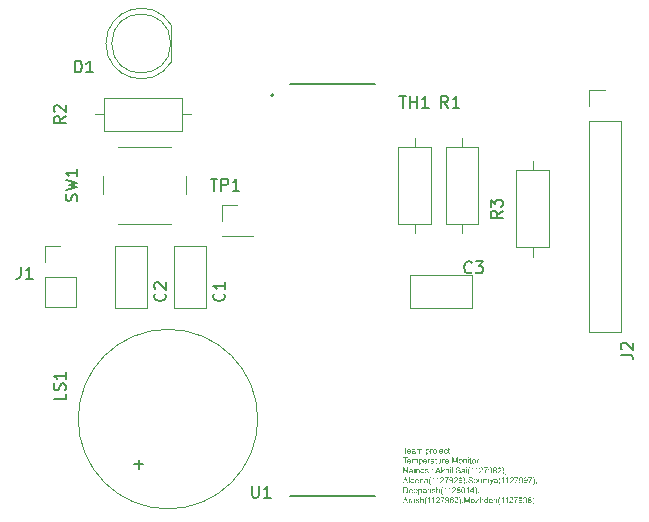
<source format=gbr>
%TF.GenerationSoftware,KiCad,Pcbnew,8.0.1*%
%TF.CreationDate,2024-05-30T23:22:24+02:00*%
%TF.ProjectId,TemperatureMonitoring,54656d70-6572-4617-9475-72654d6f6e69,v0.2*%
%TF.SameCoordinates,Original*%
%TF.FileFunction,Legend,Top*%
%TF.FilePolarity,Positive*%
%FSLAX46Y46*%
G04 Gerber Fmt 4.6, Leading zero omitted, Abs format (unit mm)*
G04 Created by KiCad (PCBNEW 8.0.1) date 2024-05-30 23:22:24*
%MOMM*%
%LPD*%
G01*
G04 APERTURE LIST*
%ADD10C,0.100000*%
%ADD11C,0.150000*%
%ADD12C,0.120000*%
%ADD13C,0.127000*%
%ADD14C,0.200000*%
G04 APERTURE END LIST*
D10*
G36*
X136182327Y-120715000D02*
G01*
X136182327Y-120265593D01*
X136016486Y-120265593D01*
X136016486Y-120206974D01*
X136415579Y-120206974D01*
X136415579Y-120265593D01*
X136249005Y-120265593D01*
X136249005Y-120715000D01*
X136182327Y-120715000D01*
G37*
G36*
X136572369Y-120341633D02*
G01*
X136596967Y-120347004D01*
X136623277Y-120357795D01*
X136647016Y-120373461D01*
X136665317Y-120390767D01*
X136681088Y-120411319D01*
X136693596Y-120434782D01*
X136702841Y-120461156D01*
X136708052Y-120485358D01*
X136710998Y-120511581D01*
X136711723Y-120534016D01*
X136711479Y-120550868D01*
X136439392Y-120550868D01*
X136442186Y-120575252D01*
X136448555Y-120599900D01*
X136459771Y-120623523D01*
X136473342Y-120640872D01*
X136493967Y-120657294D01*
X136517525Y-120667634D01*
X136544018Y-120671891D01*
X136549668Y-120672013D01*
X136575620Y-120669090D01*
X136599916Y-120659406D01*
X136607676Y-120654305D01*
X136625570Y-120636431D01*
X136639154Y-120613742D01*
X136645778Y-120597763D01*
X136709769Y-120605579D01*
X136701911Y-120628750D01*
X136689911Y-120652312D01*
X136674689Y-120672759D01*
X136656247Y-120690093D01*
X136653715Y-120692041D01*
X136631848Y-120705505D01*
X136607157Y-120715122D01*
X136583235Y-120720381D01*
X136557151Y-120722695D01*
X136549302Y-120722815D01*
X136520469Y-120721076D01*
X136493963Y-120715860D01*
X136469785Y-120707166D01*
X136447933Y-120694994D01*
X136428409Y-120679345D01*
X136422418Y-120673356D01*
X136406481Y-120653363D01*
X136393841Y-120630572D01*
X136384499Y-120604981D01*
X136378454Y-120576590D01*
X136375935Y-120550793D01*
X136375523Y-120534382D01*
X136376680Y-120506503D01*
X136377544Y-120500066D01*
X136442812Y-120500066D01*
X136646510Y-120500066D01*
X136642987Y-120474913D01*
X136635453Y-120449366D01*
X136623185Y-120428014D01*
X136605180Y-120409950D01*
X136581934Y-120396812D01*
X136558096Y-120391229D01*
X136546615Y-120390645D01*
X136521301Y-120393555D01*
X136496514Y-120403478D01*
X136476760Y-120418609D01*
X136474930Y-120420443D01*
X136459357Y-120441022D01*
X136448817Y-120465513D01*
X136443634Y-120490900D01*
X136442812Y-120500066D01*
X136377544Y-120500066D01*
X136380150Y-120480646D01*
X136385934Y-120456810D01*
X136395929Y-120430876D01*
X136409256Y-120407852D01*
X136422906Y-120390889D01*
X136441666Y-120373541D01*
X136462410Y-120359783D01*
X136485138Y-120349613D01*
X136509849Y-120343033D01*
X136536543Y-120340042D01*
X136545882Y-120339842D01*
X136572369Y-120341633D01*
G37*
G36*
X136964583Y-120340722D02*
G01*
X136988965Y-120343760D01*
X137013720Y-120350272D01*
X137015561Y-120350956D01*
X137038131Y-120361671D01*
X137057556Y-120377637D01*
X137058426Y-120378677D01*
X137071323Y-120400320D01*
X137077721Y-120421053D01*
X137080190Y-120446989D01*
X137080762Y-120473253D01*
X137080774Y-120478328D01*
X137080774Y-120561249D01*
X137080870Y-120586788D01*
X137081236Y-120613326D01*
X137082011Y-120638623D01*
X137083766Y-120664178D01*
X137084682Y-120670914D01*
X137091135Y-120694790D01*
X137100436Y-120715000D01*
X137035833Y-120715000D01*
X137027182Y-120690656D01*
X137023499Y-120668838D01*
X137004390Y-120684090D01*
X136983610Y-120697819D01*
X136961303Y-120709009D01*
X136957309Y-120710603D01*
X136932843Y-120718045D01*
X136907072Y-120722052D01*
X136889166Y-120722815D01*
X136864205Y-120721395D01*
X136838928Y-120716295D01*
X136814633Y-120706123D01*
X136796720Y-120693140D01*
X136779718Y-120672983D01*
X136769013Y-120649605D01*
X136764606Y-120623008D01*
X136764480Y-120617302D01*
X136764695Y-120615348D01*
X136830425Y-120615348D01*
X136835698Y-120639700D01*
X136849110Y-120657236D01*
X136870525Y-120669245D01*
X136895205Y-120673705D01*
X136903942Y-120673967D01*
X136929645Y-120671751D01*
X136954932Y-120664351D01*
X136967445Y-120658213D01*
X136987630Y-120643399D01*
X137003912Y-120623163D01*
X137008356Y-120614860D01*
X137015544Y-120590599D01*
X137018126Y-120564776D01*
X137018370Y-120552334D01*
X137018370Y-120529375D01*
X136994024Y-120537454D01*
X136969825Y-120543350D01*
X136945208Y-120548096D01*
X136917376Y-120552456D01*
X136891925Y-120556858D01*
X136867714Y-120563315D01*
X136863398Y-120565034D01*
X136843106Y-120579861D01*
X136838974Y-120585429D01*
X136830726Y-120609273D01*
X136830425Y-120615348D01*
X136764695Y-120615348D01*
X136767163Y-120592932D01*
X136775940Y-120569245D01*
X136776692Y-120567843D01*
X136790766Y-120547632D01*
X136808565Y-120531939D01*
X136830999Y-120519398D01*
X136853140Y-120511423D01*
X136877712Y-120506336D01*
X136903572Y-120502586D01*
X136908094Y-120502020D01*
X136934780Y-120498511D01*
X136962409Y-120494113D01*
X136989361Y-120488686D01*
X137013789Y-120482070D01*
X137018370Y-120480526D01*
X137018614Y-120464406D01*
X137016159Y-120439396D01*
X137006182Y-120416876D01*
X137001151Y-120411528D01*
X136980137Y-120398802D01*
X136955171Y-120392297D01*
X136930687Y-120390645D01*
X136905669Y-120392076D01*
X136881534Y-120397572D01*
X136866329Y-120405300D01*
X136849227Y-120423976D01*
X136838226Y-120448149D01*
X136835554Y-120457079D01*
X136775104Y-120448775D01*
X136782054Y-120424633D01*
X136792467Y-120402213D01*
X136802215Y-120388080D01*
X136820356Y-120371002D01*
X136842003Y-120358385D01*
X136856803Y-120352421D01*
X136882745Y-120345260D01*
X136908658Y-120341329D01*
X136933876Y-120339892D01*
X136939724Y-120339842D01*
X136964583Y-120340722D01*
G37*
G36*
X137174808Y-120715000D02*
G01*
X137174808Y-120347658D01*
X137230129Y-120347658D01*
X137230129Y-120398461D01*
X137245894Y-120378721D01*
X137265409Y-120362368D01*
X137275680Y-120355963D01*
X137298211Y-120346139D01*
X137322941Y-120340850D01*
X137340648Y-120339842D01*
X137366791Y-120341805D01*
X137391360Y-120348422D01*
X137407083Y-120356451D01*
X137426898Y-120373531D01*
X137440822Y-120395707D01*
X137443719Y-120402979D01*
X137460849Y-120381523D01*
X137479817Y-120364505D01*
X137504269Y-120350263D01*
X137531222Y-120342062D01*
X137556315Y-120339842D01*
X137581915Y-120341735D01*
X137606955Y-120348390D01*
X137630111Y-120361404D01*
X137639846Y-120370129D01*
X137655238Y-120392177D01*
X137664216Y-120417486D01*
X137668320Y-120444330D01*
X137669033Y-120463185D01*
X137669033Y-120715000D01*
X137607484Y-120715000D01*
X137607484Y-120483091D01*
X137606642Y-120457943D01*
X137602902Y-120433657D01*
X137601500Y-120429235D01*
X137587788Y-120408880D01*
X137579640Y-120402735D01*
X137556597Y-120393797D01*
X137542637Y-120392599D01*
X137517734Y-120395658D01*
X137494090Y-120405974D01*
X137478768Y-120418489D01*
X137464306Y-120439884D01*
X137456368Y-120465720D01*
X137453590Y-120490768D01*
X137453367Y-120501165D01*
X137453367Y-120715000D01*
X137391451Y-120715000D01*
X137391451Y-120475764D01*
X137389662Y-120449671D01*
X137382933Y-120425160D01*
X137376308Y-120413482D01*
X137356463Y-120397820D01*
X137331185Y-120392681D01*
X137326971Y-120392599D01*
X137301814Y-120396079D01*
X137278611Y-120406521D01*
X137259529Y-120423557D01*
X137247131Y-120445406D01*
X137246493Y-120447065D01*
X137240088Y-120472606D01*
X137237383Y-120497574D01*
X137236601Y-120524002D01*
X137236601Y-120715000D01*
X137174808Y-120715000D01*
G37*
G36*
X138139474Y-120341755D02*
G01*
X138165668Y-120348367D01*
X138189692Y-120359701D01*
X138196475Y-120364023D01*
X138217122Y-120381067D01*
X138234333Y-120401976D01*
X138246887Y-120424097D01*
X138250453Y-120432166D01*
X138259249Y-120457562D01*
X138265166Y-120484292D01*
X138268009Y-120509170D01*
X138268649Y-120528520D01*
X138267390Y-120555967D01*
X138263612Y-120582009D01*
X138257315Y-120606647D01*
X138248499Y-120629881D01*
X138235784Y-120653508D01*
X138220172Y-120673832D01*
X138201661Y-120690852D01*
X138190125Y-120698879D01*
X138168305Y-120710450D01*
X138143313Y-120718865D01*
X138117534Y-120722605D01*
X138109647Y-120722815D01*
X138083805Y-120720314D01*
X138060346Y-120712811D01*
X138054082Y-120709748D01*
X138033002Y-120695995D01*
X138014775Y-120678013D01*
X138013782Y-120676775D01*
X138013782Y-120855683D01*
X137951988Y-120855683D01*
X137951988Y-120533649D01*
X138007920Y-120533649D01*
X138008920Y-120558868D01*
X138012616Y-120585013D01*
X138020174Y-120610571D01*
X138032929Y-120633813D01*
X138036374Y-120638185D01*
X138055403Y-120656024D01*
X138079035Y-120668016D01*
X138105495Y-120672013D01*
X138130060Y-120668590D01*
X138152311Y-120658322D01*
X138172249Y-120641208D01*
X138175959Y-120636964D01*
X138190186Y-120614206D01*
X138198923Y-120588868D01*
X138203551Y-120562752D01*
X138205275Y-120537437D01*
X138205390Y-120528398D01*
X138204381Y-120503394D01*
X138200654Y-120477347D01*
X138193031Y-120451702D01*
X138180167Y-120428106D01*
X138176692Y-120423618D01*
X138157722Y-120405199D01*
X138134294Y-120392818D01*
X138108182Y-120388691D01*
X138082131Y-120393078D01*
X138060302Y-120404679D01*
X138042165Y-120421320D01*
X138038328Y-120425816D01*
X138025025Y-120446477D01*
X138015522Y-120471337D01*
X138010325Y-120496532D01*
X138008039Y-120524942D01*
X138007920Y-120533649D01*
X137951988Y-120533649D01*
X137951988Y-120347658D01*
X138008286Y-120347658D01*
X138008286Y-120395896D01*
X138023937Y-120376880D01*
X138042520Y-120360697D01*
X138053227Y-120353886D01*
X138077250Y-120344286D01*
X138103156Y-120340185D01*
X138114043Y-120339842D01*
X138139474Y-120341755D01*
G37*
G36*
X138340579Y-120715000D02*
G01*
X138340579Y-120347658D01*
X138396266Y-120347658D01*
X138396266Y-120403956D01*
X138409225Y-120382067D01*
X138425108Y-120361421D01*
X138435467Y-120352299D01*
X138458221Y-120341898D01*
X138475279Y-120339842D01*
X138500841Y-120343148D01*
X138524724Y-120352067D01*
X138538782Y-120359870D01*
X138517533Y-120417634D01*
X138494818Y-120407650D01*
X138472103Y-120404323D01*
X138447284Y-120409635D01*
X138435711Y-120416657D01*
X138419187Y-120435643D01*
X138412752Y-120450607D01*
X138406427Y-120476304D01*
X138403193Y-120501398D01*
X138402372Y-120523025D01*
X138402372Y-120715000D01*
X138340579Y-120715000D01*
G37*
G36*
X138749574Y-120341586D02*
G01*
X138774886Y-120346815D01*
X138798266Y-120355530D01*
X138819714Y-120367732D01*
X138839231Y-120383420D01*
X138845307Y-120389424D01*
X138861534Y-120409302D01*
X138874404Y-120431842D01*
X138883916Y-120457044D01*
X138890072Y-120484907D01*
X138892636Y-120510161D01*
X138893056Y-120526200D01*
X138892313Y-120551655D01*
X138889569Y-120578672D01*
X138884803Y-120602802D01*
X138876881Y-120626845D01*
X138871929Y-120637452D01*
X138858519Y-120658829D01*
X138842056Y-120677346D01*
X138822541Y-120693004D01*
X138810380Y-120700467D01*
X138787122Y-120711270D01*
X138762685Y-120718538D01*
X138737070Y-120722270D01*
X138722330Y-120722815D01*
X138694647Y-120721081D01*
X138669024Y-120715877D01*
X138645462Y-120707205D01*
X138623961Y-120695063D01*
X138604521Y-120679453D01*
X138598499Y-120673478D01*
X138582438Y-120653448D01*
X138569699Y-120630362D01*
X138560284Y-120604218D01*
X138554977Y-120580097D01*
X138551977Y-120553853D01*
X138551238Y-120531329D01*
X138551242Y-120531207D01*
X138614863Y-120531207D01*
X138615937Y-120556432D01*
X138619902Y-120582713D01*
X138628012Y-120608599D01*
X138639938Y-120630058D01*
X138645394Y-120636964D01*
X138663823Y-120653906D01*
X138687245Y-120666228D01*
X138713769Y-120671705D01*
X138722330Y-120672013D01*
X138747001Y-120669221D01*
X138771535Y-120659571D01*
X138793040Y-120643027D01*
X138798900Y-120636720D01*
X138813659Y-120613940D01*
X138822722Y-120588778D01*
X138827523Y-120562966D01*
X138829312Y-120538023D01*
X138829431Y-120529131D01*
X138828349Y-120504699D01*
X138824352Y-120479147D01*
X138816177Y-120453837D01*
X138802383Y-120430327D01*
X138798656Y-120425816D01*
X138780226Y-120408814D01*
X138756961Y-120396450D01*
X138730762Y-120390954D01*
X138722330Y-120390645D01*
X138697483Y-120393408D01*
X138672820Y-120402958D01*
X138651258Y-120419330D01*
X138645394Y-120425572D01*
X138630635Y-120448048D01*
X138621572Y-120472780D01*
X138616772Y-120498089D01*
X138614983Y-120522508D01*
X138614863Y-120531207D01*
X138551242Y-120531207D01*
X138552120Y-120506720D01*
X138555701Y-120478271D01*
X138562037Y-120452392D01*
X138571128Y-120429084D01*
X138585674Y-120404506D01*
X138604187Y-120383629D01*
X138607658Y-120380509D01*
X138629216Y-120364663D01*
X138652748Y-120352710D01*
X138678256Y-120344648D01*
X138705739Y-120340478D01*
X138722330Y-120339842D01*
X138749574Y-120341586D01*
G37*
G36*
X138963276Y-120277316D02*
G01*
X138963276Y-120206974D01*
X139025069Y-120206974D01*
X139025069Y-120277316D01*
X138963276Y-120277316D01*
G37*
G36*
X138884996Y-120857149D02*
G01*
X138896598Y-120805858D01*
X138920756Y-120810509D01*
X138925785Y-120810743D01*
X138949472Y-120802991D01*
X138953995Y-120798042D01*
X138961237Y-120773924D01*
X138963131Y-120746858D01*
X138963276Y-120734783D01*
X138963276Y-120347658D01*
X139025069Y-120347658D01*
X139025069Y-120734661D01*
X139024234Y-120762297D01*
X139021232Y-120789072D01*
X139015246Y-120813063D01*
X139007606Y-120828939D01*
X138990752Y-120847164D01*
X138968126Y-120858639D01*
X138942828Y-120863195D01*
X138933356Y-120863499D01*
X138908749Y-120861912D01*
X138884996Y-120857149D01*
G37*
G36*
X139295189Y-120341633D02*
G01*
X139319786Y-120347004D01*
X139346096Y-120357795D01*
X139369835Y-120373461D01*
X139388136Y-120390767D01*
X139403907Y-120411319D01*
X139416415Y-120434782D01*
X139425660Y-120461156D01*
X139430872Y-120485358D01*
X139433817Y-120511581D01*
X139434542Y-120534016D01*
X139434298Y-120550868D01*
X139162212Y-120550868D01*
X139165005Y-120575252D01*
X139171374Y-120599900D01*
X139182591Y-120623523D01*
X139196161Y-120640872D01*
X139216786Y-120657294D01*
X139240345Y-120667634D01*
X139266837Y-120671891D01*
X139272487Y-120672013D01*
X139298439Y-120669090D01*
X139322735Y-120659406D01*
X139330495Y-120654305D01*
X139348389Y-120636431D01*
X139361973Y-120613742D01*
X139368597Y-120597763D01*
X139432588Y-120605579D01*
X139424730Y-120628750D01*
X139412730Y-120652312D01*
X139397509Y-120672759D01*
X139379066Y-120690093D01*
X139376535Y-120692041D01*
X139354667Y-120705505D01*
X139329976Y-120715122D01*
X139306054Y-120720381D01*
X139279971Y-120722695D01*
X139272121Y-120722815D01*
X139243288Y-120721076D01*
X139216783Y-120715860D01*
X139192604Y-120707166D01*
X139170753Y-120694994D01*
X139151228Y-120679345D01*
X139145237Y-120673356D01*
X139129300Y-120653363D01*
X139116660Y-120630572D01*
X139107318Y-120604981D01*
X139101273Y-120576590D01*
X139098754Y-120550793D01*
X139098342Y-120534382D01*
X139099499Y-120506503D01*
X139100363Y-120500066D01*
X139165631Y-120500066D01*
X139369330Y-120500066D01*
X139365806Y-120474913D01*
X139358272Y-120449366D01*
X139346004Y-120428014D01*
X139327999Y-120409950D01*
X139304753Y-120396812D01*
X139280916Y-120391229D01*
X139269434Y-120390645D01*
X139244120Y-120393555D01*
X139219333Y-120403478D01*
X139199579Y-120418609D01*
X139197749Y-120420443D01*
X139182176Y-120441022D01*
X139171636Y-120465513D01*
X139166453Y-120490900D01*
X139165631Y-120500066D01*
X139100363Y-120500066D01*
X139102969Y-120480646D01*
X139108753Y-120456810D01*
X139118748Y-120430876D01*
X139132075Y-120407852D01*
X139145725Y-120390889D01*
X139164486Y-120373541D01*
X139185230Y-120359783D01*
X139207957Y-120349613D01*
X139232668Y-120343033D01*
X139259363Y-120340042D01*
X139268702Y-120339842D01*
X139295189Y-120341633D01*
G37*
G36*
X139746318Y-120582131D02*
G01*
X139807135Y-120590069D01*
X139801269Y-120616026D01*
X139792435Y-120639400D01*
X139778704Y-120662950D01*
X139761096Y-120683127D01*
X139756088Y-120687644D01*
X139734396Y-120703032D01*
X139710354Y-120714023D01*
X139683960Y-120720617D01*
X139658937Y-120722781D01*
X139655216Y-120722815D01*
X139628174Y-120721089D01*
X139603192Y-120715912D01*
X139580271Y-120707282D01*
X139556135Y-120692851D01*
X139537680Y-120676743D01*
X139534804Y-120673722D01*
X139519365Y-120653768D01*
X139507121Y-120630818D01*
X139498070Y-120604870D01*
X139492968Y-120580958D01*
X139490085Y-120554965D01*
X139489375Y-120532672D01*
X139490310Y-120507419D01*
X139493668Y-120480304D01*
X139499469Y-120455052D01*
X139507712Y-120431662D01*
X139508914Y-120428869D01*
X139521578Y-120405564D01*
X139537448Y-120385794D01*
X139556525Y-120369560D01*
X139568510Y-120362069D01*
X139591592Y-120351325D01*
X139615775Y-120344097D01*
X139641059Y-120340385D01*
X139655582Y-120339842D01*
X139680562Y-120341286D01*
X139706562Y-120346470D01*
X139729845Y-120355425D01*
X139752791Y-120370006D01*
X139771932Y-120388973D01*
X139786764Y-120411939D01*
X139796331Y-120435711D01*
X139801273Y-120455614D01*
X139741189Y-120464895D01*
X139733670Y-120441634D01*
X139720765Y-120419763D01*
X139710659Y-120409330D01*
X139688267Y-120395918D01*
X139663737Y-120390809D01*
X139658025Y-120390645D01*
X139633106Y-120393311D01*
X139608682Y-120402528D01*
X139587692Y-120418327D01*
X139582065Y-120424351D01*
X139567956Y-120446411D01*
X139559291Y-120471226D01*
X139554702Y-120496959D01*
X139552992Y-120522002D01*
X139552878Y-120530963D01*
X139553870Y-120557294D01*
X139557534Y-120584421D01*
X139565027Y-120610686D01*
X139577672Y-120634196D01*
X139581088Y-120638551D01*
X139600389Y-120656197D01*
X139623029Y-120667307D01*
X139649009Y-120671882D01*
X139654605Y-120672013D01*
X139680199Y-120668922D01*
X139704089Y-120658596D01*
X139715300Y-120650031D01*
X139731110Y-120630121D01*
X139741199Y-120606017D01*
X139746318Y-120582131D01*
G37*
G36*
X139993004Y-120658335D02*
G01*
X140001919Y-120715000D01*
X139977189Y-120720861D01*
X139955268Y-120722815D01*
X139930382Y-120721042D01*
X139906614Y-120713989D01*
X139903000Y-120712069D01*
X139884090Y-120695859D01*
X139876866Y-120683614D01*
X139871519Y-120658568D01*
X139869773Y-120632360D01*
X139869417Y-120609487D01*
X139869417Y-120396507D01*
X139823988Y-120396507D01*
X139823988Y-120347658D01*
X139869417Y-120347658D01*
X139869417Y-120258998D01*
X139930844Y-120222606D01*
X139930844Y-120347658D01*
X139993004Y-120347658D01*
X139993004Y-120396507D01*
X139930844Y-120396507D01*
X139930844Y-120614494D01*
X139931963Y-120639842D01*
X139934019Y-120649298D01*
X139944644Y-120661632D01*
X139965893Y-120666151D01*
X139989902Y-120659732D01*
X139993004Y-120658335D01*
G37*
G36*
X136182327Y-121555000D02*
G01*
X136182327Y-121105593D01*
X136016486Y-121105593D01*
X136016486Y-121046974D01*
X136415579Y-121046974D01*
X136415579Y-121105593D01*
X136249005Y-121105593D01*
X136249005Y-121555000D01*
X136182327Y-121555000D01*
G37*
G36*
X136572369Y-121181633D02*
G01*
X136596967Y-121187004D01*
X136623277Y-121197795D01*
X136647016Y-121213461D01*
X136665317Y-121230767D01*
X136681088Y-121251319D01*
X136693596Y-121274782D01*
X136702841Y-121301156D01*
X136708052Y-121325358D01*
X136710998Y-121351581D01*
X136711723Y-121374016D01*
X136711479Y-121390868D01*
X136439392Y-121390868D01*
X136442186Y-121415252D01*
X136448555Y-121439900D01*
X136459771Y-121463523D01*
X136473342Y-121480872D01*
X136493967Y-121497294D01*
X136517525Y-121507634D01*
X136544018Y-121511891D01*
X136549668Y-121512013D01*
X136575620Y-121509090D01*
X136599916Y-121499406D01*
X136607676Y-121494305D01*
X136625570Y-121476431D01*
X136639154Y-121453742D01*
X136645778Y-121437763D01*
X136709769Y-121445579D01*
X136701911Y-121468750D01*
X136689911Y-121492312D01*
X136674689Y-121512759D01*
X136656247Y-121530093D01*
X136653715Y-121532041D01*
X136631848Y-121545505D01*
X136607157Y-121555122D01*
X136583235Y-121560381D01*
X136557151Y-121562695D01*
X136549302Y-121562815D01*
X136520469Y-121561076D01*
X136493963Y-121555860D01*
X136469785Y-121547166D01*
X136447933Y-121534994D01*
X136428409Y-121519345D01*
X136422418Y-121513356D01*
X136406481Y-121493363D01*
X136393841Y-121470572D01*
X136384499Y-121444981D01*
X136378454Y-121416590D01*
X136375935Y-121390793D01*
X136375523Y-121374382D01*
X136376680Y-121346503D01*
X136377544Y-121340066D01*
X136442812Y-121340066D01*
X136646510Y-121340066D01*
X136642987Y-121314913D01*
X136635453Y-121289366D01*
X136623185Y-121268014D01*
X136605180Y-121249950D01*
X136581934Y-121236812D01*
X136558096Y-121231229D01*
X136546615Y-121230645D01*
X136521301Y-121233555D01*
X136496514Y-121243478D01*
X136476760Y-121258609D01*
X136474930Y-121260443D01*
X136459357Y-121281022D01*
X136448817Y-121305513D01*
X136443634Y-121330900D01*
X136442812Y-121340066D01*
X136377544Y-121340066D01*
X136380150Y-121320646D01*
X136385934Y-121296810D01*
X136395929Y-121270876D01*
X136409256Y-121247852D01*
X136422906Y-121230889D01*
X136441666Y-121213541D01*
X136462410Y-121199783D01*
X136485138Y-121189613D01*
X136509849Y-121183033D01*
X136536543Y-121180042D01*
X136545882Y-121179842D01*
X136572369Y-121181633D01*
G37*
G36*
X136785484Y-121555000D02*
G01*
X136785484Y-121187658D01*
X136840806Y-121187658D01*
X136840806Y-121238461D01*
X136856571Y-121218721D01*
X136876086Y-121202368D01*
X136886357Y-121195963D01*
X136908888Y-121186139D01*
X136933618Y-121180850D01*
X136951325Y-121179842D01*
X136977468Y-121181805D01*
X137002037Y-121188422D01*
X137017759Y-121196451D01*
X137037575Y-121213531D01*
X137051499Y-121235707D01*
X137054396Y-121242979D01*
X137071526Y-121221523D01*
X137090494Y-121204505D01*
X137114946Y-121190263D01*
X137141899Y-121182062D01*
X137166992Y-121179842D01*
X137192592Y-121181735D01*
X137217632Y-121188390D01*
X137240788Y-121201404D01*
X137250523Y-121210129D01*
X137265914Y-121232177D01*
X137274893Y-121257486D01*
X137278997Y-121284330D01*
X137279710Y-121303185D01*
X137279710Y-121555000D01*
X137218161Y-121555000D01*
X137218161Y-121323091D01*
X137217319Y-121297943D01*
X137213579Y-121273657D01*
X137212177Y-121269235D01*
X137198465Y-121248880D01*
X137190317Y-121242735D01*
X137167274Y-121233797D01*
X137153314Y-121232599D01*
X137128411Y-121235658D01*
X137104767Y-121245974D01*
X137089445Y-121258489D01*
X137074983Y-121279884D01*
X137067045Y-121305720D01*
X137064267Y-121330768D01*
X137064043Y-121341165D01*
X137064043Y-121555000D01*
X137002128Y-121555000D01*
X137002128Y-121315764D01*
X137000339Y-121289671D01*
X136993610Y-121265160D01*
X136986985Y-121253482D01*
X136967140Y-121237820D01*
X136941862Y-121232681D01*
X136937648Y-121232599D01*
X136912491Y-121236079D01*
X136889288Y-121246521D01*
X136870206Y-121263557D01*
X136857807Y-121285406D01*
X136857170Y-121287065D01*
X136850765Y-121312606D01*
X136848060Y-121337574D01*
X136847278Y-121364002D01*
X136847278Y-121555000D01*
X136785484Y-121555000D01*
G37*
G36*
X137555734Y-121181755D02*
G01*
X137581928Y-121188367D01*
X137605951Y-121199701D01*
X137612735Y-121204023D01*
X137633381Y-121221067D01*
X137650593Y-121241976D01*
X137663146Y-121264097D01*
X137666713Y-121272166D01*
X137675509Y-121297562D01*
X137681426Y-121324292D01*
X137684269Y-121349170D01*
X137684909Y-121368520D01*
X137683649Y-121395967D01*
X137679871Y-121422009D01*
X137673574Y-121446647D01*
X137664759Y-121469881D01*
X137652044Y-121493508D01*
X137636431Y-121513832D01*
X137617921Y-121530852D01*
X137606385Y-121538879D01*
X137584565Y-121550450D01*
X137559573Y-121558865D01*
X137533794Y-121562605D01*
X137525907Y-121562815D01*
X137500064Y-121560314D01*
X137476606Y-121552811D01*
X137470341Y-121549748D01*
X137449261Y-121535995D01*
X137431035Y-121518013D01*
X137430041Y-121516775D01*
X137430041Y-121695683D01*
X137368248Y-121695683D01*
X137368248Y-121373649D01*
X137424180Y-121373649D01*
X137425180Y-121398868D01*
X137428876Y-121425013D01*
X137436434Y-121450571D01*
X137449188Y-121473813D01*
X137452634Y-121478185D01*
X137471663Y-121496024D01*
X137495295Y-121508016D01*
X137521755Y-121512013D01*
X137546320Y-121508590D01*
X137568571Y-121498322D01*
X137588509Y-121481208D01*
X137592219Y-121476964D01*
X137606446Y-121454206D01*
X137615183Y-121428868D01*
X137619810Y-121402752D01*
X137621535Y-121377437D01*
X137621650Y-121368398D01*
X137620641Y-121343394D01*
X137616914Y-121317347D01*
X137609290Y-121291702D01*
X137596427Y-121268106D01*
X137592951Y-121263618D01*
X137573982Y-121245199D01*
X137550554Y-121232818D01*
X137524441Y-121228691D01*
X137498390Y-121233078D01*
X137476561Y-121244679D01*
X137458424Y-121261320D01*
X137454588Y-121265816D01*
X137441284Y-121286477D01*
X137431782Y-121311337D01*
X137426585Y-121336532D01*
X137424298Y-121364942D01*
X137424180Y-121373649D01*
X137368248Y-121373649D01*
X137368248Y-121187658D01*
X137424546Y-121187658D01*
X137424546Y-121235896D01*
X137440197Y-121216880D01*
X137458779Y-121200697D01*
X137469487Y-121193886D01*
X137493509Y-121184286D01*
X137519416Y-121180185D01*
X137530303Y-121179842D01*
X137555734Y-121181755D01*
G37*
G36*
X137933779Y-121181633D02*
G01*
X137958377Y-121187004D01*
X137984687Y-121197795D01*
X138008426Y-121213461D01*
X138026727Y-121230767D01*
X138042497Y-121251319D01*
X138055005Y-121274782D01*
X138064250Y-121301156D01*
X138069462Y-121325358D01*
X138072408Y-121351581D01*
X138073133Y-121374016D01*
X138072889Y-121390868D01*
X137800802Y-121390868D01*
X137803595Y-121415252D01*
X137809965Y-121439900D01*
X137821181Y-121463523D01*
X137834752Y-121480872D01*
X137855376Y-121497294D01*
X137878935Y-121507634D01*
X137905427Y-121511891D01*
X137911078Y-121512013D01*
X137937029Y-121509090D01*
X137961326Y-121499406D01*
X137969085Y-121494305D01*
X137986980Y-121476431D01*
X138000564Y-121453742D01*
X138007187Y-121437763D01*
X138071179Y-121445579D01*
X138063321Y-121468750D01*
X138051320Y-121492312D01*
X138036099Y-121512759D01*
X138017657Y-121530093D01*
X138015125Y-121532041D01*
X137993258Y-121545505D01*
X137968566Y-121555122D01*
X137944645Y-121560381D01*
X137918561Y-121562695D01*
X137910711Y-121562815D01*
X137881879Y-121561076D01*
X137855373Y-121555860D01*
X137831195Y-121547166D01*
X137809343Y-121534994D01*
X137789818Y-121519345D01*
X137783827Y-121513356D01*
X137767890Y-121493363D01*
X137755251Y-121470572D01*
X137745908Y-121444981D01*
X137739863Y-121416590D01*
X137737345Y-121390793D01*
X137736933Y-121374382D01*
X137738089Y-121346503D01*
X137738953Y-121340066D01*
X137804221Y-121340066D01*
X138007920Y-121340066D01*
X138004396Y-121314913D01*
X137996862Y-121289366D01*
X137984595Y-121268014D01*
X137966590Y-121249950D01*
X137943344Y-121236812D01*
X137919506Y-121231229D01*
X137908025Y-121230645D01*
X137882711Y-121233555D01*
X137857923Y-121243478D01*
X137838169Y-121258609D01*
X137836339Y-121260443D01*
X137820766Y-121281022D01*
X137810226Y-121305513D01*
X137805043Y-121330900D01*
X137804221Y-121340066D01*
X137738953Y-121340066D01*
X137741560Y-121320646D01*
X137747344Y-121296810D01*
X137757339Y-121270876D01*
X137770665Y-121247852D01*
X137784316Y-121230889D01*
X137803076Y-121213541D01*
X137823820Y-121199783D01*
X137846547Y-121189613D01*
X137871258Y-121183033D01*
X137897953Y-121180042D01*
X137907292Y-121179842D01*
X137933779Y-121181633D01*
G37*
G36*
X138146161Y-121555000D02*
G01*
X138146161Y-121187658D01*
X138201849Y-121187658D01*
X138201849Y-121243956D01*
X138214807Y-121222067D01*
X138230691Y-121201421D01*
X138241050Y-121192299D01*
X138263804Y-121181898D01*
X138280861Y-121179842D01*
X138306424Y-121183148D01*
X138330306Y-121192067D01*
X138344364Y-121199870D01*
X138323115Y-121257634D01*
X138300401Y-121247650D01*
X138277686Y-121244323D01*
X138252867Y-121249635D01*
X138241294Y-121256657D01*
X138224769Y-121275643D01*
X138218335Y-121290607D01*
X138212010Y-121316304D01*
X138208776Y-121341398D01*
X138207955Y-121363025D01*
X138207955Y-121555000D01*
X138146161Y-121555000D01*
G37*
G36*
X138559001Y-121180722D02*
G01*
X138583382Y-121183760D01*
X138608137Y-121190272D01*
X138609979Y-121190956D01*
X138632549Y-121201671D01*
X138651973Y-121217637D01*
X138652843Y-121218677D01*
X138665740Y-121240320D01*
X138672138Y-121261053D01*
X138674607Y-121286989D01*
X138675179Y-121313253D01*
X138675191Y-121318328D01*
X138675191Y-121401249D01*
X138675287Y-121426788D01*
X138675653Y-121453326D01*
X138676428Y-121478623D01*
X138678183Y-121504178D01*
X138679099Y-121510914D01*
X138685553Y-121534790D01*
X138694853Y-121555000D01*
X138630251Y-121555000D01*
X138621600Y-121530656D01*
X138617916Y-121508838D01*
X138598807Y-121524090D01*
X138578027Y-121537819D01*
X138555720Y-121549009D01*
X138551727Y-121550603D01*
X138527260Y-121558045D01*
X138501489Y-121562052D01*
X138483583Y-121562815D01*
X138458623Y-121561395D01*
X138433346Y-121556295D01*
X138409051Y-121546123D01*
X138391137Y-121533140D01*
X138374135Y-121512983D01*
X138363431Y-121489605D01*
X138359023Y-121463008D01*
X138358897Y-121457302D01*
X138359112Y-121455348D01*
X138424842Y-121455348D01*
X138430116Y-121479700D01*
X138443527Y-121497236D01*
X138464942Y-121509245D01*
X138489622Y-121513705D01*
X138498360Y-121513967D01*
X138524062Y-121511751D01*
X138549349Y-121504351D01*
X138561863Y-121498213D01*
X138582047Y-121483399D01*
X138598329Y-121463163D01*
X138602773Y-121454860D01*
X138609961Y-121430599D01*
X138612543Y-121404776D01*
X138612787Y-121392334D01*
X138612787Y-121369375D01*
X138588442Y-121377454D01*
X138564243Y-121383350D01*
X138539625Y-121388096D01*
X138511793Y-121392456D01*
X138486342Y-121396858D01*
X138462132Y-121403315D01*
X138457815Y-121405034D01*
X138437523Y-121419861D01*
X138433391Y-121425429D01*
X138425143Y-121449273D01*
X138424842Y-121455348D01*
X138359112Y-121455348D01*
X138361580Y-121432932D01*
X138370358Y-121409245D01*
X138371109Y-121407843D01*
X138385184Y-121387632D01*
X138402983Y-121371939D01*
X138425416Y-121359398D01*
X138447557Y-121351423D01*
X138472129Y-121346336D01*
X138497989Y-121342586D01*
X138502512Y-121342020D01*
X138529198Y-121338511D01*
X138556826Y-121334113D01*
X138583778Y-121328686D01*
X138608206Y-121322070D01*
X138612787Y-121320526D01*
X138613032Y-121304406D01*
X138610576Y-121279396D01*
X138600599Y-121256876D01*
X138595568Y-121251528D01*
X138574554Y-121238802D01*
X138549588Y-121232297D01*
X138525104Y-121230645D01*
X138500086Y-121232076D01*
X138475952Y-121237572D01*
X138460746Y-121245300D01*
X138443644Y-121263976D01*
X138432643Y-121288149D01*
X138429972Y-121297079D01*
X138369521Y-121288775D01*
X138376472Y-121264633D01*
X138386884Y-121242213D01*
X138396632Y-121228080D01*
X138414773Y-121211002D01*
X138436420Y-121198385D01*
X138451221Y-121192421D01*
X138477163Y-121185260D01*
X138503075Y-121181329D01*
X138528293Y-121179892D01*
X138534141Y-121179842D01*
X138559001Y-121180722D01*
G37*
G36*
X138904169Y-121498335D02*
G01*
X138913084Y-121555000D01*
X138888354Y-121560861D01*
X138866434Y-121562815D01*
X138841547Y-121561042D01*
X138817779Y-121553989D01*
X138814166Y-121552069D01*
X138795256Y-121535859D01*
X138788032Y-121523614D01*
X138782685Y-121498568D01*
X138780939Y-121472360D01*
X138780582Y-121449487D01*
X138780582Y-121236507D01*
X138735153Y-121236507D01*
X138735153Y-121187658D01*
X138780582Y-121187658D01*
X138780582Y-121098998D01*
X138842009Y-121062606D01*
X138842009Y-121187658D01*
X138904169Y-121187658D01*
X138904169Y-121236507D01*
X138842009Y-121236507D01*
X138842009Y-121454494D01*
X138843129Y-121479842D01*
X138845184Y-121489298D01*
X138855809Y-121501632D01*
X138877058Y-121506151D01*
X138901067Y-121499732D01*
X138904169Y-121498335D01*
G37*
G36*
X139202634Y-121555000D02*
G01*
X139202634Y-121501388D01*
X139185578Y-121522264D01*
X139166375Y-121538820D01*
X139145026Y-121551058D01*
X139121530Y-121558976D01*
X139095887Y-121562575D01*
X139086863Y-121562815D01*
X139061373Y-121560759D01*
X139037294Y-121554592D01*
X139026657Y-121550359D01*
X139004922Y-121538244D01*
X138986779Y-121521422D01*
X138985013Y-121519096D01*
X138972886Y-121496736D01*
X138965963Y-121473056D01*
X138963009Y-121447527D01*
X138962210Y-121422202D01*
X138962177Y-121414926D01*
X138962177Y-121187658D01*
X139024092Y-121187658D01*
X139024092Y-121391601D01*
X139024392Y-121416557D01*
X139025723Y-121441988D01*
X139027878Y-121457424D01*
X139037699Y-121480541D01*
X139052547Y-121496015D01*
X139075174Y-121506973D01*
X139099319Y-121510059D01*
X139124584Y-121506919D01*
X139148399Y-121497501D01*
X139151465Y-121495771D01*
X139171223Y-121479980D01*
X139185378Y-121458109D01*
X139186025Y-121456570D01*
X139192588Y-121432739D01*
X139195528Y-121406813D01*
X139196161Y-121384640D01*
X139196161Y-121187658D01*
X139257955Y-121187658D01*
X139257955Y-121555000D01*
X139202634Y-121555000D01*
G37*
G36*
X139352233Y-121555000D02*
G01*
X139352233Y-121187658D01*
X139407920Y-121187658D01*
X139407920Y-121243956D01*
X139420879Y-121222067D01*
X139436762Y-121201421D01*
X139447121Y-121192299D01*
X139469875Y-121181898D01*
X139486933Y-121179842D01*
X139512495Y-121183148D01*
X139536377Y-121192067D01*
X139550436Y-121199870D01*
X139529187Y-121257634D01*
X139506472Y-121247650D01*
X139483757Y-121244323D01*
X139458938Y-121249635D01*
X139447365Y-121256657D01*
X139430841Y-121275643D01*
X139424406Y-121290607D01*
X139418081Y-121316304D01*
X139414847Y-121341398D01*
X139414026Y-121363025D01*
X139414026Y-121555000D01*
X139352233Y-121555000D01*
G37*
G36*
X139762181Y-121181633D02*
G01*
X139786779Y-121187004D01*
X139813089Y-121197795D01*
X139836828Y-121213461D01*
X139855129Y-121230767D01*
X139870899Y-121251319D01*
X139883407Y-121274782D01*
X139892652Y-121301156D01*
X139897864Y-121325358D01*
X139900810Y-121351581D01*
X139901535Y-121374016D01*
X139901290Y-121390868D01*
X139629204Y-121390868D01*
X139631997Y-121415252D01*
X139638367Y-121439900D01*
X139649583Y-121463523D01*
X139663154Y-121480872D01*
X139683778Y-121497294D01*
X139707337Y-121507634D01*
X139733829Y-121511891D01*
X139739480Y-121512013D01*
X139765431Y-121509090D01*
X139789728Y-121499406D01*
X139797487Y-121494305D01*
X139815382Y-121476431D01*
X139828966Y-121453742D01*
X139835589Y-121437763D01*
X139899581Y-121445579D01*
X139891723Y-121468750D01*
X139879722Y-121492312D01*
X139864501Y-121512759D01*
X139846059Y-121530093D01*
X139843527Y-121532041D01*
X139821660Y-121545505D01*
X139796968Y-121555122D01*
X139773047Y-121560381D01*
X139746963Y-121562695D01*
X139739113Y-121562815D01*
X139710281Y-121561076D01*
X139683775Y-121555860D01*
X139659596Y-121547166D01*
X139637745Y-121534994D01*
X139618220Y-121519345D01*
X139612229Y-121513356D01*
X139596292Y-121493363D01*
X139583653Y-121470572D01*
X139574310Y-121444981D01*
X139568265Y-121416590D01*
X139565747Y-121390793D01*
X139565334Y-121374382D01*
X139566491Y-121346503D01*
X139567355Y-121340066D01*
X139632623Y-121340066D01*
X139836322Y-121340066D01*
X139832798Y-121314913D01*
X139825264Y-121289366D01*
X139812997Y-121268014D01*
X139794992Y-121249950D01*
X139771746Y-121236812D01*
X139747908Y-121231229D01*
X139736427Y-121230645D01*
X139711113Y-121233555D01*
X139686325Y-121243478D01*
X139666571Y-121258609D01*
X139664741Y-121260443D01*
X139649168Y-121281022D01*
X139638628Y-121305513D01*
X139633445Y-121330900D01*
X139632623Y-121340066D01*
X139567355Y-121340066D01*
X139569962Y-121320646D01*
X139575746Y-121296810D01*
X139585741Y-121270876D01*
X139599067Y-121247852D01*
X139612718Y-121230889D01*
X139631478Y-121213541D01*
X139652222Y-121199783D01*
X139674949Y-121189613D01*
X139699660Y-121183033D01*
X139726355Y-121180042D01*
X139735694Y-121179842D01*
X139762181Y-121181633D01*
G37*
G36*
X140175575Y-121555000D02*
G01*
X140175575Y-121046974D01*
X140275837Y-121046974D01*
X140395027Y-121407233D01*
X140402713Y-121430810D01*
X140410754Y-121455837D01*
X140418104Y-121479353D01*
X140419085Y-121482581D01*
X140426853Y-121458115D01*
X140435400Y-121432112D01*
X140443593Y-121407634D01*
X140445830Y-121401004D01*
X140566364Y-121046974D01*
X140656001Y-121046974D01*
X140656001Y-121555000D01*
X140591765Y-121555000D01*
X140591765Y-121129040D01*
X140445464Y-121555000D01*
X140385380Y-121555000D01*
X140239689Y-121121835D01*
X140239689Y-121555000D01*
X140175575Y-121555000D01*
G37*
G36*
X140927732Y-121181586D02*
G01*
X140953044Y-121186815D01*
X140976424Y-121195530D01*
X140997872Y-121207732D01*
X141017388Y-121223420D01*
X141023464Y-121229424D01*
X141039692Y-121249302D01*
X141052562Y-121271842D01*
X141062074Y-121297044D01*
X141068229Y-121324907D01*
X141070794Y-121350161D01*
X141071214Y-121366200D01*
X141070471Y-121391655D01*
X141067727Y-121418672D01*
X141062961Y-121442802D01*
X141055038Y-121466845D01*
X141050087Y-121477452D01*
X141036677Y-121498829D01*
X141020214Y-121517346D01*
X141000698Y-121533004D01*
X140988538Y-121540467D01*
X140965279Y-121551270D01*
X140940843Y-121558538D01*
X140915228Y-121562270D01*
X140900488Y-121562815D01*
X140872805Y-121561081D01*
X140847182Y-121555877D01*
X140823620Y-121547205D01*
X140802119Y-121535063D01*
X140782679Y-121519453D01*
X140776657Y-121513478D01*
X140760596Y-121493448D01*
X140747857Y-121470362D01*
X140738442Y-121444218D01*
X140733134Y-121420097D01*
X140730134Y-121393853D01*
X140729396Y-121371329D01*
X140729400Y-121371207D01*
X140793021Y-121371207D01*
X140794094Y-121396432D01*
X140798060Y-121422713D01*
X140806169Y-121448599D01*
X140818095Y-121470058D01*
X140823551Y-121476964D01*
X140841981Y-121493906D01*
X140865403Y-121506228D01*
X140891926Y-121511705D01*
X140900488Y-121512013D01*
X140925159Y-121509221D01*
X140949693Y-121499571D01*
X140971197Y-121483027D01*
X140977058Y-121476720D01*
X140991816Y-121453940D01*
X141000880Y-121428778D01*
X141005680Y-121402966D01*
X141007469Y-121378023D01*
X141007588Y-121369131D01*
X141006507Y-121344699D01*
X141002509Y-121319147D01*
X140994335Y-121293837D01*
X140980540Y-121270327D01*
X140976814Y-121265816D01*
X140958384Y-121248814D01*
X140935119Y-121236450D01*
X140908920Y-121230954D01*
X140900488Y-121230645D01*
X140875640Y-121233408D01*
X140850978Y-121242958D01*
X140829415Y-121259330D01*
X140823551Y-121265572D01*
X140808793Y-121288048D01*
X140799729Y-121312780D01*
X140794929Y-121338089D01*
X140793140Y-121362508D01*
X140793021Y-121371207D01*
X140729400Y-121371207D01*
X140730277Y-121346720D01*
X140733859Y-121318271D01*
X140740195Y-121292392D01*
X140749286Y-121269084D01*
X140763832Y-121244506D01*
X140782345Y-121223629D01*
X140785816Y-121220509D01*
X140807373Y-121204663D01*
X140830906Y-121192710D01*
X140856414Y-121184648D01*
X140883897Y-121180478D01*
X140900488Y-121179842D01*
X140927732Y-121181586D01*
G37*
G36*
X141141800Y-121555000D02*
G01*
X141141800Y-121187658D01*
X141197365Y-121187658D01*
X141197365Y-121239193D01*
X141213690Y-121219023D01*
X141232530Y-121203026D01*
X141257691Y-121189638D01*
X141281983Y-121182683D01*
X141308790Y-121179900D01*
X141313503Y-121179842D01*
X141339406Y-121181818D01*
X141363536Y-121187743D01*
X141374075Y-121191810D01*
X141395643Y-121203625D01*
X141413709Y-121220676D01*
X141415474Y-121223073D01*
X141427793Y-121245643D01*
X141434769Y-121268991D01*
X141437437Y-121294628D01*
X141438159Y-121321564D01*
X141438189Y-121329441D01*
X141438189Y-121555000D01*
X141376395Y-121555000D01*
X141376395Y-121331029D01*
X141375382Y-121305166D01*
X141371266Y-121280468D01*
X141369190Y-121274120D01*
X141355795Y-121253465D01*
X141343545Y-121243956D01*
X141320889Y-121234773D01*
X141300436Y-121232599D01*
X141274587Y-121235586D01*
X141251278Y-121244547D01*
X141232292Y-121257878D01*
X141217158Y-121278126D01*
X141208330Y-121303956D01*
X141204602Y-121329028D01*
X141203593Y-121353988D01*
X141203593Y-121555000D01*
X141141800Y-121555000D01*
G37*
G36*
X141531489Y-121117316D02*
G01*
X141531489Y-121046974D01*
X141593283Y-121046974D01*
X141593283Y-121117316D01*
X141531489Y-121117316D01*
G37*
G36*
X141531489Y-121555000D02*
G01*
X141531489Y-121187658D01*
X141593283Y-121187658D01*
X141593283Y-121555000D01*
X141531489Y-121555000D01*
G37*
G36*
X141821406Y-121498335D02*
G01*
X141830321Y-121555000D01*
X141805591Y-121560861D01*
X141783670Y-121562815D01*
X141758784Y-121561042D01*
X141735016Y-121553989D01*
X141731402Y-121552069D01*
X141712492Y-121535859D01*
X141705268Y-121523614D01*
X141699921Y-121498568D01*
X141698175Y-121472360D01*
X141697819Y-121449487D01*
X141697819Y-121236507D01*
X141652390Y-121236507D01*
X141652390Y-121187658D01*
X141697819Y-121187658D01*
X141697819Y-121098998D01*
X141759246Y-121062606D01*
X141759246Y-121187658D01*
X141821406Y-121187658D01*
X141821406Y-121236507D01*
X141759246Y-121236507D01*
X141759246Y-121454494D01*
X141760365Y-121479842D01*
X141762421Y-121489298D01*
X141773046Y-121501632D01*
X141794295Y-121506151D01*
X141818304Y-121499732D01*
X141821406Y-121498335D01*
G37*
G36*
X142056134Y-121181586D02*
G01*
X142081446Y-121186815D01*
X142104826Y-121195530D01*
X142126274Y-121207732D01*
X142145790Y-121223420D01*
X142151866Y-121229424D01*
X142168094Y-121249302D01*
X142180964Y-121271842D01*
X142190476Y-121297044D01*
X142196631Y-121324907D01*
X142199196Y-121350161D01*
X142199616Y-121366200D01*
X142198873Y-121391655D01*
X142196129Y-121418672D01*
X142191363Y-121442802D01*
X142183440Y-121466845D01*
X142178489Y-121477452D01*
X142165078Y-121498829D01*
X142148616Y-121517346D01*
X142129100Y-121533004D01*
X142116939Y-121540467D01*
X142093681Y-121551270D01*
X142069245Y-121558538D01*
X142043630Y-121562270D01*
X142028890Y-121562815D01*
X142001207Y-121561081D01*
X141975584Y-121555877D01*
X141952022Y-121547205D01*
X141930521Y-121535063D01*
X141911081Y-121519453D01*
X141905059Y-121513478D01*
X141888997Y-121493448D01*
X141876259Y-121470362D01*
X141866844Y-121444218D01*
X141861536Y-121420097D01*
X141858536Y-121393853D01*
X141857798Y-121371329D01*
X141857802Y-121371207D01*
X141921423Y-121371207D01*
X141922496Y-121396432D01*
X141926462Y-121422713D01*
X141934571Y-121448599D01*
X141946497Y-121470058D01*
X141951953Y-121476964D01*
X141970383Y-121493906D01*
X141993805Y-121506228D01*
X142020328Y-121511705D01*
X142028890Y-121512013D01*
X142053560Y-121509221D01*
X142078094Y-121499571D01*
X142099599Y-121483027D01*
X142105460Y-121476720D01*
X142120218Y-121453940D01*
X142129282Y-121428778D01*
X142134082Y-121402966D01*
X142135871Y-121378023D01*
X142135990Y-121369131D01*
X142134909Y-121344699D01*
X142130911Y-121319147D01*
X142122737Y-121293837D01*
X142108942Y-121270327D01*
X142105216Y-121265816D01*
X142086786Y-121248814D01*
X142063521Y-121236450D01*
X142037322Y-121230954D01*
X142028890Y-121230645D01*
X142004042Y-121233408D01*
X141979379Y-121242958D01*
X141957817Y-121259330D01*
X141951953Y-121265572D01*
X141937195Y-121288048D01*
X141928131Y-121312780D01*
X141923331Y-121338089D01*
X141921542Y-121362508D01*
X141921423Y-121371207D01*
X141857802Y-121371207D01*
X141858679Y-121346720D01*
X141862261Y-121318271D01*
X141868597Y-121292392D01*
X141877688Y-121269084D01*
X141892234Y-121244506D01*
X141910747Y-121223629D01*
X141914218Y-121220509D01*
X141935775Y-121204663D01*
X141959308Y-121192710D01*
X141984816Y-121184648D01*
X142012299Y-121180478D01*
X142028890Y-121179842D01*
X142056134Y-121181586D01*
G37*
G36*
X142269469Y-121555000D02*
G01*
X142269469Y-121187658D01*
X142325157Y-121187658D01*
X142325157Y-121243956D01*
X142338115Y-121222067D01*
X142353999Y-121201421D01*
X142364357Y-121192299D01*
X142387112Y-121181898D01*
X142404169Y-121179842D01*
X142429732Y-121183148D01*
X142453614Y-121192067D01*
X142467672Y-121199870D01*
X142446423Y-121257634D01*
X142423709Y-121247650D01*
X142400994Y-121244323D01*
X142376175Y-121249635D01*
X142364602Y-121256657D01*
X142348077Y-121275643D01*
X142341643Y-121290607D01*
X142335317Y-121316304D01*
X142332084Y-121341398D01*
X142331263Y-121363025D01*
X142331263Y-121555000D01*
X142269469Y-121555000D01*
G37*
G36*
X136053611Y-122395000D02*
G01*
X136053611Y-121886974D01*
X136121877Y-121886974D01*
X136386392Y-122285823D01*
X136386392Y-121886974D01*
X136450261Y-121886974D01*
X136450261Y-122395000D01*
X136381995Y-122395000D01*
X136117480Y-121995785D01*
X136117480Y-122395000D01*
X136053611Y-122395000D01*
G37*
G36*
X136730599Y-122020722D02*
G01*
X136754980Y-122023760D01*
X136779735Y-122030272D01*
X136781577Y-122030956D01*
X136804147Y-122041671D01*
X136823571Y-122057637D01*
X136824441Y-122058677D01*
X136837338Y-122080320D01*
X136843736Y-122101053D01*
X136846205Y-122126989D01*
X136846778Y-122153253D01*
X136846789Y-122158328D01*
X136846789Y-122241249D01*
X136846885Y-122266788D01*
X136847251Y-122293326D01*
X136848026Y-122318623D01*
X136849781Y-122344178D01*
X136850697Y-122350914D01*
X136857151Y-122374790D01*
X136866451Y-122395000D01*
X136801849Y-122395000D01*
X136793198Y-122370656D01*
X136789515Y-122348838D01*
X136770405Y-122364090D01*
X136749625Y-122377819D01*
X136727318Y-122389009D01*
X136723325Y-122390603D01*
X136698858Y-122398045D01*
X136673087Y-122402052D01*
X136655181Y-122402815D01*
X136630221Y-122401395D01*
X136604944Y-122396295D01*
X136580649Y-122386123D01*
X136562735Y-122373140D01*
X136545733Y-122352983D01*
X136535029Y-122329605D01*
X136530621Y-122303008D01*
X136530495Y-122297302D01*
X136530710Y-122295348D01*
X136596441Y-122295348D01*
X136601714Y-122319700D01*
X136615125Y-122337236D01*
X136636540Y-122349245D01*
X136661220Y-122353705D01*
X136669958Y-122353967D01*
X136695660Y-122351751D01*
X136720947Y-122344351D01*
X136733461Y-122338213D01*
X136753645Y-122323399D01*
X136769927Y-122303163D01*
X136774371Y-122294860D01*
X136781559Y-122270599D01*
X136784141Y-122244776D01*
X136784385Y-122232334D01*
X136784385Y-122209375D01*
X136760040Y-122217454D01*
X136735841Y-122223350D01*
X136711223Y-122228096D01*
X136683391Y-122232456D01*
X136657940Y-122236858D01*
X136633730Y-122243315D01*
X136629413Y-122245034D01*
X136609121Y-122259861D01*
X136604989Y-122265429D01*
X136596741Y-122289273D01*
X136596441Y-122295348D01*
X136530710Y-122295348D01*
X136533178Y-122272932D01*
X136541956Y-122249245D01*
X136542707Y-122247843D01*
X136556782Y-122227632D01*
X136574581Y-122211939D01*
X136597014Y-122199398D01*
X136619155Y-122191423D01*
X136643727Y-122186336D01*
X136669587Y-122182586D01*
X136674110Y-122182020D01*
X136700796Y-122178511D01*
X136728424Y-122174113D01*
X136755376Y-122168686D01*
X136779804Y-122162070D01*
X136784385Y-122160526D01*
X136784630Y-122144406D01*
X136782174Y-122119396D01*
X136772197Y-122096876D01*
X136767166Y-122091528D01*
X136746152Y-122078802D01*
X136721186Y-122072297D01*
X136696702Y-122070645D01*
X136671684Y-122072076D01*
X136647550Y-122077572D01*
X136632344Y-122085300D01*
X136615242Y-122103976D01*
X136604241Y-122128149D01*
X136601570Y-122137079D01*
X136541120Y-122128775D01*
X136548070Y-122104633D01*
X136558482Y-122082213D01*
X136568230Y-122068080D01*
X136586371Y-122051002D01*
X136608018Y-122038385D01*
X136622819Y-122032421D01*
X136648761Y-122025260D01*
X136674673Y-122021329D01*
X136699891Y-122019892D01*
X136705739Y-122019842D01*
X136730599Y-122020722D01*
G37*
G36*
X136940823Y-122395000D02*
G01*
X136940823Y-122027658D01*
X136996144Y-122027658D01*
X136996144Y-122078461D01*
X137011910Y-122058721D01*
X137031424Y-122042368D01*
X137041695Y-122035963D01*
X137064227Y-122026139D01*
X137088956Y-122020850D01*
X137106664Y-122019842D01*
X137132806Y-122021805D01*
X137157376Y-122028422D01*
X137173098Y-122036451D01*
X137192913Y-122053531D01*
X137206838Y-122075707D01*
X137209734Y-122082979D01*
X137226865Y-122061523D01*
X137245833Y-122044505D01*
X137270284Y-122030263D01*
X137297237Y-122022062D01*
X137322330Y-122019842D01*
X137347930Y-122021735D01*
X137372971Y-122028390D01*
X137396126Y-122041404D01*
X137405861Y-122050129D01*
X137421253Y-122072177D01*
X137430231Y-122097486D01*
X137434336Y-122124330D01*
X137435048Y-122143185D01*
X137435048Y-122395000D01*
X137373499Y-122395000D01*
X137373499Y-122163091D01*
X137372658Y-122137943D01*
X137368918Y-122113657D01*
X137367515Y-122109235D01*
X137353803Y-122088880D01*
X137345655Y-122082735D01*
X137322612Y-122073797D01*
X137308653Y-122072599D01*
X137283750Y-122075658D01*
X137260105Y-122085974D01*
X137244783Y-122098489D01*
X137230321Y-122119884D01*
X137222383Y-122145720D01*
X137219605Y-122170768D01*
X137219382Y-122181165D01*
X137219382Y-122395000D01*
X137157466Y-122395000D01*
X137157466Y-122155764D01*
X137155677Y-122129671D01*
X137148948Y-122105160D01*
X137142323Y-122093482D01*
X137122479Y-122077820D01*
X137097200Y-122072681D01*
X137092986Y-122072599D01*
X137067829Y-122076079D01*
X137044626Y-122086521D01*
X137025545Y-122103557D01*
X137013146Y-122125406D01*
X137012508Y-122127065D01*
X137006104Y-122152606D01*
X137003399Y-122177574D01*
X137002616Y-122204002D01*
X137002616Y-122395000D01*
X136940823Y-122395000D01*
G37*
G36*
X137699794Y-122021633D02*
G01*
X137724392Y-122027004D01*
X137750702Y-122037795D01*
X137774441Y-122053461D01*
X137792742Y-122070767D01*
X137808513Y-122091319D01*
X137821021Y-122114782D01*
X137830266Y-122141156D01*
X137835477Y-122165358D01*
X137838423Y-122191581D01*
X137839148Y-122214016D01*
X137838904Y-122230868D01*
X137566817Y-122230868D01*
X137569611Y-122255252D01*
X137575980Y-122279900D01*
X137587196Y-122303523D01*
X137600767Y-122320872D01*
X137621392Y-122337294D01*
X137644950Y-122347634D01*
X137671443Y-122351891D01*
X137677093Y-122352013D01*
X137703045Y-122349090D01*
X137727341Y-122339406D01*
X137735101Y-122334305D01*
X137752995Y-122316431D01*
X137766579Y-122293742D01*
X137773203Y-122277763D01*
X137837194Y-122285579D01*
X137829336Y-122308750D01*
X137817336Y-122332312D01*
X137802114Y-122352759D01*
X137783672Y-122370093D01*
X137781140Y-122372041D01*
X137759273Y-122385505D01*
X137734582Y-122395122D01*
X137710660Y-122400381D01*
X137684576Y-122402695D01*
X137676727Y-122402815D01*
X137647894Y-122401076D01*
X137621388Y-122395860D01*
X137597210Y-122387166D01*
X137575358Y-122374994D01*
X137555834Y-122359345D01*
X137549842Y-122353356D01*
X137533906Y-122333363D01*
X137521266Y-122310572D01*
X137511924Y-122284981D01*
X137505879Y-122256590D01*
X137503360Y-122230793D01*
X137502948Y-122214382D01*
X137504105Y-122186503D01*
X137504969Y-122180066D01*
X137570237Y-122180066D01*
X137773935Y-122180066D01*
X137770412Y-122154913D01*
X137762878Y-122129366D01*
X137750610Y-122108014D01*
X137732605Y-122089950D01*
X137709359Y-122076812D01*
X137685521Y-122071229D01*
X137674040Y-122070645D01*
X137648726Y-122073555D01*
X137623939Y-122083478D01*
X137604184Y-122098609D01*
X137602355Y-122100443D01*
X137586782Y-122121022D01*
X137576242Y-122145513D01*
X137571059Y-122170900D01*
X137570237Y-122180066D01*
X137504969Y-122180066D01*
X137507575Y-122160646D01*
X137513359Y-122136810D01*
X137523354Y-122110876D01*
X137536681Y-122087852D01*
X137550331Y-122070889D01*
X137569091Y-122053541D01*
X137589835Y-122039783D01*
X137612563Y-122029613D01*
X137637274Y-122023033D01*
X137663968Y-122020042D01*
X137673307Y-122019842D01*
X137699794Y-122021633D01*
G37*
G36*
X137888119Y-122287288D02*
G01*
X137949302Y-122277763D01*
X137955724Y-122302338D01*
X137968496Y-122323651D01*
X137977878Y-122332840D01*
X138000112Y-122345254D01*
X138026109Y-122351095D01*
X138043702Y-122352013D01*
X138068193Y-122350307D01*
X138091915Y-122343759D01*
X138106960Y-122334549D01*
X138122439Y-122315437D01*
X138127599Y-122293272D01*
X138119710Y-122269382D01*
X138109281Y-122259933D01*
X138085136Y-122249835D01*
X138060984Y-122242703D01*
X138046144Y-122238806D01*
X138022104Y-122232512D01*
X137997769Y-122225582D01*
X137972355Y-122217323D01*
X137951866Y-122209009D01*
X137930042Y-122195123D01*
X137912914Y-122175698D01*
X137912055Y-122174326D01*
X137901888Y-122150940D01*
X137898499Y-122125233D01*
X137901636Y-122100282D01*
X137909612Y-122079926D01*
X137923729Y-122059772D01*
X137940020Y-122045366D01*
X137962136Y-122033268D01*
X137979344Y-122027292D01*
X138003477Y-122021945D01*
X138029168Y-122019872D01*
X138032711Y-122019842D01*
X138058540Y-122021035D01*
X138084555Y-122025102D01*
X138108060Y-122032055D01*
X138131651Y-122043408D01*
X138150792Y-122058835D01*
X138156053Y-122065150D01*
X138168447Y-122087840D01*
X138175715Y-122112540D01*
X138177302Y-122121081D01*
X138116852Y-122129263D01*
X138108884Y-122104686D01*
X138093039Y-122086154D01*
X138070923Y-122075022D01*
X138045982Y-122070887D01*
X138037229Y-122070645D01*
X138010814Y-122072319D01*
X137987037Y-122078613D01*
X137976413Y-122084811D01*
X137960775Y-122104427D01*
X137958217Y-122118028D01*
X137965788Y-122139766D01*
X137985583Y-122154672D01*
X137989480Y-122156374D01*
X138013202Y-122163621D01*
X138038545Y-122170728D01*
X138044068Y-122172250D01*
X138070860Y-122179640D01*
X138096828Y-122187341D01*
X138120111Y-122195056D01*
X138135537Y-122201071D01*
X138157454Y-122213831D01*
X138175391Y-122232351D01*
X138176325Y-122233677D01*
X138186932Y-122255993D01*
X138190972Y-122280938D01*
X138191102Y-122286800D01*
X138188119Y-122311497D01*
X138179170Y-122334985D01*
X138173028Y-122345418D01*
X138157297Y-122364200D01*
X138137033Y-122379513D01*
X138121004Y-122387794D01*
X138096596Y-122396346D01*
X138072553Y-122401040D01*
X138046746Y-122402801D01*
X138044068Y-122402815D01*
X138018604Y-122401793D01*
X137991903Y-122398018D01*
X137965351Y-122390298D01*
X137943027Y-122378945D01*
X137935746Y-122373750D01*
X137916920Y-122355111D01*
X137902344Y-122332028D01*
X137892956Y-122307779D01*
X137888119Y-122287288D01*
G37*
G36*
X138474180Y-122098000D02*
G01*
X138474180Y-122027658D01*
X138544644Y-122027658D01*
X138544644Y-122098000D01*
X138474180Y-122098000D01*
G37*
G36*
X138474180Y-122395000D02*
G01*
X138474180Y-122324658D01*
X138544644Y-122324658D01*
X138544644Y-122395000D01*
X138474180Y-122395000D01*
G37*
G36*
X139231088Y-122395000D02*
G01*
X139155251Y-122395000D01*
X139096510Y-122238684D01*
X138885973Y-122238684D01*
X138830652Y-122395000D01*
X138759944Y-122395000D01*
X138840245Y-122183974D01*
X138905146Y-122183974D01*
X139075872Y-122183974D01*
X139023360Y-122044389D01*
X139014771Y-122021328D01*
X139005848Y-121996442D01*
X138997095Y-121970663D01*
X138989092Y-121945056D01*
X138987578Y-121939853D01*
X138982312Y-121964048D01*
X138976038Y-121988152D01*
X138968756Y-122012164D01*
X138960467Y-122036085D01*
X138905146Y-122183974D01*
X138840245Y-122183974D01*
X138953262Y-121886974D01*
X139025069Y-121886974D01*
X139231088Y-122395000D01*
G37*
G36*
X139274197Y-122395000D02*
G01*
X139274197Y-121886974D01*
X139335990Y-121886974D01*
X139335990Y-122177135D01*
X139482292Y-122027658D01*
X139562281Y-122027658D01*
X139422819Y-122163946D01*
X139576448Y-122395000D01*
X139500122Y-122395000D01*
X139379588Y-122207177D01*
X139335990Y-122249431D01*
X139335990Y-122395000D01*
X139274197Y-122395000D01*
G37*
G36*
X139623586Y-122395000D02*
G01*
X139623586Y-121886974D01*
X139685380Y-121886974D01*
X139685380Y-122069546D01*
X139705380Y-122050179D01*
X139727555Y-122035569D01*
X139751903Y-122025716D01*
X139778425Y-122020619D01*
X139794556Y-122019842D01*
X139821175Y-122021747D01*
X139845283Y-122027462D01*
X139865020Y-122035963D01*
X139886509Y-122050996D01*
X139902353Y-122070102D01*
X139907763Y-122080293D01*
X139915651Y-122105131D01*
X139919444Y-122131313D01*
X139920657Y-122155848D01*
X139920708Y-122162480D01*
X139920708Y-122395000D01*
X139858792Y-122395000D01*
X139858792Y-122161992D01*
X139856824Y-122135252D01*
X139850114Y-122111595D01*
X139838642Y-122093970D01*
X139817915Y-122079361D01*
X139792934Y-122073121D01*
X139781856Y-122072599D01*
X139756820Y-122075765D01*
X139733234Y-122085264D01*
X139730198Y-122087009D01*
X139710562Y-122102685D01*
X139696300Y-122124434D01*
X139695638Y-122125966D01*
X139688626Y-122151020D01*
X139685871Y-122175724D01*
X139685380Y-122193743D01*
X139685380Y-122395000D01*
X139623586Y-122395000D01*
G37*
G36*
X140013276Y-121957316D02*
G01*
X140013276Y-121886974D01*
X140075069Y-121886974D01*
X140075069Y-121957316D01*
X140013276Y-121957316D01*
G37*
G36*
X140013276Y-122395000D02*
G01*
X140013276Y-122027658D01*
X140075069Y-122027658D01*
X140075069Y-122395000D01*
X140013276Y-122395000D01*
G37*
G36*
X140166782Y-122395000D02*
G01*
X140166782Y-121886974D01*
X140228698Y-121886974D01*
X140228698Y-122395000D01*
X140166782Y-122395000D01*
G37*
G36*
X140503227Y-122228670D02*
G01*
X140565997Y-122223053D01*
X140570489Y-122248497D01*
X140578549Y-122272437D01*
X140586758Y-122287777D01*
X140603017Y-122306724D01*
X140623284Y-122321387D01*
X140637438Y-122328688D01*
X140662110Y-122337518D01*
X140686268Y-122342364D01*
X140712070Y-122344182D01*
X140714741Y-122344197D01*
X140739883Y-122342855D01*
X140764907Y-122338330D01*
X140782030Y-122332840D01*
X140804777Y-122321182D01*
X140823676Y-122303910D01*
X140825505Y-122301454D01*
X140836654Y-122279175D01*
X140839794Y-122257857D01*
X140835427Y-122232960D01*
X140825994Y-122216214D01*
X140807828Y-122199727D01*
X140784570Y-122187706D01*
X140780687Y-122186172D01*
X140756114Y-122178271D01*
X140729609Y-122171101D01*
X140703624Y-122164563D01*
X140691050Y-122161503D01*
X140666498Y-122155252D01*
X140641543Y-122148133D01*
X140617890Y-122140226D01*
X140593841Y-122129752D01*
X140571238Y-122115502D01*
X140552964Y-122099117D01*
X140540108Y-122082369D01*
X140529317Y-122060249D01*
X140523507Y-122036207D01*
X140522400Y-122019110D01*
X140524954Y-121993269D01*
X140532617Y-121968640D01*
X140544016Y-121947302D01*
X140559534Y-121927963D01*
X140578916Y-121911773D01*
X140602162Y-121898730D01*
X140607274Y-121896500D01*
X140631374Y-121888117D01*
X140656961Y-121882478D01*
X140684036Y-121879582D01*
X140699720Y-121879159D01*
X140726862Y-121880296D01*
X140752355Y-121883708D01*
X140776199Y-121889394D01*
X140798394Y-121897355D01*
X140820872Y-121908883D01*
X140842177Y-121924888D01*
X140859617Y-121944256D01*
X140864096Y-121950722D01*
X140876434Y-121973686D01*
X140884599Y-121998464D01*
X140888589Y-122025054D01*
X140888886Y-122030589D01*
X140825017Y-122035474D01*
X140820181Y-122010146D01*
X140810230Y-121986399D01*
X140793719Y-121965622D01*
X140790090Y-121962445D01*
X140768776Y-121949437D01*
X140744862Y-121941848D01*
X140719843Y-121938379D01*
X140702407Y-121937777D01*
X140677526Y-121938846D01*
X140652926Y-121942687D01*
X140627930Y-121951417D01*
X140614235Y-121960125D01*
X140597417Y-121978100D01*
X140587606Y-122002370D01*
X140586636Y-122013859D01*
X140591551Y-122038771D01*
X140606297Y-122058799D01*
X140629401Y-122072126D01*
X140654497Y-122081163D01*
X140678408Y-122088021D01*
X140706681Y-122094947D01*
X140730816Y-122100599D01*
X140756496Y-122107091D01*
X140781931Y-122114263D01*
X140807470Y-122122848D01*
X140818178Y-122127309D01*
X140841082Y-122139641D01*
X140862248Y-122155359D01*
X140880324Y-122175101D01*
X140883025Y-122178967D01*
X140894983Y-122201586D01*
X140901978Y-122226456D01*
X140904030Y-122251018D01*
X140901776Y-122275829D01*
X140895014Y-122299733D01*
X140883744Y-122322731D01*
X140880949Y-122327222D01*
X140864632Y-122348035D01*
X140844379Y-122365748D01*
X140822787Y-122379038D01*
X140814881Y-122382909D01*
X140789782Y-122392532D01*
X140766045Y-122398441D01*
X140740964Y-122401863D01*
X140717916Y-122402815D01*
X140693048Y-122402098D01*
X140665999Y-122399449D01*
X140641066Y-122394849D01*
X140615161Y-122387201D01*
X140603244Y-122382421D01*
X140581408Y-122370949D01*
X140559815Y-122354996D01*
X140541372Y-122335817D01*
X140530826Y-122321238D01*
X140518028Y-122297376D01*
X140509171Y-122271813D01*
X140504607Y-122247664D01*
X140503227Y-122228670D01*
G37*
G36*
X141163606Y-122020722D02*
G01*
X141187988Y-122023760D01*
X141212743Y-122030272D01*
X141214584Y-122030956D01*
X141237154Y-122041671D01*
X141256579Y-122057637D01*
X141257449Y-122058677D01*
X141270346Y-122080320D01*
X141276744Y-122101053D01*
X141279213Y-122126989D01*
X141279785Y-122153253D01*
X141279797Y-122158328D01*
X141279797Y-122241249D01*
X141279893Y-122266788D01*
X141280259Y-122293326D01*
X141281034Y-122318623D01*
X141282789Y-122344178D01*
X141283705Y-122350914D01*
X141290158Y-122374790D01*
X141299459Y-122395000D01*
X141234856Y-122395000D01*
X141226205Y-122370656D01*
X141222522Y-122348838D01*
X141203413Y-122364090D01*
X141182633Y-122377819D01*
X141160326Y-122389009D01*
X141156332Y-122390603D01*
X141131866Y-122398045D01*
X141106095Y-122402052D01*
X141088189Y-122402815D01*
X141063228Y-122401395D01*
X141037951Y-122396295D01*
X141013656Y-122386123D01*
X140995743Y-122373140D01*
X140978741Y-122352983D01*
X140968036Y-122329605D01*
X140963629Y-122303008D01*
X140963503Y-122297302D01*
X140963718Y-122295348D01*
X141029448Y-122295348D01*
X141034721Y-122319700D01*
X141048133Y-122337236D01*
X141069548Y-122349245D01*
X141094228Y-122353705D01*
X141102965Y-122353967D01*
X141128668Y-122351751D01*
X141153955Y-122344351D01*
X141166468Y-122338213D01*
X141186653Y-122323399D01*
X141202935Y-122303163D01*
X141207379Y-122294860D01*
X141214567Y-122270599D01*
X141217149Y-122244776D01*
X141217393Y-122232334D01*
X141217393Y-122209375D01*
X141193048Y-122217454D01*
X141168848Y-122223350D01*
X141144231Y-122228096D01*
X141116399Y-122232456D01*
X141090948Y-122236858D01*
X141066737Y-122243315D01*
X141062421Y-122245034D01*
X141042129Y-122259861D01*
X141037997Y-122265429D01*
X141029749Y-122289273D01*
X141029448Y-122295348D01*
X140963718Y-122295348D01*
X140966186Y-122272932D01*
X140974963Y-122249245D01*
X140975715Y-122247843D01*
X140989789Y-122227632D01*
X141007588Y-122211939D01*
X141030022Y-122199398D01*
X141052163Y-122191423D01*
X141076735Y-122186336D01*
X141102595Y-122182586D01*
X141107117Y-122182020D01*
X141133803Y-122178511D01*
X141161432Y-122174113D01*
X141188384Y-122168686D01*
X141212812Y-122162070D01*
X141217393Y-122160526D01*
X141217637Y-122144406D01*
X141215182Y-122119396D01*
X141205205Y-122096876D01*
X141200174Y-122091528D01*
X141179160Y-122078802D01*
X141154194Y-122072297D01*
X141129710Y-122070645D01*
X141104692Y-122072076D01*
X141080557Y-122077572D01*
X141065352Y-122085300D01*
X141048250Y-122103976D01*
X141037249Y-122128149D01*
X141034577Y-122137079D01*
X140974127Y-122128775D01*
X140981077Y-122104633D01*
X140991490Y-122082213D01*
X141001238Y-122068080D01*
X141019379Y-122051002D01*
X141041026Y-122038385D01*
X141055826Y-122032421D01*
X141081768Y-122025260D01*
X141107681Y-122021329D01*
X141132899Y-122019892D01*
X141138747Y-122019842D01*
X141163606Y-122020722D01*
G37*
G36*
X141374197Y-121957316D02*
G01*
X141374197Y-121886974D01*
X141435990Y-121886974D01*
X141435990Y-121957316D01*
X141374197Y-121957316D01*
G37*
G36*
X141374197Y-122395000D02*
G01*
X141374197Y-122027658D01*
X141435990Y-122027658D01*
X141435990Y-122395000D01*
X141374197Y-122395000D01*
G37*
G36*
X141647260Y-122543499D02*
G01*
X141631655Y-122522657D01*
X141616818Y-122500735D01*
X141602751Y-122477734D01*
X141589453Y-122453654D01*
X141576924Y-122428495D01*
X141565165Y-122402256D01*
X141560676Y-122391458D01*
X141550509Y-122364061D01*
X141542065Y-122336365D01*
X141535344Y-122308371D01*
X141530346Y-122280079D01*
X141527072Y-122251489D01*
X141525521Y-122222601D01*
X141525383Y-122210963D01*
X141526027Y-122185446D01*
X141527959Y-122160263D01*
X141531179Y-122135414D01*
X141535687Y-122110899D01*
X141541483Y-122086718D01*
X141548567Y-122062871D01*
X141551762Y-122053426D01*
X141562240Y-122026084D01*
X141574364Y-121998784D01*
X141588133Y-121971525D01*
X141600334Y-121949748D01*
X141613588Y-121927998D01*
X141627895Y-121906275D01*
X141643256Y-121884579D01*
X141647260Y-121879159D01*
X141691591Y-121879159D01*
X141679301Y-121900632D01*
X141666364Y-121923747D01*
X141653766Y-121947058D01*
X141642661Y-121968875D01*
X141636636Y-121981863D01*
X141626698Y-122005944D01*
X141617890Y-122030559D01*
X141610212Y-122055708D01*
X141603663Y-122081392D01*
X141598641Y-122105643D01*
X141594659Y-122129946D01*
X141591715Y-122154301D01*
X141589810Y-122178707D01*
X141588944Y-122203165D01*
X141588886Y-122211329D01*
X141589789Y-122242491D01*
X141592497Y-122273648D01*
X141597011Y-122304801D01*
X141603329Y-122335950D01*
X141611453Y-122367095D01*
X141621383Y-122398235D01*
X141633117Y-122429371D01*
X141646658Y-122460502D01*
X141662003Y-122491630D01*
X141679154Y-122522753D01*
X141691591Y-122543499D01*
X141647260Y-122543499D01*
G37*
G36*
X141977843Y-122395000D02*
G01*
X141916050Y-122395000D01*
X141916050Y-121999082D01*
X141897331Y-122015293D01*
X141876732Y-122030154D01*
X141857431Y-122042313D01*
X141835490Y-122054697D01*
X141813035Y-122065895D01*
X141792341Y-122074553D01*
X141792341Y-122012027D01*
X141814422Y-122000963D01*
X141838127Y-121987131D01*
X141860199Y-121972032D01*
X141880637Y-121955665D01*
X141883077Y-121953531D01*
X141901075Y-121936502D01*
X141917928Y-121917656D01*
X141932440Y-121897100D01*
X141938032Y-121886974D01*
X141977843Y-121886974D01*
X141977843Y-122395000D01*
G37*
G36*
X142314898Y-122395000D02*
G01*
X142253105Y-122395000D01*
X142253105Y-121999082D01*
X142234386Y-122015293D01*
X142213787Y-122030154D01*
X142194487Y-122042313D01*
X142172545Y-122054697D01*
X142150090Y-122065895D01*
X142129396Y-122074553D01*
X142129396Y-122012027D01*
X142151478Y-122000963D01*
X142175182Y-121987131D01*
X142197254Y-121972032D01*
X142217692Y-121955665D01*
X142220132Y-121953531D01*
X142238130Y-121936502D01*
X142254983Y-121917656D01*
X142269495Y-121897100D01*
X142275087Y-121886974D01*
X142314898Y-121886974D01*
X142314898Y-122395000D01*
G37*
G36*
X142796301Y-122336381D02*
G01*
X142796301Y-122395000D01*
X142463398Y-122395000D01*
X142465377Y-122370399D01*
X142470603Y-122352013D01*
X142481208Y-122328718D01*
X142493955Y-122307767D01*
X142509659Y-122287030D01*
X142511392Y-122284968D01*
X142529093Y-122265541D01*
X142548136Y-122246910D01*
X142567354Y-122229556D01*
X142588955Y-122211220D01*
X142592236Y-122208520D01*
X142611921Y-122191986D01*
X142634186Y-122172558D01*
X142653852Y-122154508D01*
X142674019Y-122134665D01*
X142692816Y-122114023D01*
X142703122Y-122100931D01*
X142717113Y-122078944D01*
X142727288Y-122055307D01*
X142731952Y-122030270D01*
X142732065Y-122025826D01*
X142728356Y-121999631D01*
X142717227Y-121976734D01*
X142705687Y-121963300D01*
X142685760Y-121948769D01*
X142662081Y-121940269D01*
X142637299Y-121937777D01*
X142611105Y-121940508D01*
X142586313Y-121949821D01*
X142565736Y-121965743D01*
X142550466Y-121987523D01*
X142541994Y-122011757D01*
X142538774Y-122037177D01*
X142538625Y-122043290D01*
X142475122Y-122036573D01*
X142478820Y-122010411D01*
X142485059Y-121986696D01*
X142495551Y-121962122D01*
X142509503Y-121940878D01*
X142524214Y-121925321D01*
X142544257Y-121910379D01*
X142567094Y-121899107D01*
X142592723Y-121891506D01*
X142616915Y-121887911D01*
X142638642Y-121886974D01*
X142664739Y-121888395D01*
X142692504Y-121893646D01*
X142717382Y-121902764D01*
X142739373Y-121915752D01*
X142753314Y-121927397D01*
X142769778Y-121946005D01*
X142783643Y-121969532D01*
X142792226Y-121995471D01*
X142795403Y-122020147D01*
X142795568Y-122027536D01*
X142793533Y-122052082D01*
X142787426Y-122076305D01*
X142783234Y-122087376D01*
X142771682Y-122109804D01*
X142757050Y-122131148D01*
X142742201Y-122149169D01*
X142723054Y-122169354D01*
X142704008Y-122187698D01*
X142684789Y-122205264D01*
X142662900Y-122224529D01*
X142646824Y-122238318D01*
X142627383Y-122254972D01*
X142608228Y-122271699D01*
X142589182Y-122288929D01*
X142575383Y-122302431D01*
X142559399Y-122321468D01*
X142549371Y-122336381D01*
X142796301Y-122336381D01*
G37*
G36*
X142864811Y-121953408D02*
G01*
X142864811Y-121894790D01*
X143190753Y-121894790D01*
X143190753Y-121942906D01*
X143172740Y-121963425D01*
X143154786Y-121986332D01*
X143139871Y-122007244D01*
X143124998Y-122029814D01*
X143110166Y-122054041D01*
X143095376Y-122079926D01*
X143081167Y-122106724D01*
X143068002Y-122133767D01*
X143055879Y-122161054D01*
X143044801Y-122188586D01*
X143034766Y-122216362D01*
X143025774Y-122244382D01*
X143022470Y-122255659D01*
X143015981Y-122279943D01*
X143010437Y-122305078D01*
X143005837Y-122331063D01*
X143002182Y-122357897D01*
X142999472Y-122385582D01*
X142998778Y-122395000D01*
X142935153Y-122395000D01*
X142936645Y-122367574D01*
X142939533Y-122342169D01*
X142943906Y-122315012D01*
X142948686Y-122291044D01*
X142954497Y-122265858D01*
X142958478Y-122250163D01*
X142965936Y-122223754D01*
X142974342Y-122197649D01*
X142983696Y-122171848D01*
X142993998Y-122146351D01*
X143005249Y-122121158D01*
X143017447Y-122096269D01*
X143022592Y-122086399D01*
X143035772Y-122062351D01*
X143049208Y-122039513D01*
X143062901Y-122017886D01*
X143076850Y-121997469D01*
X143093928Y-121974567D01*
X143111374Y-121953408D01*
X142864811Y-121953408D01*
G37*
G36*
X143435322Y-121889080D02*
G01*
X143460937Y-121895398D01*
X143485219Y-121905927D01*
X143498133Y-121913597D01*
X143519462Y-121930290D01*
X143537700Y-121950558D01*
X143551317Y-121971574D01*
X143559926Y-121989190D01*
X143568158Y-122012772D01*
X143574369Y-122040561D01*
X143578082Y-122067729D01*
X143580042Y-122092731D01*
X143580971Y-122119879D01*
X143581053Y-122131339D01*
X143580540Y-122160604D01*
X143579002Y-122187949D01*
X143576438Y-122213374D01*
X143572007Y-122241350D01*
X143566100Y-122266560D01*
X143560048Y-122285457D01*
X143549930Y-122309259D01*
X143535963Y-122333256D01*
X143519431Y-122353833D01*
X143500334Y-122370991D01*
X143497766Y-122372896D01*
X143476181Y-122385985D01*
X143452826Y-122395335D01*
X143427699Y-122400945D01*
X143400802Y-122402815D01*
X143375977Y-122401220D01*
X143350139Y-122395490D01*
X143327003Y-122385592D01*
X143306568Y-122371527D01*
X143304204Y-122369476D01*
X143287382Y-122351059D01*
X143274284Y-122329268D01*
X143264911Y-122304103D01*
X143259766Y-122279317D01*
X143259263Y-122275565D01*
X143318736Y-122269947D01*
X143324740Y-122294588D01*
X143335502Y-122318082D01*
X143347435Y-122332595D01*
X143368426Y-122345869D01*
X143393998Y-122351709D01*
X143402145Y-122352013D01*
X143427292Y-122349195D01*
X143450743Y-122339979D01*
X143452093Y-122339190D01*
X143471632Y-122324230D01*
X143487264Y-122304996D01*
X143499208Y-122281545D01*
X143507334Y-122258032D01*
X143510345Y-122246988D01*
X143515629Y-122221740D01*
X143518720Y-122196204D01*
X143519626Y-122172739D01*
X143519260Y-122160526D01*
X143503432Y-122179932D01*
X143483791Y-122196384D01*
X143468579Y-122205711D01*
X143445878Y-122215584D01*
X143421935Y-122221359D01*
X143399092Y-122223053D01*
X143372655Y-122220879D01*
X143348052Y-122214357D01*
X143325284Y-122203488D01*
X143304351Y-122188271D01*
X143293213Y-122177623D01*
X143276368Y-122156310D01*
X143263661Y-122132226D01*
X143255090Y-122105373D01*
X143251037Y-122080151D01*
X143250165Y-122061486D01*
X143313485Y-122061486D01*
X143315784Y-122087711D01*
X143323732Y-122113428D01*
X143337356Y-122135543D01*
X143342550Y-122141475D01*
X143362028Y-122157704D01*
X143386483Y-122168614D01*
X143411470Y-122172220D01*
X143414113Y-122172250D01*
X143439477Y-122169245D01*
X143463907Y-122158997D01*
X143482959Y-122143369D01*
X143484699Y-122141475D01*
X143499318Y-122119928D01*
X143507846Y-122096578D01*
X143511988Y-122069481D01*
X143512421Y-122056235D01*
X143510650Y-122030406D01*
X143504425Y-122004706D01*
X143493717Y-121982561D01*
X143484089Y-121969773D01*
X143465260Y-121952900D01*
X143441959Y-121941558D01*
X143415945Y-121937777D01*
X143391184Y-121941140D01*
X143368499Y-121951229D01*
X143347889Y-121968045D01*
X143344016Y-121972215D01*
X143329257Y-121993200D01*
X143319329Y-122017411D01*
X143314559Y-122041641D01*
X143313485Y-122061486D01*
X143250165Y-122061486D01*
X143249982Y-122057578D01*
X143251571Y-122029824D01*
X143256336Y-122004175D01*
X143264279Y-121980629D01*
X143277561Y-121955817D01*
X143295167Y-121933869D01*
X143316028Y-121915597D01*
X143339075Y-121901812D01*
X143364307Y-121892516D01*
X143391725Y-121887707D01*
X143408374Y-121886974D01*
X143435322Y-121889080D01*
G37*
G36*
X143831055Y-121888827D02*
G01*
X143856207Y-121894384D01*
X143878893Y-121903646D01*
X143901800Y-121918769D01*
X143909560Y-121925687D01*
X143927191Y-121946043D01*
X143939785Y-121968521D01*
X143947341Y-121993121D01*
X143949860Y-122019842D01*
X143947267Y-122045116D01*
X143938605Y-122069588D01*
X143931420Y-122081514D01*
X143913372Y-122100772D01*
X143891095Y-122115044D01*
X143875610Y-122121814D01*
X143899955Y-122131731D01*
X143920785Y-122144586D01*
X143939804Y-122162312D01*
X143946196Y-122170418D01*
X143958947Y-122192684D01*
X143966976Y-122217502D01*
X143970164Y-122242020D01*
X143970376Y-122250652D01*
X143968191Y-122277874D01*
X143961634Y-122303122D01*
X143950706Y-122326394D01*
X143935408Y-122347691D01*
X143924703Y-122358974D01*
X143903342Y-122376056D01*
X143879222Y-122388944D01*
X143852345Y-122397635D01*
X143827111Y-122401745D01*
X143804535Y-122402815D01*
X143777609Y-122401270D01*
X143752701Y-122396633D01*
X143726191Y-122387316D01*
X143702428Y-122373792D01*
X143684246Y-122358852D01*
X143666449Y-122338524D01*
X143653024Y-122316116D01*
X143643969Y-122291627D01*
X143639286Y-122265058D01*
X143638594Y-122249431D01*
X143702198Y-122249431D01*
X143705312Y-122275290D01*
X143713888Y-122298812D01*
X143714654Y-122300355D01*
X143729103Y-122321040D01*
X143748865Y-122336842D01*
X143751901Y-122338579D01*
X143775974Y-122348222D01*
X143801711Y-122351960D01*
X143805268Y-122352013D01*
X143831395Y-122349246D01*
X143854517Y-122340946D01*
X143876480Y-122325424D01*
X143878297Y-122323681D01*
X143893560Y-122304394D01*
X143903820Y-122279708D01*
X143907211Y-122254110D01*
X143907240Y-122251385D01*
X143904330Y-122225105D01*
X143895600Y-122201830D01*
X143881050Y-122181561D01*
X143877442Y-122177868D01*
X143857440Y-122162540D01*
X143834528Y-122152890D01*
X143808706Y-122148916D01*
X143803192Y-122148803D01*
X143777334Y-122151617D01*
X143754410Y-122160061D01*
X143734420Y-122174133D01*
X143730774Y-122177623D01*
X143715705Y-122196967D01*
X143705574Y-122221496D01*
X143702226Y-122246751D01*
X143702198Y-122249431D01*
X143638594Y-122249431D01*
X143638572Y-122248942D01*
X143640543Y-122222652D01*
X143646455Y-122198873D01*
X143657646Y-122175398D01*
X143663485Y-122166877D01*
X143681119Y-122148256D01*
X143702879Y-122133761D01*
X143725991Y-122124244D01*
X143734438Y-122121814D01*
X143710343Y-122110632D01*
X143689423Y-122095141D01*
X143677407Y-122081270D01*
X143665389Y-122058124D01*
X143659733Y-122033718D01*
X143658845Y-122018133D01*
X143659060Y-122015812D01*
X143722103Y-122015812D01*
X143725332Y-122041143D01*
X143736116Y-122064360D01*
X143745062Y-122075041D01*
X143766073Y-122089906D01*
X143789474Y-122096902D01*
X143804902Y-122098000D01*
X143829843Y-122094789D01*
X143852793Y-122084062D01*
X143863398Y-122075163D01*
X143878184Y-122054916D01*
X143885432Y-122031282D01*
X143886235Y-122019232D01*
X143882920Y-121994949D01*
X143871849Y-121972130D01*
X143862665Y-121961346D01*
X143841700Y-121946086D01*
X143816905Y-121938606D01*
X143804169Y-121937777D01*
X143779308Y-121941005D01*
X143756212Y-121951790D01*
X143745429Y-121960736D01*
X143730327Y-121980901D01*
X143722673Y-122005999D01*
X143722103Y-122015812D01*
X143659060Y-122015812D01*
X143661310Y-121991465D01*
X143668706Y-121967025D01*
X143681033Y-121944814D01*
X143698290Y-121924832D01*
X143719699Y-121908269D01*
X143744360Y-121896439D01*
X143768606Y-121889969D01*
X143795341Y-121887122D01*
X143803436Y-121886974D01*
X143831055Y-121888827D01*
G37*
G36*
X144353593Y-122336381D02*
G01*
X144353593Y-122395000D01*
X144020690Y-122395000D01*
X144022670Y-122370399D01*
X144027896Y-122352013D01*
X144038501Y-122328718D01*
X144051247Y-122307767D01*
X144066951Y-122287030D01*
X144068684Y-122284968D01*
X144086385Y-122265541D01*
X144105429Y-122246910D01*
X144124646Y-122229556D01*
X144146248Y-122211220D01*
X144149528Y-122208520D01*
X144169213Y-122191986D01*
X144191479Y-122172558D01*
X144211144Y-122154508D01*
X144231312Y-122134665D01*
X144250108Y-122114023D01*
X144260415Y-122100931D01*
X144274406Y-122078944D01*
X144284581Y-122055307D01*
X144289244Y-122030270D01*
X144289357Y-122025826D01*
X144285648Y-121999631D01*
X144274520Y-121976734D01*
X144262979Y-121963300D01*
X144243052Y-121948769D01*
X144219373Y-121940269D01*
X144194591Y-121937777D01*
X144168397Y-121940508D01*
X144143606Y-121949821D01*
X144123028Y-121965743D01*
X144107758Y-121987523D01*
X144099286Y-122011757D01*
X144096066Y-122037177D01*
X144095917Y-122043290D01*
X144032414Y-122036573D01*
X144036112Y-122010411D01*
X144042352Y-121986696D01*
X144052844Y-121962122D01*
X144066795Y-121940878D01*
X144081507Y-121925321D01*
X144101550Y-121910379D01*
X144124386Y-121899107D01*
X144150016Y-121891506D01*
X144174207Y-121887911D01*
X144195935Y-121886974D01*
X144222031Y-121888395D01*
X144249796Y-121893646D01*
X144274674Y-121902764D01*
X144296666Y-121915752D01*
X144310607Y-121927397D01*
X144327071Y-121946005D01*
X144340935Y-121969532D01*
X144349518Y-121995471D01*
X144352696Y-122020147D01*
X144352861Y-122027536D01*
X144350825Y-122052082D01*
X144344718Y-122076305D01*
X144340526Y-122087376D01*
X144328974Y-122109804D01*
X144314342Y-122131148D01*
X144299494Y-122149169D01*
X144280346Y-122169354D01*
X144261300Y-122187698D01*
X144242082Y-122205264D01*
X144220193Y-122224529D01*
X144204117Y-122238318D01*
X144184675Y-122254972D01*
X144165520Y-122271699D01*
X144146474Y-122288929D01*
X144132676Y-122302431D01*
X144116692Y-122321468D01*
X144106664Y-122336381D01*
X144353593Y-122336381D01*
G37*
G36*
X144475715Y-122543499D02*
G01*
X144431385Y-122543499D01*
X144449739Y-122512379D01*
X144466288Y-122481254D01*
X144481032Y-122450126D01*
X144493970Y-122418993D01*
X144505103Y-122387855D01*
X144514431Y-122356713D01*
X144521953Y-122325568D01*
X144527670Y-122294417D01*
X144531581Y-122263263D01*
X144533688Y-122232104D01*
X144534089Y-122211329D01*
X144533382Y-122182952D01*
X144531260Y-122154668D01*
X144527725Y-122126478D01*
X144523569Y-122102390D01*
X144519312Y-122082369D01*
X144512878Y-122056731D01*
X144505299Y-122031597D01*
X144496575Y-122006966D01*
X144486706Y-121982840D01*
X144475531Y-121959334D01*
X144462590Y-121934707D01*
X144450550Y-121912841D01*
X144436510Y-121888064D01*
X144431385Y-121879159D01*
X144475715Y-121879159D01*
X144491310Y-121900849D01*
X144505856Y-121922565D01*
X144519352Y-121944308D01*
X144531799Y-121966079D01*
X144543196Y-121987875D01*
X144555967Y-122015159D01*
X144567098Y-122042484D01*
X144571092Y-122053426D01*
X144578726Y-122077139D01*
X144585066Y-122101187D01*
X144590113Y-122125568D01*
X144593865Y-122150283D01*
X144596324Y-122175333D01*
X144597488Y-122200716D01*
X144597592Y-122210963D01*
X144596724Y-122239970D01*
X144594122Y-122268679D01*
X144589783Y-122297090D01*
X144583710Y-122325203D01*
X144575902Y-122353018D01*
X144566358Y-122380535D01*
X144562055Y-122391458D01*
X144550577Y-122418129D01*
X144538353Y-122443720D01*
X144525384Y-122468232D01*
X144511670Y-122491664D01*
X144497210Y-122514018D01*
X144482005Y-122535292D01*
X144475715Y-122543499D01*
G37*
G36*
X144684298Y-122395000D02*
G01*
X144684298Y-122324658D01*
X144754640Y-122324658D01*
X144754640Y-122395854D01*
X144753009Y-122421085D01*
X144746878Y-122446252D01*
X144740840Y-122459235D01*
X144724476Y-122479489D01*
X144702811Y-122494035D01*
X144697365Y-122496605D01*
X144680146Y-122473157D01*
X144700563Y-122458321D01*
X144708967Y-122446168D01*
X144716519Y-122422847D01*
X144719270Y-122397068D01*
X144719347Y-122395000D01*
X144684298Y-122395000D01*
G37*
G36*
X136470167Y-123235000D02*
G01*
X136394330Y-123235000D01*
X136335589Y-123078684D01*
X136125052Y-123078684D01*
X136069731Y-123235000D01*
X135999023Y-123235000D01*
X136079324Y-123023974D01*
X136144225Y-123023974D01*
X136314951Y-123023974D01*
X136262438Y-122884389D01*
X136253850Y-122861328D01*
X136244927Y-122836442D01*
X136236174Y-122810663D01*
X136228170Y-122785056D01*
X136226657Y-122779853D01*
X136221390Y-122804048D01*
X136215116Y-122828152D01*
X136207835Y-122852164D01*
X136199546Y-122876085D01*
X136144225Y-123023974D01*
X136079324Y-123023974D01*
X136192341Y-122726974D01*
X136264148Y-122726974D01*
X136470167Y-123235000D01*
G37*
G36*
X136511444Y-123235000D02*
G01*
X136511444Y-122726974D01*
X136573360Y-122726974D01*
X136573360Y-123235000D01*
X136511444Y-123235000D01*
G37*
G36*
X136844456Y-122861633D02*
G01*
X136869054Y-122867004D01*
X136895364Y-122877795D01*
X136919103Y-122893461D01*
X136937404Y-122910767D01*
X136953174Y-122931319D01*
X136965682Y-122954782D01*
X136974927Y-122981156D01*
X136980139Y-123005358D01*
X136983085Y-123031581D01*
X136983810Y-123054016D01*
X136983565Y-123070868D01*
X136711479Y-123070868D01*
X136714272Y-123095252D01*
X136720642Y-123119900D01*
X136731858Y-123143523D01*
X136745429Y-123160872D01*
X136766053Y-123177294D01*
X136789612Y-123187634D01*
X136816104Y-123191891D01*
X136821755Y-123192013D01*
X136847706Y-123189090D01*
X136872003Y-123179406D01*
X136879762Y-123174305D01*
X136897657Y-123156431D01*
X136911241Y-123133742D01*
X136917864Y-123117763D01*
X136981856Y-123125579D01*
X136973998Y-123148750D01*
X136961997Y-123172312D01*
X136946776Y-123192759D01*
X136928334Y-123210093D01*
X136925802Y-123212041D01*
X136903935Y-123225505D01*
X136879243Y-123235122D01*
X136855322Y-123240381D01*
X136829238Y-123242695D01*
X136821388Y-123242815D01*
X136792556Y-123241076D01*
X136766050Y-123235860D01*
X136741871Y-123227166D01*
X136720020Y-123214994D01*
X136700495Y-123199345D01*
X136694504Y-123193356D01*
X136678567Y-123173363D01*
X136665928Y-123150572D01*
X136656585Y-123124981D01*
X136650540Y-123096590D01*
X136648022Y-123070793D01*
X136647609Y-123054382D01*
X136648766Y-123026503D01*
X136649630Y-123020066D01*
X136714898Y-123020066D01*
X136918597Y-123020066D01*
X136915073Y-122994913D01*
X136907539Y-122969366D01*
X136895272Y-122948014D01*
X136877266Y-122929950D01*
X136854020Y-122916812D01*
X136830183Y-122911229D01*
X136818702Y-122910645D01*
X136793388Y-122913555D01*
X136768600Y-122923478D01*
X136748846Y-122938609D01*
X136747016Y-122940443D01*
X136731443Y-122961022D01*
X136720903Y-122985513D01*
X136715720Y-123010900D01*
X136714898Y-123020066D01*
X136649630Y-123020066D01*
X136652237Y-123000646D01*
X136658021Y-122976810D01*
X136668016Y-122950876D01*
X136681342Y-122927852D01*
X136694993Y-122910889D01*
X136713753Y-122893541D01*
X136734497Y-122879783D01*
X136757224Y-122869613D01*
X136781935Y-122863033D01*
X136808630Y-122860042D01*
X136817969Y-122859842D01*
X136844456Y-122861633D01*
G37*
G36*
X137233779Y-122861633D02*
G01*
X137258377Y-122867004D01*
X137284687Y-122877795D01*
X137308426Y-122893461D01*
X137326727Y-122910767D01*
X137342497Y-122931319D01*
X137355005Y-122954782D01*
X137364250Y-122981156D01*
X137369462Y-123005358D01*
X137372408Y-123031581D01*
X137373133Y-123054016D01*
X137372889Y-123070868D01*
X137100802Y-123070868D01*
X137103595Y-123095252D01*
X137109965Y-123119900D01*
X137121181Y-123143523D01*
X137134752Y-123160872D01*
X137155376Y-123177294D01*
X137178935Y-123187634D01*
X137205427Y-123191891D01*
X137211078Y-123192013D01*
X137237029Y-123189090D01*
X137261326Y-123179406D01*
X137269085Y-123174305D01*
X137286980Y-123156431D01*
X137300564Y-123133742D01*
X137307187Y-123117763D01*
X137371179Y-123125579D01*
X137363321Y-123148750D01*
X137351320Y-123172312D01*
X137336099Y-123192759D01*
X137317657Y-123210093D01*
X137315125Y-123212041D01*
X137293258Y-123225505D01*
X137268566Y-123235122D01*
X137244645Y-123240381D01*
X137218561Y-123242695D01*
X137210711Y-123242815D01*
X137181879Y-123241076D01*
X137155373Y-123235860D01*
X137131195Y-123227166D01*
X137109343Y-123214994D01*
X137089818Y-123199345D01*
X137083827Y-123193356D01*
X137067890Y-123173363D01*
X137055251Y-123150572D01*
X137045908Y-123124981D01*
X137039863Y-123096590D01*
X137037345Y-123070793D01*
X137036933Y-123054382D01*
X137038089Y-123026503D01*
X137038953Y-123020066D01*
X137104221Y-123020066D01*
X137307920Y-123020066D01*
X137304396Y-122994913D01*
X137296862Y-122969366D01*
X137284595Y-122948014D01*
X137266590Y-122929950D01*
X137243344Y-122916812D01*
X137219506Y-122911229D01*
X137208025Y-122910645D01*
X137182711Y-122913555D01*
X137157923Y-122923478D01*
X137138169Y-122938609D01*
X137136339Y-122940443D01*
X137120766Y-122961022D01*
X137110226Y-122985513D01*
X137105043Y-123010900D01*
X137104221Y-123020066D01*
X137038953Y-123020066D01*
X137041560Y-123000646D01*
X137047344Y-122976810D01*
X137057339Y-122950876D01*
X137070665Y-122927852D01*
X137084316Y-122910889D01*
X137103076Y-122893541D01*
X137123820Y-122879783D01*
X137146547Y-122869613D01*
X137171258Y-122863033D01*
X137197953Y-122860042D01*
X137207292Y-122859842D01*
X137233779Y-122861633D01*
G37*
G36*
X137446894Y-123235000D02*
G01*
X137446894Y-122867658D01*
X137502459Y-122867658D01*
X137502459Y-122919193D01*
X137518784Y-122899023D01*
X137537625Y-122883026D01*
X137562785Y-122869638D01*
X137587077Y-122862683D01*
X137613884Y-122859900D01*
X137618597Y-122859842D01*
X137644500Y-122861818D01*
X137668630Y-122867743D01*
X137679169Y-122871810D01*
X137700737Y-122883625D01*
X137718804Y-122900676D01*
X137720568Y-122903073D01*
X137732887Y-122925643D01*
X137739863Y-122948991D01*
X137742531Y-122974628D01*
X137743253Y-123001564D01*
X137743283Y-123009441D01*
X137743283Y-123235000D01*
X137681489Y-123235000D01*
X137681489Y-123011029D01*
X137680476Y-122985166D01*
X137676360Y-122960468D01*
X137674284Y-122954120D01*
X137660889Y-122933465D01*
X137648639Y-122923956D01*
X137625983Y-122914773D01*
X137605530Y-122912599D01*
X137579681Y-122915586D01*
X137556372Y-122924547D01*
X137537386Y-122937878D01*
X137522252Y-122958126D01*
X137513424Y-122983956D01*
X137509696Y-123009028D01*
X137508688Y-123033988D01*
X137508688Y-123235000D01*
X137446894Y-123235000D01*
G37*
G36*
X138015316Y-122860722D02*
G01*
X138039697Y-122863760D01*
X138064453Y-122870272D01*
X138066294Y-122870956D01*
X138088864Y-122881671D01*
X138108289Y-122897637D01*
X138109159Y-122898677D01*
X138122056Y-122920320D01*
X138128454Y-122941053D01*
X138130922Y-122966989D01*
X138131495Y-122993253D01*
X138131507Y-122998328D01*
X138131507Y-123081249D01*
X138131602Y-123106788D01*
X138131969Y-123133326D01*
X138132743Y-123158623D01*
X138134499Y-123184178D01*
X138135415Y-123190914D01*
X138141868Y-123214790D01*
X138151168Y-123235000D01*
X138086566Y-123235000D01*
X138077915Y-123210656D01*
X138074232Y-123188838D01*
X138055122Y-123204090D01*
X138034343Y-123217819D01*
X138012036Y-123229009D01*
X138008042Y-123230603D01*
X137983576Y-123238045D01*
X137957804Y-123242052D01*
X137939898Y-123242815D01*
X137914938Y-123241395D01*
X137889661Y-123236295D01*
X137865366Y-123226123D01*
X137847452Y-123213140D01*
X137830451Y-123192983D01*
X137819746Y-123169605D01*
X137815338Y-123143008D01*
X137815212Y-123137302D01*
X137815427Y-123135348D01*
X137881158Y-123135348D01*
X137886431Y-123159700D01*
X137899842Y-123177236D01*
X137921257Y-123189245D01*
X137945938Y-123193705D01*
X137954675Y-123193967D01*
X137980378Y-123191751D01*
X138005664Y-123184351D01*
X138018178Y-123178213D01*
X138038362Y-123163399D01*
X138054645Y-123143163D01*
X138059089Y-123134860D01*
X138066277Y-123110599D01*
X138068858Y-123084776D01*
X138069103Y-123072334D01*
X138069103Y-123049375D01*
X138044757Y-123057454D01*
X138020558Y-123063350D01*
X137995940Y-123068096D01*
X137968108Y-123072456D01*
X137942657Y-123076858D01*
X137918447Y-123083315D01*
X137914131Y-123085034D01*
X137893839Y-123099861D01*
X137889706Y-123105429D01*
X137881458Y-123129273D01*
X137881158Y-123135348D01*
X137815427Y-123135348D01*
X137817896Y-123112932D01*
X137826673Y-123089245D01*
X137827424Y-123087843D01*
X137841499Y-123067632D01*
X137859298Y-123051939D01*
X137881731Y-123039398D01*
X137903872Y-123031423D01*
X137928445Y-123026336D01*
X137954305Y-123022586D01*
X137958827Y-123022020D01*
X137985513Y-123018511D01*
X138013141Y-123014113D01*
X138040094Y-123008686D01*
X138064522Y-123002070D01*
X138069103Y-123000526D01*
X138069347Y-122984406D01*
X138066891Y-122959396D01*
X138056915Y-122936876D01*
X138051884Y-122931528D01*
X138030869Y-122918802D01*
X138005903Y-122912297D01*
X137981420Y-122910645D01*
X137956401Y-122912076D01*
X137932267Y-122917572D01*
X137917062Y-122925300D01*
X137899960Y-122943976D01*
X137888958Y-122968149D01*
X137886287Y-122977079D01*
X137825837Y-122968775D01*
X137832787Y-122944633D01*
X137843200Y-122922213D01*
X137852948Y-122908080D01*
X137871089Y-122891002D01*
X137892736Y-122878385D01*
X137907536Y-122872421D01*
X137933478Y-122865260D01*
X137959391Y-122861329D01*
X137984609Y-122859892D01*
X137990457Y-122859842D01*
X138015316Y-122860722D01*
G37*
G36*
X138343632Y-123383499D02*
G01*
X138328026Y-123362657D01*
X138313190Y-123340735D01*
X138299122Y-123317734D01*
X138285824Y-123293654D01*
X138273296Y-123268495D01*
X138261536Y-123242256D01*
X138257048Y-123231458D01*
X138246880Y-123204061D01*
X138238436Y-123176365D01*
X138231715Y-123148371D01*
X138226718Y-123120079D01*
X138223443Y-123091489D01*
X138221892Y-123062601D01*
X138221755Y-123050963D01*
X138222399Y-123025446D01*
X138224331Y-123000263D01*
X138227551Y-122975414D01*
X138232059Y-122950899D01*
X138237855Y-122926718D01*
X138244939Y-122902871D01*
X138248133Y-122893426D01*
X138258611Y-122866084D01*
X138270735Y-122838784D01*
X138284504Y-122811525D01*
X138296705Y-122789748D01*
X138309959Y-122767998D01*
X138324266Y-122746275D01*
X138339627Y-122724579D01*
X138343632Y-122719159D01*
X138387962Y-122719159D01*
X138375672Y-122740632D01*
X138362735Y-122763747D01*
X138350138Y-122787058D01*
X138339032Y-122808875D01*
X138333007Y-122821863D01*
X138323070Y-122845944D01*
X138314262Y-122870559D01*
X138306583Y-122895708D01*
X138300034Y-122921392D01*
X138295013Y-122945643D01*
X138291030Y-122969946D01*
X138288086Y-122994301D01*
X138286181Y-123018707D01*
X138285315Y-123043165D01*
X138285258Y-123051329D01*
X138286160Y-123082491D01*
X138288868Y-123113648D01*
X138293382Y-123144801D01*
X138299700Y-123175950D01*
X138307825Y-123207095D01*
X138317754Y-123238235D01*
X138329489Y-123269371D01*
X138343029Y-123300502D01*
X138358374Y-123331630D01*
X138375525Y-123362753D01*
X138387962Y-123383499D01*
X138343632Y-123383499D01*
G37*
G36*
X138674214Y-123235000D02*
G01*
X138612421Y-123235000D01*
X138612421Y-122839082D01*
X138593702Y-122855293D01*
X138573103Y-122870154D01*
X138553803Y-122882313D01*
X138531861Y-122894697D01*
X138509406Y-122905895D01*
X138488712Y-122914553D01*
X138488712Y-122852027D01*
X138510794Y-122840963D01*
X138534499Y-122827131D01*
X138556570Y-122812032D01*
X138577008Y-122795665D01*
X138579448Y-122793531D01*
X138597446Y-122776502D01*
X138614299Y-122757656D01*
X138628811Y-122737100D01*
X138634403Y-122726974D01*
X138674214Y-122726974D01*
X138674214Y-123235000D01*
G37*
G36*
X139011270Y-123235000D02*
G01*
X138949476Y-123235000D01*
X138949476Y-122839082D01*
X138930757Y-122855293D01*
X138910159Y-122870154D01*
X138890858Y-122882313D01*
X138868917Y-122894697D01*
X138846462Y-122905895D01*
X138825767Y-122914553D01*
X138825767Y-122852027D01*
X138847849Y-122840963D01*
X138871554Y-122827131D01*
X138893625Y-122812032D01*
X138914063Y-122795665D01*
X138916503Y-122793531D01*
X138934501Y-122776502D01*
X138951354Y-122757656D01*
X138965866Y-122737100D01*
X138971458Y-122726974D01*
X139011270Y-122726974D01*
X139011270Y-123235000D01*
G37*
G36*
X139492672Y-123176381D02*
G01*
X139492672Y-123235000D01*
X139159769Y-123235000D01*
X139161748Y-123210399D01*
X139166974Y-123192013D01*
X139177579Y-123168718D01*
X139190326Y-123147767D01*
X139206030Y-123127030D01*
X139207763Y-123124968D01*
X139225464Y-123105541D01*
X139244508Y-123086910D01*
X139263725Y-123069556D01*
X139285327Y-123051220D01*
X139288607Y-123048520D01*
X139308292Y-123031986D01*
X139330557Y-123012558D01*
X139350223Y-122994508D01*
X139370391Y-122974665D01*
X139389187Y-122954023D01*
X139399494Y-122940931D01*
X139413484Y-122918944D01*
X139423660Y-122895307D01*
X139428323Y-122870270D01*
X139428436Y-122865826D01*
X139424727Y-122839631D01*
X139413599Y-122816734D01*
X139402058Y-122803300D01*
X139382131Y-122788769D01*
X139358452Y-122780269D01*
X139333670Y-122777777D01*
X139307476Y-122780508D01*
X139282685Y-122789821D01*
X139262107Y-122805743D01*
X139246837Y-122827523D01*
X139238365Y-122851757D01*
X139235145Y-122877177D01*
X139234996Y-122883290D01*
X139171493Y-122876573D01*
X139175191Y-122850411D01*
X139181431Y-122826696D01*
X139191922Y-122802122D01*
X139205874Y-122780878D01*
X139220586Y-122765321D01*
X139240629Y-122750379D01*
X139263465Y-122739107D01*
X139289095Y-122731506D01*
X139313286Y-122727911D01*
X139335013Y-122726974D01*
X139361110Y-122728395D01*
X139388875Y-122733646D01*
X139413753Y-122742764D01*
X139435745Y-122755752D01*
X139449685Y-122767397D01*
X139466150Y-122786005D01*
X139480014Y-122809532D01*
X139488597Y-122835471D01*
X139491774Y-122860147D01*
X139491939Y-122867536D01*
X139489904Y-122892082D01*
X139483797Y-122916305D01*
X139479605Y-122927376D01*
X139468053Y-122949804D01*
X139453421Y-122971148D01*
X139438572Y-122989169D01*
X139419425Y-123009354D01*
X139400379Y-123027698D01*
X139381161Y-123045264D01*
X139359272Y-123064529D01*
X139343196Y-123078318D01*
X139323754Y-123094972D01*
X139304599Y-123111699D01*
X139285553Y-123128929D01*
X139271755Y-123142431D01*
X139255770Y-123161468D01*
X139245743Y-123176381D01*
X139492672Y-123176381D01*
G37*
G36*
X139561182Y-122793408D02*
G01*
X139561182Y-122734790D01*
X139887124Y-122734790D01*
X139887124Y-122782906D01*
X139869111Y-122803425D01*
X139851158Y-122826332D01*
X139836243Y-122847244D01*
X139821369Y-122869814D01*
X139806538Y-122894041D01*
X139791748Y-122919926D01*
X139777538Y-122946724D01*
X139764373Y-122973767D01*
X139752251Y-123001054D01*
X139741172Y-123028586D01*
X139731137Y-123056362D01*
X139722146Y-123084382D01*
X139718841Y-123095659D01*
X139712352Y-123119943D01*
X139706808Y-123145078D01*
X139702209Y-123171063D01*
X139698554Y-123197897D01*
X139695843Y-123225582D01*
X139695150Y-123235000D01*
X139631524Y-123235000D01*
X139633016Y-123207574D01*
X139635904Y-123182169D01*
X139640278Y-123155012D01*
X139645057Y-123131044D01*
X139650868Y-123105858D01*
X139654849Y-123090163D01*
X139662307Y-123063754D01*
X139670713Y-123037649D01*
X139680067Y-123011848D01*
X139690370Y-122986351D01*
X139701620Y-122961158D01*
X139713818Y-122936269D01*
X139718963Y-122926399D01*
X139732143Y-122902351D01*
X139745579Y-122879513D01*
X139759272Y-122857886D01*
X139773221Y-122837469D01*
X139790299Y-122814567D01*
X139807745Y-122793408D01*
X139561182Y-122793408D01*
G37*
G36*
X140131693Y-122729080D02*
G01*
X140157308Y-122735398D01*
X140181590Y-122745927D01*
X140194504Y-122753597D01*
X140215833Y-122770290D01*
X140234071Y-122790558D01*
X140247688Y-122811574D01*
X140256297Y-122829190D01*
X140264530Y-122852772D01*
X140270740Y-122880561D01*
X140274453Y-122907729D01*
X140276414Y-122932731D01*
X140277342Y-122959879D01*
X140277424Y-122971339D01*
X140276912Y-123000604D01*
X140275373Y-123027949D01*
X140272809Y-123053374D01*
X140268378Y-123081350D01*
X140262471Y-123106560D01*
X140256420Y-123125457D01*
X140246302Y-123149259D01*
X140232334Y-123173256D01*
X140215802Y-123193833D01*
X140196705Y-123210991D01*
X140194138Y-123212896D01*
X140172553Y-123225985D01*
X140149197Y-123235335D01*
X140124071Y-123240945D01*
X140097173Y-123242815D01*
X140072348Y-123241220D01*
X140046510Y-123235490D01*
X140023374Y-123225592D01*
X140002940Y-123211527D01*
X140000575Y-123209476D01*
X139983753Y-123191059D01*
X139970655Y-123169268D01*
X139961283Y-123144103D01*
X139956137Y-123119317D01*
X139955635Y-123115565D01*
X140015108Y-123109947D01*
X140021111Y-123134588D01*
X140031873Y-123158082D01*
X140043806Y-123172595D01*
X140064797Y-123185869D01*
X140090369Y-123191709D01*
X140098517Y-123192013D01*
X140123663Y-123189195D01*
X140147114Y-123179979D01*
X140148464Y-123179190D01*
X140168004Y-123164230D01*
X140183635Y-123144996D01*
X140195580Y-123121545D01*
X140203705Y-123098032D01*
X140206716Y-123086988D01*
X140212000Y-123061740D01*
X140215091Y-123036204D01*
X140215997Y-123012739D01*
X140215631Y-123000526D01*
X140199803Y-123019932D01*
X140180162Y-123036384D01*
X140164951Y-123045711D01*
X140142249Y-123055584D01*
X140118306Y-123061359D01*
X140095464Y-123063053D01*
X140069026Y-123060879D01*
X140044423Y-123054357D01*
X140021655Y-123043488D01*
X140000722Y-123028271D01*
X139989584Y-123017623D01*
X139972739Y-122996310D01*
X139960032Y-122972226D01*
X139951462Y-122945373D01*
X139947409Y-122920151D01*
X139946536Y-122901486D01*
X140009856Y-122901486D01*
X140012156Y-122927711D01*
X140020103Y-122953428D01*
X140033727Y-122975543D01*
X140038921Y-122981475D01*
X140058399Y-122997704D01*
X140082854Y-123008614D01*
X140107841Y-123012220D01*
X140110484Y-123012250D01*
X140135849Y-123009245D01*
X140160278Y-122998997D01*
X140179331Y-122983369D01*
X140181071Y-122981475D01*
X140195689Y-122959928D01*
X140204217Y-122936578D01*
X140208359Y-122909481D01*
X140208792Y-122896235D01*
X140207021Y-122870406D01*
X140200796Y-122844706D01*
X140190089Y-122822561D01*
X140180460Y-122809773D01*
X140161631Y-122792900D01*
X140138330Y-122781558D01*
X140112316Y-122777777D01*
X140087556Y-122781140D01*
X140064870Y-122791229D01*
X140044260Y-122808045D01*
X140040387Y-122812215D01*
X140025628Y-122833200D01*
X140015700Y-122857411D01*
X140010930Y-122881641D01*
X140009856Y-122901486D01*
X139946536Y-122901486D01*
X139946353Y-122897578D01*
X139947942Y-122869824D01*
X139952707Y-122844175D01*
X139960650Y-122820629D01*
X139973932Y-122795817D01*
X139991538Y-122773869D01*
X140012399Y-122755597D01*
X140035446Y-122741812D01*
X140060678Y-122732516D01*
X140088096Y-122727707D01*
X140104745Y-122726974D01*
X140131693Y-122729080D01*
G37*
G36*
X140660642Y-123176381D02*
G01*
X140660642Y-123235000D01*
X140327739Y-123235000D01*
X140329718Y-123210399D01*
X140334944Y-123192013D01*
X140345549Y-123168718D01*
X140358295Y-123147767D01*
X140373999Y-123127030D01*
X140375732Y-123124968D01*
X140393434Y-123105541D01*
X140412477Y-123086910D01*
X140431694Y-123069556D01*
X140453296Y-123051220D01*
X140456577Y-123048520D01*
X140476261Y-123031986D01*
X140498527Y-123012558D01*
X140518193Y-122994508D01*
X140538360Y-122974665D01*
X140557156Y-122954023D01*
X140567463Y-122940931D01*
X140581454Y-122918944D01*
X140591629Y-122895307D01*
X140596293Y-122870270D01*
X140596406Y-122865826D01*
X140592696Y-122839631D01*
X140581568Y-122816734D01*
X140570027Y-122803300D01*
X140550100Y-122788769D01*
X140526421Y-122780269D01*
X140501639Y-122777777D01*
X140475445Y-122780508D01*
X140450654Y-122789821D01*
X140430076Y-122805743D01*
X140414806Y-122827523D01*
X140406334Y-122851757D01*
X140403114Y-122877177D01*
X140402965Y-122883290D01*
X140339462Y-122876573D01*
X140343160Y-122850411D01*
X140349400Y-122826696D01*
X140359892Y-122802122D01*
X140373843Y-122780878D01*
X140388555Y-122765321D01*
X140408598Y-122750379D01*
X140431434Y-122739107D01*
X140457064Y-122731506D01*
X140481256Y-122727911D01*
X140502983Y-122726974D01*
X140529079Y-122728395D01*
X140556844Y-122733646D01*
X140581722Y-122742764D01*
X140603714Y-122755752D01*
X140617655Y-122767397D01*
X140634119Y-122786005D01*
X140647984Y-122809532D01*
X140656566Y-122835471D01*
X140659744Y-122860147D01*
X140659909Y-122867536D01*
X140657873Y-122892082D01*
X140651766Y-122916305D01*
X140647575Y-122927376D01*
X140636023Y-122949804D01*
X140621390Y-122971148D01*
X140606542Y-122989169D01*
X140587395Y-123009354D01*
X140568348Y-123027698D01*
X140549130Y-123045264D01*
X140527241Y-123064529D01*
X140511165Y-123078318D01*
X140491723Y-123094972D01*
X140472568Y-123111699D01*
X140453522Y-123128929D01*
X140439724Y-123142431D01*
X140423740Y-123161468D01*
X140413712Y-123176381D01*
X140660642Y-123176381D01*
G37*
G36*
X140910339Y-122729080D02*
G01*
X140935954Y-122735398D01*
X140960236Y-122745927D01*
X140973150Y-122753597D01*
X140994480Y-122770290D01*
X141012718Y-122790558D01*
X141026334Y-122811574D01*
X141034944Y-122829190D01*
X141043176Y-122852772D01*
X141049386Y-122880561D01*
X141053100Y-122907729D01*
X141055060Y-122932731D01*
X141055988Y-122959879D01*
X141056071Y-122971339D01*
X141055558Y-123000604D01*
X141054019Y-123027949D01*
X141051455Y-123053374D01*
X141047025Y-123081350D01*
X141041117Y-123106560D01*
X141035066Y-123125457D01*
X141024948Y-123149259D01*
X141010980Y-123173256D01*
X140994448Y-123193833D01*
X140975351Y-123210991D01*
X140972784Y-123212896D01*
X140951199Y-123225985D01*
X140927843Y-123235335D01*
X140902717Y-123240945D01*
X140875819Y-123242815D01*
X140850995Y-123241220D01*
X140825156Y-123235490D01*
X140802020Y-123225592D01*
X140781586Y-123211527D01*
X140779221Y-123209476D01*
X140762399Y-123191059D01*
X140749302Y-123169268D01*
X140739929Y-123144103D01*
X140734783Y-123119317D01*
X140734281Y-123115565D01*
X140793754Y-123109947D01*
X140799757Y-123134588D01*
X140810519Y-123158082D01*
X140822452Y-123172595D01*
X140843443Y-123185869D01*
X140869015Y-123191709D01*
X140877163Y-123192013D01*
X140902309Y-123189195D01*
X140925760Y-123179979D01*
X140927110Y-123179190D01*
X140946650Y-123164230D01*
X140962281Y-123144996D01*
X140974226Y-123121545D01*
X140982352Y-123098032D01*
X140985362Y-123086988D01*
X140990647Y-123061740D01*
X140993737Y-123036204D01*
X140994644Y-123012739D01*
X140994277Y-123000526D01*
X140978449Y-123019932D01*
X140958809Y-123036384D01*
X140943597Y-123045711D01*
X140920895Y-123055584D01*
X140896953Y-123061359D01*
X140874110Y-123063053D01*
X140847672Y-123060879D01*
X140823069Y-123054357D01*
X140800301Y-123043488D01*
X140779368Y-123028271D01*
X140768230Y-123017623D01*
X140751386Y-122996310D01*
X140738678Y-122972226D01*
X140730108Y-122945373D01*
X140726055Y-122920151D01*
X140725183Y-122901486D01*
X140788503Y-122901486D01*
X140790802Y-122927711D01*
X140798749Y-122953428D01*
X140812373Y-122975543D01*
X140817568Y-122981475D01*
X140837045Y-122997704D01*
X140861500Y-123008614D01*
X140886488Y-123012220D01*
X140889131Y-123012250D01*
X140914495Y-123009245D01*
X140938924Y-122998997D01*
X140957977Y-122983369D01*
X140959717Y-122981475D01*
X140974336Y-122959928D01*
X140982863Y-122936578D01*
X140987005Y-122909481D01*
X140987438Y-122896235D01*
X140985668Y-122870406D01*
X140979442Y-122844706D01*
X140968735Y-122822561D01*
X140959106Y-122809773D01*
X140940278Y-122792900D01*
X140916977Y-122781558D01*
X140890963Y-122777777D01*
X140866202Y-122781140D01*
X140843516Y-122791229D01*
X140822906Y-122808045D01*
X140819033Y-122812215D01*
X140804275Y-122833200D01*
X140794346Y-122857411D01*
X140789576Y-122881641D01*
X140788503Y-122901486D01*
X140725183Y-122901486D01*
X140725000Y-122897578D01*
X140726588Y-122869824D01*
X140731354Y-122844175D01*
X140739296Y-122820629D01*
X140752578Y-122795817D01*
X140770184Y-122773869D01*
X140791046Y-122755597D01*
X140814092Y-122741812D01*
X140839325Y-122732516D01*
X140866742Y-122727707D01*
X140883391Y-122726974D01*
X140910339Y-122729080D01*
G37*
G36*
X141172086Y-123383499D02*
G01*
X141127756Y-123383499D01*
X141146110Y-123352379D01*
X141162659Y-123321254D01*
X141177403Y-123290126D01*
X141190341Y-123258993D01*
X141201474Y-123227855D01*
X141210802Y-123196713D01*
X141218324Y-123165568D01*
X141224041Y-123134417D01*
X141227953Y-123103263D01*
X141230059Y-123072104D01*
X141230460Y-123051329D01*
X141229753Y-123022952D01*
X141227632Y-122994668D01*
X141224096Y-122966478D01*
X141219940Y-122942390D01*
X141215683Y-122922369D01*
X141209249Y-122896731D01*
X141201670Y-122871597D01*
X141192946Y-122846966D01*
X141183077Y-122822840D01*
X141171902Y-122799334D01*
X141158961Y-122774707D01*
X141146921Y-122752841D01*
X141132881Y-122728064D01*
X141127756Y-122719159D01*
X141172086Y-122719159D01*
X141187681Y-122740849D01*
X141202227Y-122762565D01*
X141215723Y-122784308D01*
X141228170Y-122806079D01*
X141239568Y-122827875D01*
X141252339Y-122855159D01*
X141263470Y-122882484D01*
X141267463Y-122893426D01*
X141275097Y-122917139D01*
X141281438Y-122941187D01*
X141286484Y-122965568D01*
X141290237Y-122990283D01*
X141292695Y-123015333D01*
X141293860Y-123040716D01*
X141293963Y-123050963D01*
X141293096Y-123079970D01*
X141290493Y-123108679D01*
X141286155Y-123137090D01*
X141280081Y-123165203D01*
X141272273Y-123193018D01*
X141262729Y-123220535D01*
X141258426Y-123231458D01*
X141246948Y-123258129D01*
X141234724Y-123283720D01*
X141221755Y-123308232D01*
X141208041Y-123331664D01*
X141193582Y-123354018D01*
X141178377Y-123375292D01*
X141172086Y-123383499D01*
G37*
G36*
X141380669Y-123235000D02*
G01*
X141380669Y-123164658D01*
X141451011Y-123164658D01*
X141451011Y-123235854D01*
X141449381Y-123261085D01*
X141443249Y-123286252D01*
X141437212Y-123299235D01*
X141420847Y-123319489D01*
X141399182Y-123334035D01*
X141393736Y-123336605D01*
X141376517Y-123313157D01*
X141396934Y-123298321D01*
X141405338Y-123286168D01*
X141412890Y-123262847D01*
X141415642Y-123237068D01*
X141415718Y-123235000D01*
X141380669Y-123235000D01*
G37*
G36*
X141544190Y-123068670D02*
G01*
X141606960Y-123063053D01*
X141611452Y-123088497D01*
X141619512Y-123112437D01*
X141627721Y-123127777D01*
X141643980Y-123146724D01*
X141664247Y-123161387D01*
X141678401Y-123168688D01*
X141703073Y-123177518D01*
X141727231Y-123182364D01*
X141753034Y-123184182D01*
X141755704Y-123184197D01*
X141780846Y-123182855D01*
X141805870Y-123178330D01*
X141822993Y-123172840D01*
X141845740Y-123161182D01*
X141864639Y-123143910D01*
X141866468Y-123141454D01*
X141877617Y-123119175D01*
X141880757Y-123097857D01*
X141876390Y-123072960D01*
X141866957Y-123056214D01*
X141848791Y-123039727D01*
X141825533Y-123027706D01*
X141821650Y-123026172D01*
X141797077Y-123018271D01*
X141770572Y-123011101D01*
X141744587Y-123004563D01*
X141732013Y-123001503D01*
X141707461Y-122995252D01*
X141682506Y-122988133D01*
X141658853Y-122980226D01*
X141634804Y-122969752D01*
X141612201Y-122955502D01*
X141593927Y-122939117D01*
X141581071Y-122922369D01*
X141570280Y-122900249D01*
X141564470Y-122876207D01*
X141563363Y-122859110D01*
X141565917Y-122833269D01*
X141573580Y-122808640D01*
X141584979Y-122787302D01*
X141600497Y-122767963D01*
X141619879Y-122751773D01*
X141643125Y-122738730D01*
X141648237Y-122736500D01*
X141672337Y-122728117D01*
X141697924Y-122722478D01*
X141724999Y-122719582D01*
X141740683Y-122719159D01*
X141767825Y-122720296D01*
X141793318Y-122723708D01*
X141817162Y-122729394D01*
X141839357Y-122737355D01*
X141861835Y-122748883D01*
X141883140Y-122764888D01*
X141900580Y-122784256D01*
X141905059Y-122790722D01*
X141917397Y-122813686D01*
X141925562Y-122838464D01*
X141929552Y-122865054D01*
X141929849Y-122870589D01*
X141865980Y-122875474D01*
X141861144Y-122850146D01*
X141851193Y-122826399D01*
X141834682Y-122805622D01*
X141831053Y-122802445D01*
X141809739Y-122789437D01*
X141785825Y-122781848D01*
X141760806Y-122778379D01*
X141743370Y-122777777D01*
X141718489Y-122778846D01*
X141693889Y-122782687D01*
X141668893Y-122791417D01*
X141655198Y-122800125D01*
X141638380Y-122818100D01*
X141628569Y-122842370D01*
X141627599Y-122853859D01*
X141632514Y-122878771D01*
X141647260Y-122898799D01*
X141670364Y-122912126D01*
X141695460Y-122921163D01*
X141719371Y-122928021D01*
X141747644Y-122934947D01*
X141771779Y-122940599D01*
X141797459Y-122947091D01*
X141822894Y-122954263D01*
X141848433Y-122962848D01*
X141859141Y-122967309D01*
X141882045Y-122979641D01*
X141903211Y-122995359D01*
X141921287Y-123015101D01*
X141923988Y-123018967D01*
X141935946Y-123041586D01*
X141942941Y-123066456D01*
X141944993Y-123091018D01*
X141942739Y-123115829D01*
X141935977Y-123139733D01*
X141924707Y-123162731D01*
X141921912Y-123167222D01*
X141905595Y-123188035D01*
X141885342Y-123205748D01*
X141863750Y-123219038D01*
X141855844Y-123222909D01*
X141830745Y-123232532D01*
X141807008Y-123238441D01*
X141781927Y-123241863D01*
X141758879Y-123242815D01*
X141734011Y-123242098D01*
X141706962Y-123239449D01*
X141682029Y-123234849D01*
X141656124Y-123227201D01*
X141644207Y-123222421D01*
X141622371Y-123210949D01*
X141600778Y-123194996D01*
X141582335Y-123175817D01*
X141571789Y-123161238D01*
X141558991Y-123137376D01*
X141550134Y-123111813D01*
X141545570Y-123087664D01*
X141544190Y-123068670D01*
G37*
G36*
X142200726Y-122861586D02*
G01*
X142226038Y-122866815D01*
X142249418Y-122875530D01*
X142270866Y-122887732D01*
X142290382Y-122903420D01*
X142296458Y-122909424D01*
X142312685Y-122929302D01*
X142325555Y-122951842D01*
X142335068Y-122977044D01*
X142341223Y-123004907D01*
X142343788Y-123030161D01*
X142344207Y-123046200D01*
X142343465Y-123071655D01*
X142340721Y-123098672D01*
X142335955Y-123122802D01*
X142328032Y-123146845D01*
X142323080Y-123157452D01*
X142309670Y-123178829D01*
X142293207Y-123197346D01*
X142273692Y-123213004D01*
X142261531Y-123220467D01*
X142238273Y-123231270D01*
X142213837Y-123238538D01*
X142188222Y-123242270D01*
X142173482Y-123242815D01*
X142145798Y-123241081D01*
X142120176Y-123235877D01*
X142096614Y-123227205D01*
X142075113Y-123215063D01*
X142055673Y-123199453D01*
X142049651Y-123193478D01*
X142033589Y-123173448D01*
X142020851Y-123150362D01*
X142011436Y-123124218D01*
X142006128Y-123100097D01*
X142003128Y-123073853D01*
X142002390Y-123051329D01*
X142002394Y-123051207D01*
X142066015Y-123051207D01*
X142067088Y-123076432D01*
X142071054Y-123102713D01*
X142079163Y-123128599D01*
X142091089Y-123150058D01*
X142096545Y-123156964D01*
X142114974Y-123173906D01*
X142138397Y-123186228D01*
X142164920Y-123191705D01*
X142173482Y-123192013D01*
X142198152Y-123189221D01*
X142222686Y-123179571D01*
X142244191Y-123163027D01*
X142250052Y-123156720D01*
X142264810Y-123133940D01*
X142273874Y-123108778D01*
X142278674Y-123082966D01*
X142280463Y-123058023D01*
X142280582Y-123049131D01*
X142279500Y-123024699D01*
X142275503Y-122999147D01*
X142267329Y-122973837D01*
X142253534Y-122950327D01*
X142249808Y-122945816D01*
X142231377Y-122928814D01*
X142208112Y-122916450D01*
X142181913Y-122910954D01*
X142173482Y-122910645D01*
X142148634Y-122913408D01*
X142123971Y-122922958D01*
X142102409Y-122939330D01*
X142096545Y-122945572D01*
X142081787Y-122968048D01*
X142072723Y-122992780D01*
X142067923Y-123018089D01*
X142066134Y-123042508D01*
X142066015Y-123051207D01*
X142002394Y-123051207D01*
X142003271Y-123026720D01*
X142006853Y-122998271D01*
X142013189Y-122972392D01*
X142022280Y-122949084D01*
X142036826Y-122924506D01*
X142055339Y-122903629D01*
X142058810Y-122900509D01*
X142080367Y-122884663D01*
X142103900Y-122872710D01*
X142129407Y-122864648D01*
X142156890Y-122860478D01*
X142173482Y-122859842D01*
X142200726Y-122861586D01*
G37*
G36*
X142653785Y-123235000D02*
G01*
X142653785Y-123181388D01*
X142636729Y-123202264D01*
X142617527Y-123218820D01*
X142596177Y-123231058D01*
X142572681Y-123238976D01*
X142547039Y-123242575D01*
X142538014Y-123242815D01*
X142512525Y-123240759D01*
X142488446Y-123234592D01*
X142477808Y-123230359D01*
X142456073Y-123218244D01*
X142437930Y-123201422D01*
X142436165Y-123199096D01*
X142424037Y-123176736D01*
X142417114Y-123153056D01*
X142414160Y-123127527D01*
X142413361Y-123102202D01*
X142413328Y-123094926D01*
X142413328Y-122867658D01*
X142475244Y-122867658D01*
X142475244Y-123071601D01*
X142475543Y-123096557D01*
X142476874Y-123121988D01*
X142479030Y-123137424D01*
X142488850Y-123160541D01*
X142503698Y-123176015D01*
X142526326Y-123186973D01*
X142550471Y-123190059D01*
X142575735Y-123186919D01*
X142599550Y-123177501D01*
X142602616Y-123175771D01*
X142622375Y-123159980D01*
X142636529Y-123138109D01*
X142637177Y-123136570D01*
X142643739Y-123112739D01*
X142646679Y-123086813D01*
X142647313Y-123064640D01*
X142647313Y-122867658D01*
X142709106Y-122867658D01*
X142709106Y-123235000D01*
X142653785Y-123235000D01*
G37*
G36*
X142804117Y-123235000D02*
G01*
X142804117Y-122867658D01*
X142859438Y-122867658D01*
X142859438Y-122918461D01*
X142875203Y-122898721D01*
X142894718Y-122882368D01*
X142904989Y-122875963D01*
X142927520Y-122866139D01*
X142952250Y-122860850D01*
X142969958Y-122859842D01*
X142996100Y-122861805D01*
X143020670Y-122868422D01*
X143036392Y-122876451D01*
X143056207Y-122893531D01*
X143070132Y-122915707D01*
X143073028Y-122922979D01*
X143090159Y-122901523D01*
X143109126Y-122884505D01*
X143133578Y-122870263D01*
X143160531Y-122862062D01*
X143185624Y-122859842D01*
X143211224Y-122861735D01*
X143236265Y-122868390D01*
X143259420Y-122881404D01*
X143269155Y-122890129D01*
X143284547Y-122912177D01*
X143293525Y-122937486D01*
X143297630Y-122964330D01*
X143298342Y-122983185D01*
X143298342Y-123235000D01*
X143236793Y-123235000D01*
X143236793Y-123003091D01*
X143235951Y-122977943D01*
X143232211Y-122953657D01*
X143230809Y-122949235D01*
X143217097Y-122928880D01*
X143208949Y-122922735D01*
X143185906Y-122913797D01*
X143171946Y-122912599D01*
X143147044Y-122915658D01*
X143123399Y-122925974D01*
X143108077Y-122938489D01*
X143093615Y-122959884D01*
X143085677Y-122985720D01*
X143082899Y-123010768D01*
X143082676Y-123021165D01*
X143082676Y-123235000D01*
X143020760Y-123235000D01*
X143020760Y-122995764D01*
X143018971Y-122969671D01*
X143012242Y-122945160D01*
X143005617Y-122933482D01*
X142985772Y-122917820D01*
X142960494Y-122912681D01*
X142956280Y-122912599D01*
X142931123Y-122916079D01*
X142907920Y-122926521D01*
X142888838Y-122943557D01*
X142876440Y-122965406D01*
X142875802Y-122967065D01*
X142869397Y-122992606D01*
X142866693Y-123017574D01*
X142865910Y-123044002D01*
X142865910Y-123235000D01*
X142804117Y-123235000D01*
G37*
G36*
X143384071Y-123376172D02*
G01*
X143377233Y-123319385D01*
X143401631Y-123324232D01*
X143412648Y-123324881D01*
X143436991Y-123321533D01*
X143445498Y-123317798D01*
X143463838Y-123301102D01*
X143465893Y-123298014D01*
X143475930Y-123274992D01*
X143484699Y-123250509D01*
X143490195Y-123235000D01*
X143351831Y-122867658D01*
X143418387Y-122867658D01*
X143494347Y-123080272D01*
X143502417Y-123103338D01*
X143510005Y-123127060D01*
X143517109Y-123151440D01*
X143520847Y-123165268D01*
X143527152Y-123141321D01*
X143534114Y-123117702D01*
X143541732Y-123094412D01*
X143546249Y-123081615D01*
X143624162Y-122867658D01*
X143685956Y-122867658D01*
X143547226Y-123240861D01*
X143537927Y-123265503D01*
X143528474Y-123289242D01*
X143518419Y-123312283D01*
X143512543Y-123324026D01*
X143499491Y-123344789D01*
X143482528Y-123363151D01*
X143474685Y-123369089D01*
X143451360Y-123379897D01*
X143425722Y-123383485D01*
X143423883Y-123383499D01*
X143398693Y-123380344D01*
X143384071Y-123376172D01*
G37*
G36*
X143915735Y-122860722D02*
G01*
X143940116Y-122863760D01*
X143964871Y-122870272D01*
X143966713Y-122870956D01*
X143989283Y-122881671D01*
X144008707Y-122897637D01*
X144009577Y-122898677D01*
X144022474Y-122920320D01*
X144028872Y-122941053D01*
X144031341Y-122966989D01*
X144031914Y-122993253D01*
X144031926Y-122998328D01*
X144031926Y-123081249D01*
X144032021Y-123106788D01*
X144032387Y-123133326D01*
X144033162Y-123158623D01*
X144034918Y-123184178D01*
X144035833Y-123190914D01*
X144042287Y-123214790D01*
X144051587Y-123235000D01*
X143986985Y-123235000D01*
X143978334Y-123210656D01*
X143974651Y-123188838D01*
X143955541Y-123204090D01*
X143934761Y-123217819D01*
X143912455Y-123229009D01*
X143908461Y-123230603D01*
X143883995Y-123238045D01*
X143858223Y-123242052D01*
X143840317Y-123242815D01*
X143815357Y-123241395D01*
X143790080Y-123236295D01*
X143765785Y-123226123D01*
X143747871Y-123213140D01*
X143730870Y-123192983D01*
X143720165Y-123169605D01*
X143715757Y-123143008D01*
X143715631Y-123137302D01*
X143715846Y-123135348D01*
X143781577Y-123135348D01*
X143786850Y-123159700D01*
X143800261Y-123177236D01*
X143821676Y-123189245D01*
X143846356Y-123193705D01*
X143855094Y-123193967D01*
X143880796Y-123191751D01*
X143906083Y-123184351D01*
X143918597Y-123178213D01*
X143938781Y-123163399D01*
X143955063Y-123143163D01*
X143959508Y-123134860D01*
X143966695Y-123110599D01*
X143969277Y-123084776D01*
X143969521Y-123072334D01*
X143969521Y-123049375D01*
X143945176Y-123057454D01*
X143920977Y-123063350D01*
X143896359Y-123068096D01*
X143868527Y-123072456D01*
X143843076Y-123076858D01*
X143818866Y-123083315D01*
X143814549Y-123085034D01*
X143794257Y-123099861D01*
X143790125Y-123105429D01*
X143781877Y-123129273D01*
X143781577Y-123135348D01*
X143715846Y-123135348D01*
X143718314Y-123112932D01*
X143727092Y-123089245D01*
X143727843Y-123087843D01*
X143741918Y-123067632D01*
X143759717Y-123051939D01*
X143782150Y-123039398D01*
X143804291Y-123031423D01*
X143828863Y-123026336D01*
X143854724Y-123022586D01*
X143859246Y-123022020D01*
X143885932Y-123018511D01*
X143913560Y-123014113D01*
X143940513Y-123008686D01*
X143964940Y-123002070D01*
X143969521Y-123000526D01*
X143969766Y-122984406D01*
X143967310Y-122959396D01*
X143957333Y-122936876D01*
X143952302Y-122931528D01*
X143931288Y-122918802D01*
X143906322Y-122912297D01*
X143881838Y-122910645D01*
X143856820Y-122912076D01*
X143832686Y-122917572D01*
X143817480Y-122925300D01*
X143800379Y-122943976D01*
X143789377Y-122968149D01*
X143786706Y-122977079D01*
X143726256Y-122968775D01*
X143733206Y-122944633D01*
X143743619Y-122922213D01*
X143753367Y-122908080D01*
X143771507Y-122891002D01*
X143793154Y-122878385D01*
X143807955Y-122872421D01*
X143833897Y-122865260D01*
X143859809Y-122861329D01*
X143885027Y-122859892D01*
X143890875Y-122859842D01*
X143915735Y-122860722D01*
G37*
G36*
X144244050Y-123383499D02*
G01*
X144228445Y-123362657D01*
X144213608Y-123340735D01*
X144199541Y-123317734D01*
X144186243Y-123293654D01*
X144173714Y-123268495D01*
X144161955Y-123242256D01*
X144157466Y-123231458D01*
X144147299Y-123204061D01*
X144138855Y-123176365D01*
X144132134Y-123148371D01*
X144127136Y-123120079D01*
X144123862Y-123091489D01*
X144122311Y-123062601D01*
X144122173Y-123050963D01*
X144122817Y-123025446D01*
X144124749Y-123000263D01*
X144127969Y-122975414D01*
X144132477Y-122950899D01*
X144138273Y-122926718D01*
X144145357Y-122902871D01*
X144148551Y-122893426D01*
X144159030Y-122866084D01*
X144171153Y-122838784D01*
X144184923Y-122811525D01*
X144197124Y-122789748D01*
X144210378Y-122767998D01*
X144224685Y-122746275D01*
X144240046Y-122724579D01*
X144244050Y-122719159D01*
X144288381Y-122719159D01*
X144276091Y-122740632D01*
X144263154Y-122763747D01*
X144250556Y-122787058D01*
X144239451Y-122808875D01*
X144233426Y-122821863D01*
X144223488Y-122845944D01*
X144214680Y-122870559D01*
X144207002Y-122895708D01*
X144200453Y-122921392D01*
X144195431Y-122945643D01*
X144191449Y-122969946D01*
X144188505Y-122994301D01*
X144186600Y-123018707D01*
X144185734Y-123043165D01*
X144185676Y-123051329D01*
X144186579Y-123082491D01*
X144189287Y-123113648D01*
X144193800Y-123144801D01*
X144200119Y-123175950D01*
X144208243Y-123207095D01*
X144218173Y-123238235D01*
X144229907Y-123269371D01*
X144243447Y-123300502D01*
X144258793Y-123331630D01*
X144275944Y-123362753D01*
X144288381Y-123383499D01*
X144244050Y-123383499D01*
G37*
G36*
X144574633Y-123235000D02*
G01*
X144512840Y-123235000D01*
X144512840Y-122839082D01*
X144494121Y-122855293D01*
X144473522Y-122870154D01*
X144454221Y-122882313D01*
X144432280Y-122894697D01*
X144409825Y-122905895D01*
X144389131Y-122914553D01*
X144389131Y-122852027D01*
X144411212Y-122840963D01*
X144434917Y-122827131D01*
X144456989Y-122812032D01*
X144477427Y-122795665D01*
X144479867Y-122793531D01*
X144497865Y-122776502D01*
X144514718Y-122757656D01*
X144529229Y-122737100D01*
X144534822Y-122726974D01*
X144574633Y-122726974D01*
X144574633Y-123235000D01*
G37*
G36*
X144911688Y-123235000D02*
G01*
X144849895Y-123235000D01*
X144849895Y-122839082D01*
X144831176Y-122855293D01*
X144810577Y-122870154D01*
X144791277Y-122882313D01*
X144769335Y-122894697D01*
X144746880Y-122905895D01*
X144726186Y-122914553D01*
X144726186Y-122852027D01*
X144748267Y-122840963D01*
X144771972Y-122827131D01*
X144794044Y-122812032D01*
X144814482Y-122795665D01*
X144816922Y-122793531D01*
X144834920Y-122776502D01*
X144851773Y-122757656D01*
X144866285Y-122737100D01*
X144871877Y-122726974D01*
X144911688Y-122726974D01*
X144911688Y-123235000D01*
G37*
G36*
X145393091Y-123176381D02*
G01*
X145393091Y-123235000D01*
X145060188Y-123235000D01*
X145062167Y-123210399D01*
X145067393Y-123192013D01*
X145077998Y-123168718D01*
X145090745Y-123147767D01*
X145106449Y-123127030D01*
X145108182Y-123124968D01*
X145125883Y-123105541D01*
X145144926Y-123086910D01*
X145164144Y-123069556D01*
X145185745Y-123051220D01*
X145189026Y-123048520D01*
X145208710Y-123031986D01*
X145230976Y-123012558D01*
X145250642Y-122994508D01*
X145270809Y-122974665D01*
X145289606Y-122954023D01*
X145299912Y-122940931D01*
X145313903Y-122918944D01*
X145324078Y-122895307D01*
X145328742Y-122870270D01*
X145328855Y-122865826D01*
X145325146Y-122839631D01*
X145314017Y-122816734D01*
X145302477Y-122803300D01*
X145282550Y-122788769D01*
X145258871Y-122780269D01*
X145234089Y-122777777D01*
X145207895Y-122780508D01*
X145183103Y-122789821D01*
X145162526Y-122805743D01*
X145147256Y-122827523D01*
X145138784Y-122851757D01*
X145135564Y-122877177D01*
X145135415Y-122883290D01*
X145071912Y-122876573D01*
X145075610Y-122850411D01*
X145081849Y-122826696D01*
X145092341Y-122802122D01*
X145106293Y-122780878D01*
X145121004Y-122765321D01*
X145141047Y-122750379D01*
X145163884Y-122739107D01*
X145189513Y-122731506D01*
X145213705Y-122727911D01*
X145235432Y-122726974D01*
X145261528Y-122728395D01*
X145289294Y-122733646D01*
X145314172Y-122742764D01*
X145336163Y-122755752D01*
X145350104Y-122767397D01*
X145366568Y-122786005D01*
X145380433Y-122809532D01*
X145389016Y-122835471D01*
X145392193Y-122860147D01*
X145392358Y-122867536D01*
X145390323Y-122892082D01*
X145384216Y-122916305D01*
X145380024Y-122927376D01*
X145368472Y-122949804D01*
X145353840Y-122971148D01*
X145338991Y-122989169D01*
X145319844Y-123009354D01*
X145300798Y-123027698D01*
X145281579Y-123045264D01*
X145259690Y-123064529D01*
X145243614Y-123078318D01*
X145224173Y-123094972D01*
X145205018Y-123111699D01*
X145185972Y-123128929D01*
X145172173Y-123142431D01*
X145156189Y-123161468D01*
X145146161Y-123176381D01*
X145393091Y-123176381D01*
G37*
G36*
X145461601Y-122793408D02*
G01*
X145461601Y-122734790D01*
X145787543Y-122734790D01*
X145787543Y-122782906D01*
X145769530Y-122803425D01*
X145751576Y-122826332D01*
X145736661Y-122847244D01*
X145721788Y-122869814D01*
X145706956Y-122894041D01*
X145692166Y-122919926D01*
X145677957Y-122946724D01*
X145664792Y-122973767D01*
X145652669Y-123001054D01*
X145641591Y-123028586D01*
X145631556Y-123056362D01*
X145622564Y-123084382D01*
X145619260Y-123095659D01*
X145612771Y-123119943D01*
X145607227Y-123145078D01*
X145602627Y-123171063D01*
X145598972Y-123197897D01*
X145596262Y-123225582D01*
X145595568Y-123235000D01*
X145531943Y-123235000D01*
X145533435Y-123207574D01*
X145536323Y-123182169D01*
X145540696Y-123155012D01*
X145545476Y-123131044D01*
X145551286Y-123105858D01*
X145555268Y-123090163D01*
X145562726Y-123063754D01*
X145571132Y-123037649D01*
X145580486Y-123011848D01*
X145590788Y-122986351D01*
X145602039Y-122961158D01*
X145614237Y-122936269D01*
X145619382Y-122926399D01*
X145632562Y-122902351D01*
X145645998Y-122879513D01*
X145659691Y-122857886D01*
X145673640Y-122837469D01*
X145690718Y-122814567D01*
X145708164Y-122793408D01*
X145461601Y-122793408D01*
G37*
G36*
X146032112Y-122729080D02*
G01*
X146057727Y-122735398D01*
X146082009Y-122745927D01*
X146094923Y-122753597D01*
X146116252Y-122770290D01*
X146134490Y-122790558D01*
X146148107Y-122811574D01*
X146156716Y-122829190D01*
X146164948Y-122852772D01*
X146171158Y-122880561D01*
X146174872Y-122907729D01*
X146176832Y-122932731D01*
X146177761Y-122959879D01*
X146177843Y-122971339D01*
X146177330Y-123000604D01*
X146175792Y-123027949D01*
X146173228Y-123053374D01*
X146168797Y-123081350D01*
X146162890Y-123106560D01*
X146156838Y-123125457D01*
X146146720Y-123149259D01*
X146132753Y-123173256D01*
X146116221Y-123193833D01*
X146097124Y-123210991D01*
X146094556Y-123212896D01*
X146072971Y-123225985D01*
X146049616Y-123235335D01*
X146024489Y-123240945D01*
X145997592Y-123242815D01*
X145972767Y-123241220D01*
X145946929Y-123235490D01*
X145923793Y-123225592D01*
X145903358Y-123211527D01*
X145900994Y-123209476D01*
X145884172Y-123191059D01*
X145871074Y-123169268D01*
X145861701Y-123144103D01*
X145856556Y-123119317D01*
X145856053Y-123115565D01*
X145915526Y-123109947D01*
X145921530Y-123134588D01*
X145932292Y-123158082D01*
X145944225Y-123172595D01*
X145965215Y-123185869D01*
X145990788Y-123191709D01*
X145998935Y-123192013D01*
X146024082Y-123189195D01*
X146047533Y-123179979D01*
X146048883Y-123179190D01*
X146068422Y-123164230D01*
X146084054Y-123144996D01*
X146095998Y-123121545D01*
X146104124Y-123098032D01*
X146107135Y-123086988D01*
X146112419Y-123061740D01*
X146115510Y-123036204D01*
X146116416Y-123012739D01*
X146116050Y-123000526D01*
X146100222Y-123019932D01*
X146080581Y-123036384D01*
X146065369Y-123045711D01*
X146042668Y-123055584D01*
X146018725Y-123061359D01*
X145995882Y-123063053D01*
X145969445Y-123060879D01*
X145944842Y-123054357D01*
X145922074Y-123043488D01*
X145901141Y-123028271D01*
X145890003Y-123017623D01*
X145873158Y-122996310D01*
X145860451Y-122972226D01*
X145851880Y-122945373D01*
X145847827Y-122920151D01*
X145846955Y-122901486D01*
X145910275Y-122901486D01*
X145912574Y-122927711D01*
X145920522Y-122953428D01*
X145934146Y-122975543D01*
X145939340Y-122981475D01*
X145958817Y-122997704D01*
X145983273Y-123008614D01*
X146008260Y-123012220D01*
X146010903Y-123012250D01*
X146036267Y-123009245D01*
X146060697Y-122998997D01*
X146079749Y-122983369D01*
X146081489Y-122981475D01*
X146096108Y-122959928D01*
X146104636Y-122936578D01*
X146108778Y-122909481D01*
X146109211Y-122896235D01*
X146107440Y-122870406D01*
X146101215Y-122844706D01*
X146090507Y-122822561D01*
X146080879Y-122809773D01*
X146062050Y-122792900D01*
X146038749Y-122781558D01*
X146012735Y-122777777D01*
X145987974Y-122781140D01*
X145965289Y-122791229D01*
X145944679Y-122808045D01*
X145940806Y-122812215D01*
X145926047Y-122833200D01*
X145916119Y-122857411D01*
X145911348Y-122881641D01*
X145910275Y-122901486D01*
X145846955Y-122901486D01*
X145846772Y-122897578D01*
X145848361Y-122869824D01*
X145853126Y-122844175D01*
X145861069Y-122820629D01*
X145874351Y-122795817D01*
X145891957Y-122773869D01*
X145912818Y-122755597D01*
X145935865Y-122741812D01*
X145961097Y-122732516D01*
X145988515Y-122727707D01*
X146005163Y-122726974D01*
X146032112Y-122729080D01*
G37*
G36*
X146421435Y-122729080D02*
G01*
X146447050Y-122735398D01*
X146471332Y-122745927D01*
X146484246Y-122753597D01*
X146505575Y-122770290D01*
X146523813Y-122790558D01*
X146537430Y-122811574D01*
X146546039Y-122829190D01*
X146554271Y-122852772D01*
X146560482Y-122880561D01*
X146564195Y-122907729D01*
X146566155Y-122932731D01*
X146567084Y-122959879D01*
X146567166Y-122971339D01*
X146566653Y-123000604D01*
X146565115Y-123027949D01*
X146562551Y-123053374D01*
X146558120Y-123081350D01*
X146552213Y-123106560D01*
X146546161Y-123125457D01*
X146536043Y-123149259D01*
X146522076Y-123173256D01*
X146505544Y-123193833D01*
X146486447Y-123210991D01*
X146483879Y-123212896D01*
X146462295Y-123225985D01*
X146438939Y-123235335D01*
X146413812Y-123240945D01*
X146386915Y-123242815D01*
X146362090Y-123241220D01*
X146336252Y-123235490D01*
X146313116Y-123225592D01*
X146292681Y-123211527D01*
X146290317Y-123209476D01*
X146273495Y-123191059D01*
X146260397Y-123169268D01*
X146251024Y-123144103D01*
X146245879Y-123119317D01*
X146245376Y-123115565D01*
X146304849Y-123109947D01*
X146310853Y-123134588D01*
X146321615Y-123158082D01*
X146333548Y-123172595D01*
X146354539Y-123185869D01*
X146380111Y-123191709D01*
X146388258Y-123192013D01*
X146413405Y-123189195D01*
X146436856Y-123179979D01*
X146438206Y-123179190D01*
X146457745Y-123164230D01*
X146473377Y-123144996D01*
X146485321Y-123121545D01*
X146493447Y-123098032D01*
X146496458Y-123086988D01*
X146501742Y-123061740D01*
X146504833Y-123036204D01*
X146505739Y-123012739D01*
X146505373Y-123000526D01*
X146489545Y-123019932D01*
X146469904Y-123036384D01*
X146454692Y-123045711D01*
X146431991Y-123055584D01*
X146408048Y-123061359D01*
X146385205Y-123063053D01*
X146358768Y-123060879D01*
X146334165Y-123054357D01*
X146311397Y-123043488D01*
X146290464Y-123028271D01*
X146279326Y-123017623D01*
X146262481Y-122996310D01*
X146249774Y-122972226D01*
X146241203Y-122945373D01*
X146237151Y-122920151D01*
X146236278Y-122901486D01*
X146299598Y-122901486D01*
X146301897Y-122927711D01*
X146309845Y-122953428D01*
X146323469Y-122975543D01*
X146328663Y-122981475D01*
X146348141Y-122997704D01*
X146372596Y-123008614D01*
X146397583Y-123012220D01*
X146400226Y-123012250D01*
X146425590Y-123009245D01*
X146450020Y-122998997D01*
X146469072Y-122983369D01*
X146470812Y-122981475D01*
X146485431Y-122959928D01*
X146493959Y-122936578D01*
X146498101Y-122909481D01*
X146498534Y-122896235D01*
X146496763Y-122870406D01*
X146490538Y-122844706D01*
X146479830Y-122822561D01*
X146470202Y-122809773D01*
X146451373Y-122792900D01*
X146428072Y-122781558D01*
X146402058Y-122777777D01*
X146377298Y-122781140D01*
X146354612Y-122791229D01*
X146334002Y-122808045D01*
X146330129Y-122812215D01*
X146315370Y-122833200D01*
X146305442Y-122857411D01*
X146300672Y-122881641D01*
X146299598Y-122901486D01*
X146236278Y-122901486D01*
X146236095Y-122897578D01*
X146237684Y-122869824D01*
X146242449Y-122844175D01*
X146250392Y-122820629D01*
X146263674Y-122795817D01*
X146281280Y-122773869D01*
X146302141Y-122755597D01*
X146325188Y-122741812D01*
X146350420Y-122732516D01*
X146377838Y-122727707D01*
X146394487Y-122726974D01*
X146421435Y-122729080D01*
G37*
G36*
X146629570Y-122793408D02*
G01*
X146629570Y-122734790D01*
X146955512Y-122734790D01*
X146955512Y-122782906D01*
X146937499Y-122803425D01*
X146919546Y-122826332D01*
X146904631Y-122847244D01*
X146889757Y-122869814D01*
X146874926Y-122894041D01*
X146860136Y-122919926D01*
X146845926Y-122946724D01*
X146832761Y-122973767D01*
X146820639Y-123001054D01*
X146809560Y-123028586D01*
X146799525Y-123056362D01*
X146790534Y-123084382D01*
X146787229Y-123095659D01*
X146780740Y-123119943D01*
X146775196Y-123145078D01*
X146770597Y-123171063D01*
X146766942Y-123197897D01*
X146764231Y-123225582D01*
X146763538Y-123235000D01*
X146699912Y-123235000D01*
X146701404Y-123207574D01*
X146704292Y-123182169D01*
X146708666Y-123155012D01*
X146713445Y-123131044D01*
X146719256Y-123105858D01*
X146723237Y-123090163D01*
X146730695Y-123063754D01*
X146739101Y-123037649D01*
X146748455Y-123011848D01*
X146758758Y-122986351D01*
X146770008Y-122961158D01*
X146782206Y-122936269D01*
X146787351Y-122926399D01*
X146800531Y-122902351D01*
X146813967Y-122879513D01*
X146827660Y-122857886D01*
X146841609Y-122837469D01*
X146858687Y-122814567D01*
X146876133Y-122793408D01*
X146629570Y-122793408D01*
G37*
G36*
X147072505Y-123383499D02*
G01*
X147028175Y-123383499D01*
X147046529Y-123352379D01*
X147063078Y-123321254D01*
X147077822Y-123290126D01*
X147090760Y-123258993D01*
X147101893Y-123227855D01*
X147111221Y-123196713D01*
X147118743Y-123165568D01*
X147124460Y-123134417D01*
X147128371Y-123103263D01*
X147130478Y-123072104D01*
X147130879Y-123051329D01*
X147130172Y-123022952D01*
X147128050Y-122994668D01*
X147124515Y-122966478D01*
X147120359Y-122942390D01*
X147116102Y-122922369D01*
X147109668Y-122896731D01*
X147102089Y-122871597D01*
X147093365Y-122846966D01*
X147083496Y-122822840D01*
X147072321Y-122799334D01*
X147059380Y-122774707D01*
X147047340Y-122752841D01*
X147033299Y-122728064D01*
X147028175Y-122719159D01*
X147072505Y-122719159D01*
X147088100Y-122740849D01*
X147102646Y-122762565D01*
X147116142Y-122784308D01*
X147128589Y-122806079D01*
X147139986Y-122827875D01*
X147152757Y-122855159D01*
X147163888Y-122882484D01*
X147167882Y-122893426D01*
X147175516Y-122917139D01*
X147181856Y-122941187D01*
X147186903Y-122965568D01*
X147190655Y-122990283D01*
X147193114Y-123015333D01*
X147194278Y-123040716D01*
X147194382Y-123050963D01*
X147193514Y-123079970D01*
X147190911Y-123108679D01*
X147186573Y-123137090D01*
X147180500Y-123165203D01*
X147172692Y-123193018D01*
X147163148Y-123220535D01*
X147158845Y-123231458D01*
X147147366Y-123258129D01*
X147135143Y-123283720D01*
X147122174Y-123308232D01*
X147108460Y-123331664D01*
X147094000Y-123354018D01*
X147078795Y-123375292D01*
X147072505Y-123383499D01*
G37*
G36*
X147281088Y-123235000D02*
G01*
X147281088Y-123164658D01*
X147351430Y-123164658D01*
X147351430Y-123235854D01*
X147349799Y-123261085D01*
X147343668Y-123286252D01*
X147337630Y-123299235D01*
X147321266Y-123319489D01*
X147299600Y-123334035D01*
X147294155Y-123336605D01*
X147276936Y-123313157D01*
X147297353Y-123298321D01*
X147305757Y-123286168D01*
X147313309Y-123262847D01*
X147316060Y-123237068D01*
X147316137Y-123235000D01*
X147281088Y-123235000D01*
G37*
G36*
X136255386Y-123567432D02*
G01*
X136282309Y-123569042D01*
X136307058Y-123572191D01*
X136317393Y-123574302D01*
X136343172Y-123582158D01*
X136366471Y-123593211D01*
X136387289Y-123607460D01*
X136391154Y-123610694D01*
X136409854Y-123628852D01*
X136426020Y-123649376D01*
X136439652Y-123672266D01*
X136450750Y-123697522D01*
X136458458Y-123721328D01*
X136464274Y-123746583D01*
X136468196Y-123773287D01*
X136470224Y-123801440D01*
X136470533Y-123818178D01*
X136469891Y-123842872D01*
X136467582Y-123869548D01*
X136463594Y-123894575D01*
X136457100Y-123920760D01*
X136449004Y-123944685D01*
X136438581Y-123968413D01*
X136425379Y-123991042D01*
X136422784Y-123994766D01*
X136406555Y-124014996D01*
X136387695Y-124032958D01*
X136376988Y-124040928D01*
X136355034Y-124053191D01*
X136331726Y-124062150D01*
X136316782Y-124066329D01*
X136291361Y-124071265D01*
X136266098Y-124073975D01*
X136241606Y-124074966D01*
X136235938Y-124075000D01*
X136054221Y-124075000D01*
X136054221Y-123625593D01*
X136120900Y-123625593D01*
X136120900Y-124016381D01*
X136228367Y-124016381D01*
X136254693Y-124015637D01*
X136279957Y-124013066D01*
X136304733Y-124007556D01*
X136306524Y-124006978D01*
X136329118Y-123997277D01*
X136349558Y-123982585D01*
X136351709Y-123980478D01*
X136368001Y-123960099D01*
X136380340Y-123937314D01*
X136388590Y-123915753D01*
X136395025Y-123891516D01*
X136399353Y-123864555D01*
X136401433Y-123838303D01*
X136401901Y-123817201D01*
X136400987Y-123788381D01*
X136398243Y-123762189D01*
X136392731Y-123734953D01*
X136384729Y-123711292D01*
X136375889Y-123693859D01*
X136360438Y-123671861D01*
X136343208Y-123654364D01*
X136321980Y-123640203D01*
X136312875Y-123636095D01*
X136288214Y-123629695D01*
X136263677Y-123626834D01*
X136237520Y-123625685D01*
X136226657Y-123625593D01*
X136120900Y-123625593D01*
X136054221Y-123625593D01*
X136054221Y-123566974D01*
X136227756Y-123566974D01*
X136255386Y-123567432D01*
G37*
G36*
X136727708Y-123701633D02*
G01*
X136752306Y-123707004D01*
X136778616Y-123717795D01*
X136802354Y-123733461D01*
X136820655Y-123750767D01*
X136836426Y-123771319D01*
X136848934Y-123794782D01*
X136858179Y-123821156D01*
X136863391Y-123845358D01*
X136866337Y-123871581D01*
X136867062Y-123894016D01*
X136866817Y-123910868D01*
X136594731Y-123910868D01*
X136597524Y-123935252D01*
X136603894Y-123959900D01*
X136615110Y-123983523D01*
X136628681Y-124000872D01*
X136649305Y-124017294D01*
X136672864Y-124027634D01*
X136699356Y-124031891D01*
X136705006Y-124032013D01*
X136730958Y-124029090D01*
X136755255Y-124019406D01*
X136763014Y-124014305D01*
X136780909Y-123996431D01*
X136794493Y-123973742D01*
X136801116Y-123957763D01*
X136865108Y-123965579D01*
X136857250Y-123988750D01*
X136845249Y-124012312D01*
X136830028Y-124032759D01*
X136811586Y-124050093D01*
X136809054Y-124052041D01*
X136787187Y-124065505D01*
X136762495Y-124075122D01*
X136738574Y-124080381D01*
X136712490Y-124082695D01*
X136704640Y-124082815D01*
X136675808Y-124081076D01*
X136649302Y-124075860D01*
X136625123Y-124067166D01*
X136603272Y-124054994D01*
X136583747Y-124039345D01*
X136577756Y-124033356D01*
X136561819Y-124013363D01*
X136549180Y-123990572D01*
X136539837Y-123964981D01*
X136533792Y-123936590D01*
X136531273Y-123910793D01*
X136530861Y-123894382D01*
X136532018Y-123866503D01*
X136532882Y-123860066D01*
X136598150Y-123860066D01*
X136801849Y-123860066D01*
X136798325Y-123834913D01*
X136790791Y-123809366D01*
X136778524Y-123788014D01*
X136760518Y-123769950D01*
X136737272Y-123756812D01*
X136713435Y-123751229D01*
X136701953Y-123750645D01*
X136676639Y-123753555D01*
X136651852Y-123763478D01*
X136632098Y-123778609D01*
X136630268Y-123780443D01*
X136614695Y-123801022D01*
X136604155Y-123825513D01*
X136598972Y-123850900D01*
X136598150Y-123860066D01*
X136532882Y-123860066D01*
X136535489Y-123840646D01*
X136541273Y-123816810D01*
X136551268Y-123790876D01*
X136564594Y-123767852D01*
X136578244Y-123750889D01*
X136597005Y-123733541D01*
X136617749Y-123719783D01*
X136640476Y-123709613D01*
X136665187Y-123703033D01*
X136691882Y-123700042D01*
X136701221Y-123699842D01*
X136727708Y-123701633D01*
G37*
G36*
X137117031Y-123701633D02*
G01*
X137141629Y-123707004D01*
X137167939Y-123717795D01*
X137191678Y-123733461D01*
X137209979Y-123750767D01*
X137225749Y-123771319D01*
X137238257Y-123794782D01*
X137247502Y-123821156D01*
X137252714Y-123845358D01*
X137255660Y-123871581D01*
X137256385Y-123894016D01*
X137256140Y-123910868D01*
X136984054Y-123910868D01*
X136986847Y-123935252D01*
X136993217Y-123959900D01*
X137004433Y-123983523D01*
X137018004Y-124000872D01*
X137038628Y-124017294D01*
X137062187Y-124027634D01*
X137088679Y-124031891D01*
X137094330Y-124032013D01*
X137120281Y-124029090D01*
X137144578Y-124019406D01*
X137152337Y-124014305D01*
X137170232Y-123996431D01*
X137183816Y-123973742D01*
X137190439Y-123957763D01*
X137254431Y-123965579D01*
X137246573Y-123988750D01*
X137234572Y-124012312D01*
X137219351Y-124032759D01*
X137200909Y-124050093D01*
X137198377Y-124052041D01*
X137176510Y-124065505D01*
X137151818Y-124075122D01*
X137127897Y-124080381D01*
X137101813Y-124082695D01*
X137093963Y-124082815D01*
X137065131Y-124081076D01*
X137038625Y-124075860D01*
X137014446Y-124067166D01*
X136992595Y-124054994D01*
X136973070Y-124039345D01*
X136967079Y-124033356D01*
X136951142Y-124013363D01*
X136938503Y-123990572D01*
X136929160Y-123964981D01*
X136923115Y-123936590D01*
X136920597Y-123910793D01*
X136920184Y-123894382D01*
X136921341Y-123866503D01*
X136922205Y-123860066D01*
X136987473Y-123860066D01*
X137191172Y-123860066D01*
X137187648Y-123834913D01*
X137180114Y-123809366D01*
X137167847Y-123788014D01*
X137149842Y-123769950D01*
X137126596Y-123756812D01*
X137102758Y-123751229D01*
X137091277Y-123750645D01*
X137065963Y-123753555D01*
X137041175Y-123763478D01*
X137021421Y-123778609D01*
X137019591Y-123780443D01*
X137004018Y-123801022D01*
X136993478Y-123825513D01*
X136988295Y-123850900D01*
X136987473Y-123860066D01*
X136922205Y-123860066D01*
X136924812Y-123840646D01*
X136930596Y-123816810D01*
X136940591Y-123790876D01*
X136953917Y-123767852D01*
X136967568Y-123750889D01*
X136986328Y-123733541D01*
X137007072Y-123719783D01*
X137029799Y-123709613D01*
X137054510Y-123703033D01*
X137081205Y-123700042D01*
X137090544Y-123699842D01*
X137117031Y-123701633D01*
G37*
G36*
X137517632Y-123701755D02*
G01*
X137543826Y-123708367D01*
X137567849Y-123719701D01*
X137574633Y-123724023D01*
X137595279Y-123741067D01*
X137612491Y-123761976D01*
X137625044Y-123784097D01*
X137628611Y-123792166D01*
X137637407Y-123817562D01*
X137643324Y-123844292D01*
X137646167Y-123869170D01*
X137646807Y-123888520D01*
X137645548Y-123915967D01*
X137641769Y-123942009D01*
X137635473Y-123966647D01*
X137626657Y-123989881D01*
X137613942Y-124013508D01*
X137598329Y-124033832D01*
X137579819Y-124050852D01*
X137568283Y-124058879D01*
X137546463Y-124070450D01*
X137521471Y-124078865D01*
X137495692Y-124082605D01*
X137487805Y-124082815D01*
X137461962Y-124080314D01*
X137438504Y-124072811D01*
X137432240Y-124069748D01*
X137411159Y-124055995D01*
X137392933Y-124038013D01*
X137391939Y-124036775D01*
X137391939Y-124215683D01*
X137330146Y-124215683D01*
X137330146Y-123893649D01*
X137386078Y-123893649D01*
X137387078Y-123918868D01*
X137390774Y-123945013D01*
X137398332Y-123970571D01*
X137411086Y-123993813D01*
X137414532Y-123998185D01*
X137433561Y-124016024D01*
X137457193Y-124028016D01*
X137483653Y-124032013D01*
X137508218Y-124028590D01*
X137530469Y-124018322D01*
X137550407Y-124001208D01*
X137554117Y-123996964D01*
X137568344Y-123974206D01*
X137577081Y-123948868D01*
X137581709Y-123922752D01*
X137583433Y-123897437D01*
X137583548Y-123888398D01*
X137582539Y-123863394D01*
X137578812Y-123837347D01*
X137571189Y-123811702D01*
X137558325Y-123788106D01*
X137554849Y-123783618D01*
X137535880Y-123765199D01*
X137512452Y-123752818D01*
X137486339Y-123748691D01*
X137460289Y-123753078D01*
X137438459Y-123764679D01*
X137420322Y-123781320D01*
X137416486Y-123785816D01*
X137403182Y-123806477D01*
X137393680Y-123831337D01*
X137388483Y-123856532D01*
X137386196Y-123884942D01*
X137386078Y-123893649D01*
X137330146Y-123893649D01*
X137330146Y-123707658D01*
X137386444Y-123707658D01*
X137386444Y-123755896D01*
X137402095Y-123736880D01*
X137420677Y-123720697D01*
X137431385Y-123713886D01*
X137455407Y-123704286D01*
X137481314Y-123700185D01*
X137492201Y-123699842D01*
X137517632Y-123701755D01*
G37*
G36*
X137898568Y-123700722D02*
G01*
X137922949Y-123703760D01*
X137947705Y-123710272D01*
X137949546Y-123710956D01*
X137972116Y-123721671D01*
X137991541Y-123737637D01*
X137992411Y-123738677D01*
X138005308Y-123760320D01*
X138011706Y-123781053D01*
X138014174Y-123806989D01*
X138014747Y-123833253D01*
X138014759Y-123838328D01*
X138014759Y-123921249D01*
X138014854Y-123946788D01*
X138015221Y-123973326D01*
X138015995Y-123998623D01*
X138017751Y-124024178D01*
X138018667Y-124030914D01*
X138025120Y-124054790D01*
X138034420Y-124075000D01*
X137969818Y-124075000D01*
X137961167Y-124050656D01*
X137957484Y-124028838D01*
X137938374Y-124044090D01*
X137917594Y-124057819D01*
X137895288Y-124069009D01*
X137891294Y-124070603D01*
X137866828Y-124078045D01*
X137841056Y-124082052D01*
X137823150Y-124082815D01*
X137798190Y-124081395D01*
X137772913Y-124076295D01*
X137748618Y-124066123D01*
X137730704Y-124053140D01*
X137713703Y-124032983D01*
X137702998Y-124009605D01*
X137698590Y-123983008D01*
X137698464Y-123977302D01*
X137698679Y-123975348D01*
X137764410Y-123975348D01*
X137769683Y-123999700D01*
X137783094Y-124017236D01*
X137804509Y-124029245D01*
X137829190Y-124033705D01*
X137837927Y-124033967D01*
X137863630Y-124031751D01*
X137888916Y-124024351D01*
X137901430Y-124018213D01*
X137921614Y-124003399D01*
X137937897Y-123983163D01*
X137942341Y-123974860D01*
X137949528Y-123950599D01*
X137952110Y-123924776D01*
X137952355Y-123912334D01*
X137952355Y-123889375D01*
X137928009Y-123897454D01*
X137903810Y-123903350D01*
X137879192Y-123908096D01*
X137851360Y-123912456D01*
X137825909Y-123916858D01*
X137801699Y-123923315D01*
X137797383Y-123925034D01*
X137777091Y-123939861D01*
X137772958Y-123945429D01*
X137764710Y-123969273D01*
X137764410Y-123975348D01*
X137698679Y-123975348D01*
X137701148Y-123952932D01*
X137709925Y-123929245D01*
X137710676Y-123927843D01*
X137724751Y-123907632D01*
X137742550Y-123891939D01*
X137764983Y-123879398D01*
X137787124Y-123871423D01*
X137811697Y-123866336D01*
X137837557Y-123862586D01*
X137842079Y-123862020D01*
X137868765Y-123858511D01*
X137896393Y-123854113D01*
X137923346Y-123848686D01*
X137947774Y-123842070D01*
X137952355Y-123840526D01*
X137952599Y-123824406D01*
X137950143Y-123799396D01*
X137940167Y-123776876D01*
X137935136Y-123771528D01*
X137914121Y-123758802D01*
X137889155Y-123752297D01*
X137864672Y-123750645D01*
X137839653Y-123752076D01*
X137815519Y-123757572D01*
X137800314Y-123765300D01*
X137783212Y-123783976D01*
X137772210Y-123808149D01*
X137769539Y-123817079D01*
X137709089Y-123808775D01*
X137716039Y-123784633D01*
X137726452Y-123762213D01*
X137736200Y-123748080D01*
X137754341Y-123731002D01*
X137775988Y-123718385D01*
X137790788Y-123712421D01*
X137816730Y-123705260D01*
X137842643Y-123701329D01*
X137867861Y-123699892D01*
X137873709Y-123699842D01*
X137898568Y-123700722D01*
G37*
G36*
X138108792Y-124075000D02*
G01*
X138108792Y-123707658D01*
X138164357Y-123707658D01*
X138164357Y-123759193D01*
X138180682Y-123739023D01*
X138199523Y-123723026D01*
X138224683Y-123709638D01*
X138248975Y-123702683D01*
X138275782Y-123699900D01*
X138280495Y-123699842D01*
X138306399Y-123701818D01*
X138330528Y-123707743D01*
X138341067Y-123711810D01*
X138362635Y-123723625D01*
X138380702Y-123740676D01*
X138382466Y-123743073D01*
X138394785Y-123765643D01*
X138401762Y-123788991D01*
X138404430Y-123814628D01*
X138405151Y-123841564D01*
X138405181Y-123849441D01*
X138405181Y-124075000D01*
X138343387Y-124075000D01*
X138343387Y-123851029D01*
X138342374Y-123825166D01*
X138338258Y-123800468D01*
X138336182Y-123794120D01*
X138322787Y-123773465D01*
X138310537Y-123763956D01*
X138287881Y-123754773D01*
X138267428Y-123752599D01*
X138241579Y-123755586D01*
X138218270Y-123764547D01*
X138199284Y-123777878D01*
X138184150Y-123798126D01*
X138175322Y-123823956D01*
X138171595Y-123849028D01*
X138170586Y-123873988D01*
X138170586Y-124075000D01*
X138108792Y-124075000D01*
G37*
G36*
X138473325Y-123967288D02*
G01*
X138534508Y-123957763D01*
X138540930Y-123982338D01*
X138553702Y-124003651D01*
X138563084Y-124012840D01*
X138585318Y-124025254D01*
X138611315Y-124031095D01*
X138628907Y-124032013D01*
X138653398Y-124030307D01*
X138677121Y-124023759D01*
X138692166Y-124014549D01*
X138707645Y-123995437D01*
X138712805Y-123973272D01*
X138704916Y-123949382D01*
X138694487Y-123939933D01*
X138670342Y-123929835D01*
X138646190Y-123922703D01*
X138631350Y-123918806D01*
X138607310Y-123912512D01*
X138582975Y-123905582D01*
X138557561Y-123897323D01*
X138537072Y-123889009D01*
X138515248Y-123875123D01*
X138498120Y-123855698D01*
X138497260Y-123854326D01*
X138487094Y-123830940D01*
X138483705Y-123805233D01*
X138486841Y-123780282D01*
X138494818Y-123759926D01*
X138508935Y-123739772D01*
X138525226Y-123725366D01*
X138547342Y-123713268D01*
X138564549Y-123707292D01*
X138588683Y-123701945D01*
X138614374Y-123699872D01*
X138617916Y-123699842D01*
X138643746Y-123701035D01*
X138669761Y-123705102D01*
X138693265Y-123712055D01*
X138716857Y-123723408D01*
X138735998Y-123738835D01*
X138741259Y-123745150D01*
X138753653Y-123767840D01*
X138760921Y-123792540D01*
X138762508Y-123801081D01*
X138702058Y-123809263D01*
X138694090Y-123784686D01*
X138678244Y-123766154D01*
X138656128Y-123755022D01*
X138631188Y-123750887D01*
X138622435Y-123750645D01*
X138596020Y-123752319D01*
X138572243Y-123758613D01*
X138561618Y-123764811D01*
X138545981Y-123784427D01*
X138543422Y-123798028D01*
X138550994Y-123819766D01*
X138570789Y-123834672D01*
X138574685Y-123836374D01*
X138598407Y-123843621D01*
X138623751Y-123850728D01*
X138629274Y-123852250D01*
X138656065Y-123859640D01*
X138682033Y-123867341D01*
X138705317Y-123875056D01*
X138720743Y-123881071D01*
X138742660Y-123893831D01*
X138760597Y-123912351D01*
X138761531Y-123913677D01*
X138772138Y-123935993D01*
X138776178Y-123960938D01*
X138776308Y-123966800D01*
X138773325Y-123991497D01*
X138764376Y-124014985D01*
X138758234Y-124025418D01*
X138742503Y-124044200D01*
X138722239Y-124059513D01*
X138706210Y-124067794D01*
X138681802Y-124076346D01*
X138657759Y-124081040D01*
X138631952Y-124082801D01*
X138629274Y-124082815D01*
X138603810Y-124081793D01*
X138577108Y-124078018D01*
X138550557Y-124070298D01*
X138528233Y-124058945D01*
X138520952Y-124053750D01*
X138502126Y-124035111D01*
X138487550Y-124012028D01*
X138478162Y-123987779D01*
X138473325Y-123967288D01*
G37*
G36*
X138847871Y-124075000D02*
G01*
X138847871Y-123566974D01*
X138909665Y-123566974D01*
X138909665Y-123749546D01*
X138929665Y-123730179D01*
X138951839Y-123715569D01*
X138976188Y-123705716D01*
X139002710Y-123700619D01*
X139018841Y-123699842D01*
X139045460Y-123701747D01*
X139069568Y-123707462D01*
X139089305Y-123715963D01*
X139110793Y-123730996D01*
X139126638Y-123750102D01*
X139132048Y-123760293D01*
X139139936Y-123785131D01*
X139143728Y-123811313D01*
X139144942Y-123835848D01*
X139144993Y-123842480D01*
X139144993Y-124075000D01*
X139083077Y-124075000D01*
X139083077Y-123841992D01*
X139081109Y-123815252D01*
X139074399Y-123791595D01*
X139062927Y-123773970D01*
X139042200Y-123759361D01*
X139017219Y-123753121D01*
X139006140Y-123752599D01*
X138981105Y-123755765D01*
X138957518Y-123765264D01*
X138954483Y-123767009D01*
X138934846Y-123782685D01*
X138920585Y-123804434D01*
X138919923Y-123805966D01*
X138912910Y-123831020D01*
X138910155Y-123855724D01*
X138909665Y-123873743D01*
X138909665Y-124075000D01*
X138847871Y-124075000D01*
G37*
G36*
X139355286Y-124223499D02*
G01*
X139339680Y-124202657D01*
X139324844Y-124180735D01*
X139310776Y-124157734D01*
X139297478Y-124133654D01*
X139284950Y-124108495D01*
X139273190Y-124082256D01*
X139268702Y-124071458D01*
X139258534Y-124044061D01*
X139250090Y-124016365D01*
X139243369Y-123988371D01*
X139238372Y-123960079D01*
X139235097Y-123931489D01*
X139233546Y-123902601D01*
X139233408Y-123890963D01*
X139234052Y-123865446D01*
X139235984Y-123840263D01*
X139239204Y-123815414D01*
X139243712Y-123790899D01*
X139249508Y-123766718D01*
X139256592Y-123742871D01*
X139259787Y-123733426D01*
X139270265Y-123706084D01*
X139282389Y-123678784D01*
X139296158Y-123651525D01*
X139308359Y-123629748D01*
X139321613Y-123607998D01*
X139335920Y-123586275D01*
X139351281Y-123564579D01*
X139355286Y-123559159D01*
X139399616Y-123559159D01*
X139387326Y-123580632D01*
X139374389Y-123603747D01*
X139361791Y-123627058D01*
X139350686Y-123648875D01*
X139344661Y-123661863D01*
X139334723Y-123685944D01*
X139325915Y-123710559D01*
X139318237Y-123735708D01*
X139311688Y-123761392D01*
X139306666Y-123785643D01*
X139302684Y-123809946D01*
X139299740Y-123834301D01*
X139297835Y-123858707D01*
X139296969Y-123883165D01*
X139296912Y-123891329D01*
X139297814Y-123922491D01*
X139300522Y-123953648D01*
X139305036Y-123984801D01*
X139311354Y-124015950D01*
X139319478Y-124047095D01*
X139329408Y-124078235D01*
X139341143Y-124109371D01*
X139354683Y-124140502D01*
X139370028Y-124171630D01*
X139387179Y-124202753D01*
X139399616Y-124223499D01*
X139355286Y-124223499D01*
G37*
G36*
X139685868Y-124075000D02*
G01*
X139624075Y-124075000D01*
X139624075Y-123679082D01*
X139605356Y-123695293D01*
X139584757Y-123710154D01*
X139565457Y-123722313D01*
X139543515Y-123734697D01*
X139521060Y-123745895D01*
X139500366Y-123754553D01*
X139500366Y-123692027D01*
X139522448Y-123680963D01*
X139546152Y-123667131D01*
X139568224Y-123652032D01*
X139588662Y-123635665D01*
X139591102Y-123633531D01*
X139609100Y-123616502D01*
X139625953Y-123597656D01*
X139640465Y-123577100D01*
X139646057Y-123566974D01*
X139685868Y-123566974D01*
X139685868Y-124075000D01*
G37*
G36*
X140022923Y-124075000D02*
G01*
X139961130Y-124075000D01*
X139961130Y-123679082D01*
X139942411Y-123695293D01*
X139921812Y-123710154D01*
X139902512Y-123722313D01*
X139880570Y-123734697D01*
X139858115Y-123745895D01*
X139837421Y-123754553D01*
X139837421Y-123692027D01*
X139859503Y-123680963D01*
X139883208Y-123667131D01*
X139905279Y-123652032D01*
X139925717Y-123635665D01*
X139928157Y-123633531D01*
X139946155Y-123616502D01*
X139963008Y-123597656D01*
X139977520Y-123577100D01*
X139983112Y-123566974D01*
X140022923Y-123566974D01*
X140022923Y-124075000D01*
G37*
G36*
X140504326Y-124016381D02*
G01*
X140504326Y-124075000D01*
X140171423Y-124075000D01*
X140173402Y-124050399D01*
X140178628Y-124032013D01*
X140189233Y-124008718D01*
X140201980Y-123987767D01*
X140217684Y-123967030D01*
X140219417Y-123964968D01*
X140237118Y-123945541D01*
X140256162Y-123926910D01*
X140275379Y-123909556D01*
X140296981Y-123891220D01*
X140300261Y-123888520D01*
X140319946Y-123871986D01*
X140342211Y-123852558D01*
X140361877Y-123834508D01*
X140382044Y-123814665D01*
X140400841Y-123794023D01*
X140411147Y-123780931D01*
X140425138Y-123758944D01*
X140435314Y-123735307D01*
X140439977Y-123710270D01*
X140440090Y-123705826D01*
X140436381Y-123679631D01*
X140425252Y-123656734D01*
X140413712Y-123643300D01*
X140393785Y-123628769D01*
X140370106Y-123620269D01*
X140345324Y-123617777D01*
X140319130Y-123620508D01*
X140294339Y-123629821D01*
X140273761Y-123645743D01*
X140258491Y-123667523D01*
X140250019Y-123691757D01*
X140246799Y-123717177D01*
X140246650Y-123723290D01*
X140183147Y-123716573D01*
X140186845Y-123690411D01*
X140193084Y-123666696D01*
X140203576Y-123642122D01*
X140217528Y-123620878D01*
X140232240Y-123605321D01*
X140252283Y-123590379D01*
X140275119Y-123579107D01*
X140300749Y-123571506D01*
X140324940Y-123567911D01*
X140346667Y-123566974D01*
X140372764Y-123568395D01*
X140400529Y-123573646D01*
X140425407Y-123582764D01*
X140447399Y-123595752D01*
X140461339Y-123607397D01*
X140477804Y-123626005D01*
X140491668Y-123649532D01*
X140500251Y-123675471D01*
X140503428Y-123700147D01*
X140503593Y-123707536D01*
X140501558Y-123732082D01*
X140495451Y-123756305D01*
X140491259Y-123767376D01*
X140479707Y-123789804D01*
X140465075Y-123811148D01*
X140450226Y-123829169D01*
X140431079Y-123849354D01*
X140412033Y-123867698D01*
X140392814Y-123885264D01*
X140370926Y-123904529D01*
X140354849Y-123918318D01*
X140335408Y-123934972D01*
X140316253Y-123951699D01*
X140297207Y-123968929D01*
X140283408Y-123982431D01*
X140267424Y-124001468D01*
X140257397Y-124016381D01*
X140504326Y-124016381D01*
G37*
G36*
X140760433Y-123568827D02*
G01*
X140785586Y-123574384D01*
X140808272Y-123583646D01*
X140831179Y-123598769D01*
X140838939Y-123605687D01*
X140856570Y-123626043D01*
X140869164Y-123648521D01*
X140876720Y-123673121D01*
X140879239Y-123699842D01*
X140876646Y-123725116D01*
X140867984Y-123749588D01*
X140860799Y-123761514D01*
X140842751Y-123780772D01*
X140820474Y-123795044D01*
X140804989Y-123801814D01*
X140829334Y-123811731D01*
X140850163Y-123824586D01*
X140869183Y-123842312D01*
X140875575Y-123850418D01*
X140888326Y-123872684D01*
X140896355Y-123897502D01*
X140899543Y-123922020D01*
X140899755Y-123930652D01*
X140897570Y-123957874D01*
X140891013Y-123983122D01*
X140880085Y-124006394D01*
X140864787Y-124027691D01*
X140854082Y-124038974D01*
X140832721Y-124056056D01*
X140808601Y-124068944D01*
X140781723Y-124077635D01*
X140756490Y-124081745D01*
X140733914Y-124082815D01*
X140706988Y-124081270D01*
X140682080Y-124076633D01*
X140655570Y-124067316D01*
X140631807Y-124053792D01*
X140613625Y-124038852D01*
X140595828Y-124018524D01*
X140582403Y-123996116D01*
X140573348Y-123971627D01*
X140568665Y-123945058D01*
X140567973Y-123929431D01*
X140631577Y-123929431D01*
X140634691Y-123955290D01*
X140643267Y-123978812D01*
X140644033Y-123980355D01*
X140658482Y-124001040D01*
X140678244Y-124016842D01*
X140681280Y-124018579D01*
X140705353Y-124028222D01*
X140731090Y-124031960D01*
X140734647Y-124032013D01*
X140760774Y-124029246D01*
X140783896Y-124020946D01*
X140805859Y-124005424D01*
X140807676Y-124003681D01*
X140822938Y-123984394D01*
X140833198Y-123959708D01*
X140836590Y-123934110D01*
X140836618Y-123931385D01*
X140833709Y-123905105D01*
X140824979Y-123881830D01*
X140810429Y-123861561D01*
X140806821Y-123857868D01*
X140786819Y-123842540D01*
X140763907Y-123832890D01*
X140738085Y-123828916D01*
X140732571Y-123828803D01*
X140706713Y-123831617D01*
X140683789Y-123840061D01*
X140663799Y-123854133D01*
X140660153Y-123857623D01*
X140645083Y-123876967D01*
X140634953Y-123901496D01*
X140631605Y-123926751D01*
X140631577Y-123929431D01*
X140567973Y-123929431D01*
X140567951Y-123928942D01*
X140569922Y-123902652D01*
X140575834Y-123878873D01*
X140587025Y-123855398D01*
X140592864Y-123846877D01*
X140610498Y-123828256D01*
X140632258Y-123813761D01*
X140655370Y-123804244D01*
X140663817Y-123801814D01*
X140639722Y-123790632D01*
X140618802Y-123775141D01*
X140606786Y-123761270D01*
X140594767Y-123738124D01*
X140589112Y-123713718D01*
X140588224Y-123698133D01*
X140588439Y-123695812D01*
X140651482Y-123695812D01*
X140654711Y-123721143D01*
X140665495Y-123744360D01*
X140674441Y-123755041D01*
X140695452Y-123769906D01*
X140718853Y-123776902D01*
X140734281Y-123778000D01*
X140759222Y-123774789D01*
X140782172Y-123764062D01*
X140792777Y-123755163D01*
X140807563Y-123734916D01*
X140814811Y-123711282D01*
X140815614Y-123699232D01*
X140812299Y-123674949D01*
X140801228Y-123652130D01*
X140792044Y-123641346D01*
X140771079Y-123626086D01*
X140746283Y-123618606D01*
X140733548Y-123617777D01*
X140708687Y-123621005D01*
X140685591Y-123631790D01*
X140674808Y-123640736D01*
X140659705Y-123660901D01*
X140652052Y-123685999D01*
X140651482Y-123695812D01*
X140588439Y-123695812D01*
X140590689Y-123671465D01*
X140598085Y-123647025D01*
X140610411Y-123624814D01*
X140627669Y-123604832D01*
X140649078Y-123588269D01*
X140673739Y-123576439D01*
X140697985Y-123569969D01*
X140724719Y-123567122D01*
X140732815Y-123566974D01*
X140760433Y-123568827D01*
G37*
G36*
X141148829Y-123568908D02*
G01*
X141173154Y-123574709D01*
X141193213Y-123583339D01*
X141214691Y-123597655D01*
X141233147Y-123616060D01*
X141243771Y-123630600D01*
X141256446Y-123653359D01*
X141266216Y-123676829D01*
X141273581Y-123700216D01*
X141275034Y-123705704D01*
X141280003Y-123729739D01*
X141283552Y-123757636D01*
X141285493Y-123785215D01*
X141286292Y-123811206D01*
X141286392Y-123825017D01*
X141285947Y-123851965D01*
X141284615Y-123877243D01*
X141281843Y-123905373D01*
X141277791Y-123931098D01*
X141271447Y-123958073D01*
X141268196Y-123968632D01*
X141257968Y-123994376D01*
X141245481Y-124017022D01*
X141230735Y-124036569D01*
X141213729Y-124053018D01*
X141191821Y-124067422D01*
X141166898Y-124077112D01*
X141142214Y-124081768D01*
X141122138Y-124082815D01*
X141095943Y-124080973D01*
X141071946Y-124075448D01*
X141046728Y-124064346D01*
X141024502Y-124048230D01*
X141007833Y-124030425D01*
X140993479Y-124008795D01*
X140981558Y-123983289D01*
X140973772Y-123960094D01*
X140967544Y-123934418D01*
X140962873Y-123906261D01*
X140959759Y-123875624D01*
X140958445Y-123851018D01*
X140958007Y-123825017D01*
X140958009Y-123824895D01*
X141021510Y-123824895D01*
X141021964Y-123854734D01*
X141023327Y-123881971D01*
X141025598Y-123906606D01*
X141029713Y-123933738D01*
X141036525Y-123960929D01*
X141047056Y-123985251D01*
X141050575Y-123990736D01*
X141067987Y-124010689D01*
X141089826Y-124025200D01*
X141114288Y-124031650D01*
X141122138Y-124032013D01*
X141147452Y-124027970D01*
X141170119Y-124015841D01*
X141188255Y-123998012D01*
X141193824Y-123990614D01*
X141205149Y-123968534D01*
X141212642Y-123943292D01*
X141217325Y-123917803D01*
X141220589Y-123888265D01*
X141222179Y-123861720D01*
X141222860Y-123832584D01*
X141222889Y-123824895D01*
X141222434Y-123794973D01*
X141221072Y-123767673D01*
X141218801Y-123742995D01*
X141214686Y-123715835D01*
X141207874Y-123688649D01*
X141197343Y-123664389D01*
X141193824Y-123658932D01*
X141176354Y-123639038D01*
X141154315Y-123624569D01*
X141129509Y-123618139D01*
X141121528Y-123617777D01*
X141096572Y-123621319D01*
X141073004Y-123633397D01*
X141055111Y-123651815D01*
X141053506Y-123654047D01*
X141041039Y-123678042D01*
X141032790Y-123704572D01*
X141027635Y-123730885D01*
X141024041Y-123761020D01*
X141022291Y-123787880D01*
X141021542Y-123817186D01*
X141021510Y-123824895D01*
X140958009Y-123824895D01*
X140958454Y-123797896D01*
X140959796Y-123772481D01*
X140962587Y-123744234D01*
X140966665Y-123718442D01*
X140973052Y-123691456D01*
X140976325Y-123680914D01*
X140986652Y-123655131D01*
X140999193Y-123632493D01*
X141013946Y-123612999D01*
X141030914Y-123596650D01*
X141052794Y-123582305D01*
X141077629Y-123572654D01*
X141102187Y-123568018D01*
X141122138Y-123566974D01*
X141148829Y-123568908D01*
G37*
G36*
X141580216Y-124075000D02*
G01*
X141518422Y-124075000D01*
X141518422Y-123679082D01*
X141499703Y-123695293D01*
X141479105Y-123710154D01*
X141459804Y-123722313D01*
X141437863Y-123734697D01*
X141415408Y-123745895D01*
X141394713Y-123754553D01*
X141394713Y-123692027D01*
X141416795Y-123680963D01*
X141440500Y-123667131D01*
X141462572Y-123652032D01*
X141483010Y-123635665D01*
X141485450Y-123633531D01*
X141503447Y-123616502D01*
X141520301Y-123597656D01*
X141534812Y-123577100D01*
X141540404Y-123566974D01*
X141580216Y-123566974D01*
X141580216Y-124075000D01*
G37*
G36*
X141996650Y-123895237D02*
G01*
X142064672Y-123895237D01*
X142064672Y-123951901D01*
X141996650Y-123951901D01*
X141996650Y-124075000D01*
X141934856Y-124075000D01*
X141934856Y-123951901D01*
X141716381Y-123951901D01*
X141716381Y-123895237D01*
X141777198Y-123895237D01*
X141934856Y-123895237D01*
X141934856Y-123666870D01*
X141777198Y-123895237D01*
X141716381Y-123895237D01*
X141946214Y-123566974D01*
X141996650Y-123566974D01*
X141996650Y-123895237D01*
G37*
G36*
X142183740Y-124223499D02*
G01*
X142139410Y-124223499D01*
X142157764Y-124192379D01*
X142174313Y-124161254D01*
X142189057Y-124130126D01*
X142201995Y-124098993D01*
X142213128Y-124067855D01*
X142222456Y-124036713D01*
X142229978Y-124005568D01*
X142235695Y-123974417D01*
X142239607Y-123943263D01*
X142241713Y-123912104D01*
X142242114Y-123891329D01*
X142241407Y-123862952D01*
X142239286Y-123834668D01*
X142235750Y-123806478D01*
X142231594Y-123782390D01*
X142227337Y-123762369D01*
X142220903Y-123736731D01*
X142213324Y-123711597D01*
X142204600Y-123686966D01*
X142194731Y-123662840D01*
X142183556Y-123639334D01*
X142170615Y-123614707D01*
X142158575Y-123592841D01*
X142144535Y-123568064D01*
X142139410Y-123559159D01*
X142183740Y-123559159D01*
X142199335Y-123580849D01*
X142213881Y-123602565D01*
X142227377Y-123624308D01*
X142239824Y-123646079D01*
X142251222Y-123667875D01*
X142263992Y-123695159D01*
X142275123Y-123722484D01*
X142279117Y-123733426D01*
X142286751Y-123757139D01*
X142293092Y-123781187D01*
X142298138Y-123805568D01*
X142301890Y-123830283D01*
X142304349Y-123855333D01*
X142305514Y-123880716D01*
X142305617Y-123890963D01*
X142304749Y-123919970D01*
X142302147Y-123948679D01*
X142297809Y-123977090D01*
X142291735Y-124005203D01*
X142283927Y-124033018D01*
X142274383Y-124060535D01*
X142270080Y-124071458D01*
X142258602Y-124098129D01*
X142246378Y-124123720D01*
X142233409Y-124148232D01*
X142219695Y-124171664D01*
X142205236Y-124194018D01*
X142190031Y-124215292D01*
X142183740Y-124223499D01*
G37*
G36*
X142392323Y-124075000D02*
G01*
X142392323Y-124004658D01*
X142462665Y-124004658D01*
X142462665Y-124075854D01*
X142461035Y-124101085D01*
X142454903Y-124126252D01*
X142448866Y-124139235D01*
X142432501Y-124159489D01*
X142410836Y-124174035D01*
X142405390Y-124176605D01*
X142388171Y-124153157D01*
X142408588Y-124138321D01*
X142416992Y-124126168D01*
X142424544Y-124102847D01*
X142427295Y-124077068D01*
X142427372Y-124075000D01*
X142392323Y-124075000D01*
G37*
G36*
X136470167Y-124915000D02*
G01*
X136394330Y-124915000D01*
X136335589Y-124758684D01*
X136125052Y-124758684D01*
X136069731Y-124915000D01*
X135999023Y-124915000D01*
X136079324Y-124703974D01*
X136144225Y-124703974D01*
X136314951Y-124703974D01*
X136262438Y-124564389D01*
X136253850Y-124541328D01*
X136244927Y-124516442D01*
X136236174Y-124490663D01*
X136228170Y-124465056D01*
X136226657Y-124459853D01*
X136221390Y-124484048D01*
X136215116Y-124508152D01*
X136207835Y-124532164D01*
X136199546Y-124556085D01*
X136144225Y-124703974D01*
X136079324Y-124703974D01*
X136192341Y-124406974D01*
X136264148Y-124406974D01*
X136470167Y-124915000D01*
G37*
G36*
X136512177Y-124915000D02*
G01*
X136512177Y-124547658D01*
X136567864Y-124547658D01*
X136567864Y-124603956D01*
X136580823Y-124582067D01*
X136596706Y-124561421D01*
X136607065Y-124552299D01*
X136629820Y-124541898D01*
X136646877Y-124539842D01*
X136672439Y-124543148D01*
X136696322Y-124552067D01*
X136710380Y-124559870D01*
X136689131Y-124617634D01*
X136666416Y-124607650D01*
X136643702Y-124604323D01*
X136618882Y-124609635D01*
X136607309Y-124616657D01*
X136590785Y-124635643D01*
X136584351Y-124650607D01*
X136578025Y-124676304D01*
X136574791Y-124701398D01*
X136573970Y-124723025D01*
X136573970Y-124915000D01*
X136512177Y-124915000D01*
G37*
G36*
X136925016Y-124540722D02*
G01*
X136949397Y-124543760D01*
X136974153Y-124550272D01*
X136975994Y-124550956D01*
X136998564Y-124561671D01*
X137017989Y-124577637D01*
X137018859Y-124578677D01*
X137031756Y-124600320D01*
X137038154Y-124621053D01*
X137040622Y-124646989D01*
X137041195Y-124673253D01*
X137041207Y-124678328D01*
X137041207Y-124761249D01*
X137041302Y-124786788D01*
X137041669Y-124813326D01*
X137042443Y-124838623D01*
X137044199Y-124864178D01*
X137045115Y-124870914D01*
X137051568Y-124894790D01*
X137060868Y-124915000D01*
X136996266Y-124915000D01*
X136987615Y-124890656D01*
X136983932Y-124868838D01*
X136964822Y-124884090D01*
X136944042Y-124897819D01*
X136921736Y-124909009D01*
X136917742Y-124910603D01*
X136893276Y-124918045D01*
X136867504Y-124922052D01*
X136849598Y-124922815D01*
X136824638Y-124921395D01*
X136799361Y-124916295D01*
X136775066Y-124906123D01*
X136757152Y-124893140D01*
X136740151Y-124872983D01*
X136729446Y-124849605D01*
X136725038Y-124823008D01*
X136724912Y-124817302D01*
X136725127Y-124815348D01*
X136790858Y-124815348D01*
X136796131Y-124839700D01*
X136809542Y-124857236D01*
X136830957Y-124869245D01*
X136855638Y-124873705D01*
X136864375Y-124873967D01*
X136890078Y-124871751D01*
X136915364Y-124864351D01*
X136927878Y-124858213D01*
X136948062Y-124843399D01*
X136964345Y-124823163D01*
X136968789Y-124814860D01*
X136975977Y-124790599D01*
X136978558Y-124764776D01*
X136978803Y-124752334D01*
X136978803Y-124729375D01*
X136954457Y-124737454D01*
X136930258Y-124743350D01*
X136905640Y-124748096D01*
X136877808Y-124752456D01*
X136852357Y-124756858D01*
X136828147Y-124763315D01*
X136823831Y-124765034D01*
X136803539Y-124779861D01*
X136799406Y-124785429D01*
X136791158Y-124809273D01*
X136790858Y-124815348D01*
X136725127Y-124815348D01*
X136727596Y-124792932D01*
X136736373Y-124769245D01*
X136737124Y-124767843D01*
X136751199Y-124747632D01*
X136768998Y-124731939D01*
X136791431Y-124719398D01*
X136813572Y-124711423D01*
X136838145Y-124706336D01*
X136864005Y-124702586D01*
X136868527Y-124702020D01*
X136895213Y-124698511D01*
X136922841Y-124694113D01*
X136949794Y-124688686D01*
X136974222Y-124682070D01*
X136978803Y-124680526D01*
X136979047Y-124664406D01*
X136976591Y-124639396D01*
X136966615Y-124616876D01*
X136961584Y-124611528D01*
X136940569Y-124598802D01*
X136915603Y-124592297D01*
X136891120Y-124590645D01*
X136866101Y-124592076D01*
X136841967Y-124597572D01*
X136826762Y-124605300D01*
X136809660Y-124623976D01*
X136798658Y-124648149D01*
X136795987Y-124657079D01*
X136735537Y-124648775D01*
X136742487Y-124624633D01*
X136752900Y-124602213D01*
X136762648Y-124588080D01*
X136780789Y-124571002D01*
X136802436Y-124558385D01*
X136817236Y-124552421D01*
X136843178Y-124545260D01*
X136869091Y-124541329D01*
X136894309Y-124539892D01*
X136900157Y-124539842D01*
X136925016Y-124540722D01*
G37*
G36*
X137110450Y-124807288D02*
G01*
X137171632Y-124797763D01*
X137178055Y-124822338D01*
X137190827Y-124843651D01*
X137200209Y-124852840D01*
X137222443Y-124865254D01*
X137248440Y-124871095D01*
X137266032Y-124872013D01*
X137290523Y-124870307D01*
X137314245Y-124863759D01*
X137329291Y-124854549D01*
X137344770Y-124835437D01*
X137349930Y-124813272D01*
X137342041Y-124789382D01*
X137331612Y-124779933D01*
X137307467Y-124769835D01*
X137283315Y-124762703D01*
X137268475Y-124758806D01*
X137244435Y-124752512D01*
X137220100Y-124745582D01*
X137194686Y-124737323D01*
X137174197Y-124729009D01*
X137152373Y-124715123D01*
X137135245Y-124695698D01*
X137134385Y-124694326D01*
X137124219Y-124670940D01*
X137120830Y-124645233D01*
X137123966Y-124620282D01*
X137131943Y-124599926D01*
X137146060Y-124579772D01*
X137162351Y-124565366D01*
X137184467Y-124553268D01*
X137201674Y-124547292D01*
X137225808Y-124541945D01*
X137251498Y-124539872D01*
X137255041Y-124539842D01*
X137280871Y-124541035D01*
X137306886Y-124545102D01*
X137330390Y-124552055D01*
X137353982Y-124563408D01*
X137373123Y-124578835D01*
X137378384Y-124585150D01*
X137390777Y-124607840D01*
X137398046Y-124632540D01*
X137399633Y-124641081D01*
X137339183Y-124649263D01*
X137331215Y-124624686D01*
X137315369Y-124606154D01*
X137293253Y-124595022D01*
X137268313Y-124590887D01*
X137259560Y-124590645D01*
X137233144Y-124592319D01*
X137209368Y-124598613D01*
X137198743Y-124604811D01*
X137183106Y-124624427D01*
X137180547Y-124638028D01*
X137188119Y-124659766D01*
X137207914Y-124674672D01*
X137211810Y-124676374D01*
X137235532Y-124683621D01*
X137260876Y-124690728D01*
X137266399Y-124692250D01*
X137293190Y-124699640D01*
X137319158Y-124707341D01*
X137342442Y-124715056D01*
X137357868Y-124721071D01*
X137379785Y-124733831D01*
X137397722Y-124752351D01*
X137398656Y-124753677D01*
X137409262Y-124775993D01*
X137413303Y-124800938D01*
X137413433Y-124806800D01*
X137410450Y-124831497D01*
X137401501Y-124854985D01*
X137395359Y-124865418D01*
X137379628Y-124884200D01*
X137359364Y-124899513D01*
X137343335Y-124907794D01*
X137318927Y-124916346D01*
X137294884Y-124921040D01*
X137269077Y-124922801D01*
X137266399Y-124922815D01*
X137240935Y-124921793D01*
X137214233Y-124918018D01*
X137187682Y-124910298D01*
X137165358Y-124898945D01*
X137158077Y-124893750D01*
X137139251Y-124875111D01*
X137124675Y-124852028D01*
X137115287Y-124827779D01*
X137110450Y-124807288D01*
G37*
G36*
X137484996Y-124915000D02*
G01*
X137484996Y-124406974D01*
X137546789Y-124406974D01*
X137546789Y-124589546D01*
X137566790Y-124570179D01*
X137588964Y-124555569D01*
X137613312Y-124545716D01*
X137639835Y-124540619D01*
X137655966Y-124539842D01*
X137682585Y-124541747D01*
X137706693Y-124547462D01*
X137726430Y-124555963D01*
X137747918Y-124570996D01*
X137763763Y-124590102D01*
X137769173Y-124600293D01*
X137777061Y-124625131D01*
X137780853Y-124651313D01*
X137782067Y-124675848D01*
X137782117Y-124682480D01*
X137782117Y-124915000D01*
X137720202Y-124915000D01*
X137720202Y-124681992D01*
X137718234Y-124655252D01*
X137711524Y-124631595D01*
X137700052Y-124613970D01*
X137679325Y-124599361D01*
X137654344Y-124593121D01*
X137643265Y-124592599D01*
X137618230Y-124595765D01*
X137594643Y-124605264D01*
X137591608Y-124607009D01*
X137571971Y-124622685D01*
X137557710Y-124644434D01*
X137557048Y-124645966D01*
X137550035Y-124671020D01*
X137547280Y-124695724D01*
X137546789Y-124713743D01*
X137546789Y-124915000D01*
X137484996Y-124915000D01*
G37*
G36*
X137992411Y-125063499D02*
G01*
X137976805Y-125042657D01*
X137961968Y-125020735D01*
X137947901Y-124997734D01*
X137934603Y-124973654D01*
X137922074Y-124948495D01*
X137910315Y-124922256D01*
X137905826Y-124911458D01*
X137895659Y-124884061D01*
X137887215Y-124856365D01*
X137880494Y-124828371D01*
X137875496Y-124800079D01*
X137872222Y-124771489D01*
X137870671Y-124742601D01*
X137870533Y-124730963D01*
X137871177Y-124705446D01*
X137873109Y-124680263D01*
X137876329Y-124655414D01*
X137880837Y-124630899D01*
X137886633Y-124606718D01*
X137893717Y-124582871D01*
X137896912Y-124573426D01*
X137907390Y-124546084D01*
X137919514Y-124518784D01*
X137933283Y-124491525D01*
X137945484Y-124469748D01*
X137958738Y-124447998D01*
X137973045Y-124426275D01*
X137988406Y-124404579D01*
X137992411Y-124399159D01*
X138036741Y-124399159D01*
X138024451Y-124420632D01*
X138011514Y-124443747D01*
X137998916Y-124467058D01*
X137987811Y-124488875D01*
X137981786Y-124501863D01*
X137971848Y-124525944D01*
X137963040Y-124550559D01*
X137955362Y-124575708D01*
X137948813Y-124601392D01*
X137943791Y-124625643D01*
X137939809Y-124649946D01*
X137936865Y-124674301D01*
X137934960Y-124698707D01*
X137934094Y-124723165D01*
X137934036Y-124731329D01*
X137934939Y-124762491D01*
X137937647Y-124793648D01*
X137942161Y-124824801D01*
X137948479Y-124855950D01*
X137956603Y-124887095D01*
X137966533Y-124918235D01*
X137978267Y-124949371D01*
X137991808Y-124980502D01*
X138007153Y-125011630D01*
X138024304Y-125042753D01*
X138036741Y-125063499D01*
X137992411Y-125063499D01*
G37*
G36*
X138322993Y-124915000D02*
G01*
X138261200Y-124915000D01*
X138261200Y-124519082D01*
X138242481Y-124535293D01*
X138221882Y-124550154D01*
X138202581Y-124562313D01*
X138180640Y-124574697D01*
X138158185Y-124585895D01*
X138137491Y-124594553D01*
X138137491Y-124532027D01*
X138159572Y-124520963D01*
X138183277Y-124507131D01*
X138205349Y-124492032D01*
X138225787Y-124475665D01*
X138228227Y-124473531D01*
X138246225Y-124456502D01*
X138263078Y-124437656D01*
X138277590Y-124417100D01*
X138283182Y-124406974D01*
X138322993Y-124406974D01*
X138322993Y-124915000D01*
G37*
G36*
X138660048Y-124915000D02*
G01*
X138598255Y-124915000D01*
X138598255Y-124519082D01*
X138579536Y-124535293D01*
X138558937Y-124550154D01*
X138539637Y-124562313D01*
X138517695Y-124574697D01*
X138495240Y-124585895D01*
X138474546Y-124594553D01*
X138474546Y-124532027D01*
X138496628Y-124520963D01*
X138520332Y-124507131D01*
X138542404Y-124492032D01*
X138562842Y-124475665D01*
X138565282Y-124473531D01*
X138583280Y-124456502D01*
X138600133Y-124437656D01*
X138614645Y-124417100D01*
X138620237Y-124406974D01*
X138660048Y-124406974D01*
X138660048Y-124915000D01*
G37*
G36*
X139141451Y-124856381D02*
G01*
X139141451Y-124915000D01*
X138808548Y-124915000D01*
X138810527Y-124890399D01*
X138815753Y-124872013D01*
X138826358Y-124848718D01*
X138839105Y-124827767D01*
X138854809Y-124807030D01*
X138856542Y-124804968D01*
X138874243Y-124785541D01*
X138893286Y-124766910D01*
X138912504Y-124749556D01*
X138934106Y-124731220D01*
X138937386Y-124728520D01*
X138957071Y-124711986D01*
X138979336Y-124692558D01*
X138999002Y-124674508D01*
X139019169Y-124654665D01*
X139037966Y-124634023D01*
X139048272Y-124620931D01*
X139062263Y-124598944D01*
X139072438Y-124575307D01*
X139077102Y-124550270D01*
X139077215Y-124545826D01*
X139073506Y-124519631D01*
X139062377Y-124496734D01*
X139050837Y-124483300D01*
X139030910Y-124468769D01*
X139007231Y-124460269D01*
X138982449Y-124457777D01*
X138956255Y-124460508D01*
X138931463Y-124469821D01*
X138910886Y-124485743D01*
X138895616Y-124507523D01*
X138887144Y-124531757D01*
X138883924Y-124557177D01*
X138883775Y-124563290D01*
X138820272Y-124556573D01*
X138823970Y-124530411D01*
X138830209Y-124506696D01*
X138840701Y-124482122D01*
X138854653Y-124460878D01*
X138869364Y-124445321D01*
X138889408Y-124430379D01*
X138912244Y-124419107D01*
X138937874Y-124411506D01*
X138962065Y-124407911D01*
X138983792Y-124406974D01*
X139009889Y-124408395D01*
X139037654Y-124413646D01*
X139062532Y-124422764D01*
X139084523Y-124435752D01*
X139098464Y-124447397D01*
X139114928Y-124466005D01*
X139128793Y-124489532D01*
X139137376Y-124515471D01*
X139140553Y-124540147D01*
X139140718Y-124547536D01*
X139138683Y-124572082D01*
X139132576Y-124596305D01*
X139128384Y-124607376D01*
X139116832Y-124629804D01*
X139102200Y-124651148D01*
X139087351Y-124669169D01*
X139068204Y-124689354D01*
X139049158Y-124707698D01*
X139029939Y-124725264D01*
X139008051Y-124744529D01*
X138991974Y-124758318D01*
X138972533Y-124774972D01*
X138953378Y-124791699D01*
X138934332Y-124808929D01*
X138920533Y-124822431D01*
X138904549Y-124841468D01*
X138894521Y-124856381D01*
X139141451Y-124856381D01*
G37*
G36*
X139209961Y-124473408D02*
G01*
X139209961Y-124414790D01*
X139535903Y-124414790D01*
X139535903Y-124462906D01*
X139517890Y-124483425D01*
X139499937Y-124506332D01*
X139485021Y-124527244D01*
X139470148Y-124549814D01*
X139455316Y-124574041D01*
X139440526Y-124599926D01*
X139426317Y-124626724D01*
X139413152Y-124653767D01*
X139401030Y-124681054D01*
X139389951Y-124708586D01*
X139379916Y-124736362D01*
X139370924Y-124764382D01*
X139367620Y-124775659D01*
X139361131Y-124799943D01*
X139355587Y-124825078D01*
X139350988Y-124851063D01*
X139347332Y-124877897D01*
X139344622Y-124905582D01*
X139343928Y-124915000D01*
X139280303Y-124915000D01*
X139281795Y-124887574D01*
X139284683Y-124862169D01*
X139289056Y-124835012D01*
X139293836Y-124811044D01*
X139299647Y-124785858D01*
X139303628Y-124770163D01*
X139311086Y-124743754D01*
X139319492Y-124717649D01*
X139328846Y-124691848D01*
X139339148Y-124666351D01*
X139350399Y-124641158D01*
X139362597Y-124616269D01*
X139367742Y-124606399D01*
X139380922Y-124582351D01*
X139394358Y-124559513D01*
X139408051Y-124537886D01*
X139422000Y-124517469D01*
X139439078Y-124494567D01*
X139456524Y-124473408D01*
X139209961Y-124473408D01*
G37*
G36*
X139780472Y-124409080D02*
G01*
X139806087Y-124415398D01*
X139830369Y-124425927D01*
X139843283Y-124433597D01*
X139864612Y-124450290D01*
X139882850Y-124470558D01*
X139896467Y-124491574D01*
X139905076Y-124509190D01*
X139913308Y-124532772D01*
X139919519Y-124560561D01*
X139923232Y-124587729D01*
X139925192Y-124612731D01*
X139926121Y-124639879D01*
X139926203Y-124651339D01*
X139925690Y-124680604D01*
X139924152Y-124707949D01*
X139921588Y-124733374D01*
X139917157Y-124761350D01*
X139911250Y-124786560D01*
X139905198Y-124805457D01*
X139895080Y-124829259D01*
X139881113Y-124853256D01*
X139864581Y-124873833D01*
X139845484Y-124890991D01*
X139842916Y-124892896D01*
X139821331Y-124905985D01*
X139797976Y-124915335D01*
X139772849Y-124920945D01*
X139745952Y-124922815D01*
X139721127Y-124921220D01*
X139695289Y-124915490D01*
X139672153Y-124905592D01*
X139651718Y-124891527D01*
X139649354Y-124889476D01*
X139632532Y-124871059D01*
X139619434Y-124849268D01*
X139610061Y-124824103D01*
X139604916Y-124799317D01*
X139604413Y-124795565D01*
X139663886Y-124789947D01*
X139669890Y-124814588D01*
X139680652Y-124838082D01*
X139692585Y-124852595D01*
X139713576Y-124865869D01*
X139739148Y-124871709D01*
X139747295Y-124872013D01*
X139772442Y-124869195D01*
X139795893Y-124859979D01*
X139797243Y-124859190D01*
X139816782Y-124844230D01*
X139832414Y-124824996D01*
X139844358Y-124801545D01*
X139852484Y-124778032D01*
X139855495Y-124766988D01*
X139860779Y-124741740D01*
X139863870Y-124716204D01*
X139864776Y-124692739D01*
X139864410Y-124680526D01*
X139848582Y-124699932D01*
X139828941Y-124716384D01*
X139813729Y-124725711D01*
X139791028Y-124735584D01*
X139767085Y-124741359D01*
X139744242Y-124743053D01*
X139717805Y-124740879D01*
X139693202Y-124734357D01*
X139670434Y-124723488D01*
X139649501Y-124708271D01*
X139638363Y-124697623D01*
X139621518Y-124676310D01*
X139608811Y-124652226D01*
X139600240Y-124625373D01*
X139596188Y-124600151D01*
X139595315Y-124581486D01*
X139658635Y-124581486D01*
X139660934Y-124607711D01*
X139668882Y-124633428D01*
X139682506Y-124655543D01*
X139687700Y-124661475D01*
X139707178Y-124677704D01*
X139731633Y-124688614D01*
X139756620Y-124692220D01*
X139759263Y-124692250D01*
X139784627Y-124689245D01*
X139809057Y-124678997D01*
X139828109Y-124663369D01*
X139829849Y-124661475D01*
X139844468Y-124639928D01*
X139852996Y-124616578D01*
X139857138Y-124589481D01*
X139857571Y-124576235D01*
X139855800Y-124550406D01*
X139849575Y-124524706D01*
X139838867Y-124502561D01*
X139829239Y-124489773D01*
X139810410Y-124472900D01*
X139787109Y-124461558D01*
X139761095Y-124457777D01*
X139736335Y-124461140D01*
X139713649Y-124471229D01*
X139693039Y-124488045D01*
X139689166Y-124492215D01*
X139674407Y-124513200D01*
X139664479Y-124537411D01*
X139659709Y-124561641D01*
X139658635Y-124581486D01*
X139595315Y-124581486D01*
X139595132Y-124577578D01*
X139596721Y-124549824D01*
X139601486Y-124524175D01*
X139609429Y-124500629D01*
X139622711Y-124475817D01*
X139640317Y-124453869D01*
X139661178Y-124435597D01*
X139684225Y-124421812D01*
X139709457Y-124412516D01*
X139736875Y-124407707D01*
X139753524Y-124406974D01*
X139780472Y-124409080D01*
G37*
G36*
X140187371Y-124408605D02*
G01*
X140213393Y-124414461D01*
X140236712Y-124424576D01*
X140257330Y-124438950D01*
X140259717Y-124441046D01*
X140276806Y-124459647D01*
X140290095Y-124481499D01*
X140299582Y-124506603D01*
X140304765Y-124531235D01*
X140305268Y-124534958D01*
X140243841Y-124539842D01*
X140236651Y-124514518D01*
X140225832Y-124492265D01*
X140220394Y-124485132D01*
X140199969Y-124468463D01*
X140176247Y-124459487D01*
X140158600Y-124457777D01*
X140134120Y-124460886D01*
X140110952Y-124471116D01*
X140106699Y-124474019D01*
X140088090Y-124490740D01*
X140072396Y-124512021D01*
X140060659Y-124535324D01*
X140052513Y-124560639D01*
X140047398Y-124587698D01*
X140044562Y-124614894D01*
X140043350Y-124640818D01*
X140043196Y-124649996D01*
X140059729Y-124629877D01*
X140078600Y-124613684D01*
X140097784Y-124602369D01*
X140122468Y-124592843D01*
X140147976Y-124587714D01*
X140165439Y-124586737D01*
X140191639Y-124588923D01*
X140216062Y-124595479D01*
X140238709Y-124606407D01*
X140259579Y-124621706D01*
X140270708Y-124632411D01*
X140287648Y-124653619D01*
X140300427Y-124677387D01*
X140309046Y-124703715D01*
X140313122Y-124728318D01*
X140314183Y-124750258D01*
X140312560Y-124776458D01*
X140307692Y-124801615D01*
X140299577Y-124825728D01*
X140293667Y-124838674D01*
X140280978Y-124860110D01*
X140264024Y-124880394D01*
X140244065Y-124896957D01*
X140237491Y-124901200D01*
X140214261Y-124912599D01*
X140189148Y-124919776D01*
X140162150Y-124922731D01*
X140156524Y-124922815D01*
X140128540Y-124920810D01*
X140102566Y-124914795D01*
X140078600Y-124904770D01*
X140056644Y-124890735D01*
X140036697Y-124872691D01*
X140030495Y-124865785D01*
X140013936Y-124841801D01*
X140002753Y-124817846D01*
X139993950Y-124790283D01*
X139988621Y-124765635D01*
X139986225Y-124748670D01*
X140052843Y-124748670D01*
X140055080Y-124774699D01*
X140061792Y-124799801D01*
X140066399Y-124811074D01*
X140079186Y-124832947D01*
X140096924Y-124851273D01*
X140104256Y-124856503D01*
X140127691Y-124867636D01*
X140152199Y-124871952D01*
X140155547Y-124872013D01*
X140181130Y-124868203D01*
X140204144Y-124856774D01*
X140222836Y-124839773D01*
X140237713Y-124817357D01*
X140246390Y-124793308D01*
X140250358Y-124768849D01*
X140251046Y-124752090D01*
X140249306Y-124726879D01*
X140243188Y-124701893D01*
X140231224Y-124678323D01*
X140223203Y-124668192D01*
X140204393Y-124652028D01*
X140180452Y-124641162D01*
X140155732Y-124637570D01*
X140153105Y-124637540D01*
X140128165Y-124640533D01*
X140103597Y-124650741D01*
X140083867Y-124666306D01*
X140082030Y-124668192D01*
X140066639Y-124689222D01*
X140056948Y-124713997D01*
X140053100Y-124739496D01*
X140052843Y-124748670D01*
X139986225Y-124748670D01*
X139984814Y-124738679D01*
X139982530Y-124709414D01*
X139981769Y-124677840D01*
X139982242Y-124651087D01*
X139983662Y-124625739D01*
X139987028Y-124594125D01*
X139992077Y-124565006D01*
X139998809Y-124538384D01*
X140007224Y-124514257D01*
X140020109Y-124487609D01*
X140035624Y-124464860D01*
X140054406Y-124445188D01*
X140075489Y-124429586D01*
X140098873Y-124418054D01*
X140124559Y-124410592D01*
X140152546Y-124407200D01*
X140162386Y-124406974D01*
X140187371Y-124408605D01*
G37*
G36*
X140698743Y-124856381D02*
G01*
X140698743Y-124915000D01*
X140365840Y-124915000D01*
X140367820Y-124890399D01*
X140373046Y-124872013D01*
X140383651Y-124848718D01*
X140396397Y-124827767D01*
X140412101Y-124807030D01*
X140413834Y-124804968D01*
X140431536Y-124785541D01*
X140450579Y-124766910D01*
X140469796Y-124749556D01*
X140491398Y-124731220D01*
X140494678Y-124728520D01*
X140514363Y-124711986D01*
X140536629Y-124692558D01*
X140556294Y-124674508D01*
X140576462Y-124654665D01*
X140595258Y-124634023D01*
X140605565Y-124620931D01*
X140619556Y-124598944D01*
X140629731Y-124575307D01*
X140634394Y-124550270D01*
X140634508Y-124545826D01*
X140630798Y-124519631D01*
X140619670Y-124496734D01*
X140608129Y-124483300D01*
X140588202Y-124468769D01*
X140564523Y-124460269D01*
X140539741Y-124457777D01*
X140513547Y-124460508D01*
X140488756Y-124469821D01*
X140468178Y-124485743D01*
X140452908Y-124507523D01*
X140444436Y-124531757D01*
X140441216Y-124557177D01*
X140441067Y-124563290D01*
X140377564Y-124556573D01*
X140381262Y-124530411D01*
X140387502Y-124506696D01*
X140397994Y-124482122D01*
X140411945Y-124460878D01*
X140426657Y-124445321D01*
X140446700Y-124430379D01*
X140469536Y-124419107D01*
X140495166Y-124411506D01*
X140519357Y-124407911D01*
X140541085Y-124406974D01*
X140567181Y-124408395D01*
X140594946Y-124413646D01*
X140619824Y-124422764D01*
X140641816Y-124435752D01*
X140655757Y-124447397D01*
X140672221Y-124466005D01*
X140686085Y-124489532D01*
X140694668Y-124515471D01*
X140697846Y-124540147D01*
X140698011Y-124547536D01*
X140695975Y-124572082D01*
X140689868Y-124596305D01*
X140685676Y-124607376D01*
X140674124Y-124629804D01*
X140659492Y-124651148D01*
X140644644Y-124669169D01*
X140625496Y-124689354D01*
X140606450Y-124707698D01*
X140587232Y-124725264D01*
X140565343Y-124744529D01*
X140549267Y-124758318D01*
X140529825Y-124774972D01*
X140510670Y-124791699D01*
X140491624Y-124808929D01*
X140477826Y-124822431D01*
X140461842Y-124841468D01*
X140451814Y-124856381D01*
X140698743Y-124856381D01*
G37*
G36*
X140820865Y-125063499D02*
G01*
X140776535Y-125063499D01*
X140794889Y-125032379D01*
X140811438Y-125001254D01*
X140826182Y-124970126D01*
X140839120Y-124938993D01*
X140850253Y-124907855D01*
X140859581Y-124876713D01*
X140867103Y-124845568D01*
X140872820Y-124814417D01*
X140876731Y-124783263D01*
X140878838Y-124752104D01*
X140879239Y-124731329D01*
X140878532Y-124702952D01*
X140876411Y-124674668D01*
X140872875Y-124646478D01*
X140868719Y-124622390D01*
X140864462Y-124602369D01*
X140858028Y-124576731D01*
X140850449Y-124551597D01*
X140841725Y-124526966D01*
X140831856Y-124502840D01*
X140820681Y-124479334D01*
X140807740Y-124454707D01*
X140795700Y-124432841D01*
X140781660Y-124408064D01*
X140776535Y-124399159D01*
X140820865Y-124399159D01*
X140836460Y-124420849D01*
X140851006Y-124442565D01*
X140864502Y-124464308D01*
X140876949Y-124486079D01*
X140888346Y-124507875D01*
X140901117Y-124535159D01*
X140912248Y-124562484D01*
X140916242Y-124573426D01*
X140923876Y-124597139D01*
X140930216Y-124621187D01*
X140935263Y-124645568D01*
X140939015Y-124670283D01*
X140941474Y-124695333D01*
X140942638Y-124720716D01*
X140942742Y-124730963D01*
X140941874Y-124759970D01*
X140939272Y-124788679D01*
X140934934Y-124817090D01*
X140928860Y-124845203D01*
X140921052Y-124873018D01*
X140911508Y-124900535D01*
X140907205Y-124911458D01*
X140895727Y-124938129D01*
X140883503Y-124963720D01*
X140870534Y-124988232D01*
X140856820Y-125011664D01*
X140842360Y-125034018D01*
X140827156Y-125055292D01*
X140820865Y-125063499D01*
G37*
G36*
X141029448Y-124915000D02*
G01*
X141029448Y-124844658D01*
X141099790Y-124844658D01*
X141099790Y-124915854D01*
X141098160Y-124941085D01*
X141092028Y-124966252D01*
X141085990Y-124979235D01*
X141069626Y-124999489D01*
X141047961Y-125014035D01*
X141042515Y-125016605D01*
X141025296Y-124993157D01*
X141045713Y-124978321D01*
X141054117Y-124966168D01*
X141061669Y-124942847D01*
X141064420Y-124917068D01*
X141064497Y-124915000D01*
X141029448Y-124915000D01*
G37*
G36*
X141213607Y-124915000D02*
G01*
X141213607Y-124406974D01*
X141313869Y-124406974D01*
X141433060Y-124767233D01*
X141440746Y-124790810D01*
X141448786Y-124815837D01*
X141456136Y-124839353D01*
X141457117Y-124842581D01*
X141464886Y-124818115D01*
X141473432Y-124792112D01*
X141481625Y-124767634D01*
X141483862Y-124761004D01*
X141604396Y-124406974D01*
X141694033Y-124406974D01*
X141694033Y-124915000D01*
X141629797Y-124915000D01*
X141629797Y-124489040D01*
X141483496Y-124915000D01*
X141423412Y-124915000D01*
X141277721Y-124481835D01*
X141277721Y-124915000D01*
X141213607Y-124915000D01*
G37*
G36*
X141965764Y-124541586D02*
G01*
X141991076Y-124546815D01*
X142014456Y-124555530D01*
X142035904Y-124567732D01*
X142055420Y-124583420D01*
X142061496Y-124589424D01*
X142077724Y-124609302D01*
X142090594Y-124631842D01*
X142100106Y-124657044D01*
X142106261Y-124684907D01*
X142108826Y-124710161D01*
X142109246Y-124726200D01*
X142108503Y-124751655D01*
X142105759Y-124778672D01*
X142100993Y-124802802D01*
X142093070Y-124826845D01*
X142088119Y-124837452D01*
X142074709Y-124858829D01*
X142058246Y-124877346D01*
X142038730Y-124893004D01*
X142026570Y-124900467D01*
X142003312Y-124911270D01*
X141978875Y-124918538D01*
X141953260Y-124922270D01*
X141938520Y-124922815D01*
X141910837Y-124921081D01*
X141885214Y-124915877D01*
X141861652Y-124907205D01*
X141840151Y-124895063D01*
X141820711Y-124879453D01*
X141814689Y-124873478D01*
X141798628Y-124853448D01*
X141785889Y-124830362D01*
X141776474Y-124804218D01*
X141771166Y-124780097D01*
X141768166Y-124753853D01*
X141767428Y-124731329D01*
X141767432Y-124731207D01*
X141831053Y-124731207D01*
X141832127Y-124756432D01*
X141836092Y-124782713D01*
X141844202Y-124808599D01*
X141856127Y-124830058D01*
X141861584Y-124836964D01*
X141880013Y-124853906D01*
X141903435Y-124866228D01*
X141929958Y-124871705D01*
X141938520Y-124872013D01*
X141963191Y-124869221D01*
X141987725Y-124859571D01*
X142009229Y-124843027D01*
X142015090Y-124836720D01*
X142029849Y-124813940D01*
X142038912Y-124788778D01*
X142043712Y-124762966D01*
X142045501Y-124738023D01*
X142045621Y-124729131D01*
X142044539Y-124704699D01*
X142040542Y-124679147D01*
X142032367Y-124653837D01*
X142018573Y-124630327D01*
X142014846Y-124625816D01*
X141996416Y-124608814D01*
X141973151Y-124596450D01*
X141946952Y-124590954D01*
X141938520Y-124590645D01*
X141913672Y-124593408D01*
X141889010Y-124602958D01*
X141867448Y-124619330D01*
X141861584Y-124625572D01*
X141846825Y-124648048D01*
X141837762Y-124672780D01*
X141832961Y-124698089D01*
X141831172Y-124722508D01*
X141831053Y-124731207D01*
X141767432Y-124731207D01*
X141768310Y-124706720D01*
X141771891Y-124678271D01*
X141778227Y-124652392D01*
X141787318Y-124629084D01*
X141801864Y-124604506D01*
X141820377Y-124583629D01*
X141823848Y-124580509D01*
X141845405Y-124564663D01*
X141868938Y-124552710D01*
X141894446Y-124544648D01*
X141921929Y-124540478D01*
X141938520Y-124539842D01*
X141965764Y-124541586D01*
G37*
G36*
X142147226Y-124915000D02*
G01*
X142147226Y-124865296D01*
X142379378Y-124596385D01*
X142353287Y-124597567D01*
X142327358Y-124598297D01*
X142309647Y-124598461D01*
X142160903Y-124598461D01*
X142160903Y-124547658D01*
X142459002Y-124547658D01*
X142459002Y-124588569D01*
X142261531Y-124822554D01*
X142223429Y-124865296D01*
X142248879Y-124863686D01*
X142273327Y-124862672D01*
X142299063Y-124862246D01*
X142301343Y-124862243D01*
X142469993Y-124862243D01*
X142469993Y-124915000D01*
X142147226Y-124915000D01*
G37*
G36*
X142529588Y-124915000D02*
G01*
X142529588Y-124406974D01*
X142591381Y-124406974D01*
X142591381Y-124589546D01*
X142611382Y-124570179D01*
X142633556Y-124555569D01*
X142657904Y-124545716D01*
X142684426Y-124540619D01*
X142700558Y-124539842D01*
X142727177Y-124541747D01*
X142751284Y-124547462D01*
X142771022Y-124555963D01*
X142792510Y-124570996D01*
X142808355Y-124590102D01*
X142813764Y-124600293D01*
X142821653Y-124625131D01*
X142825445Y-124651313D01*
X142826659Y-124675848D01*
X142826709Y-124682480D01*
X142826709Y-124915000D01*
X142764794Y-124915000D01*
X142764794Y-124681992D01*
X142762826Y-124655252D01*
X142756116Y-124631595D01*
X142744644Y-124613970D01*
X142723917Y-124599361D01*
X142698936Y-124593121D01*
X142687857Y-124592599D01*
X142662822Y-124595765D01*
X142639235Y-124605264D01*
X142636200Y-124607009D01*
X142616563Y-124622685D01*
X142602302Y-124644434D01*
X142601639Y-124645966D01*
X142594627Y-124671020D01*
X142591872Y-124695724D01*
X142591381Y-124713743D01*
X142591381Y-124915000D01*
X142529588Y-124915000D01*
G37*
G36*
X143212857Y-124915000D02*
G01*
X143155582Y-124915000D01*
X143155582Y-124868960D01*
X143138801Y-124889944D01*
X143118910Y-124905775D01*
X143095911Y-124916451D01*
X143069803Y-124921974D01*
X143053489Y-124922815D01*
X143026920Y-124920454D01*
X143001711Y-124913370D01*
X142977862Y-124901563D01*
X142973255Y-124898635D01*
X142954010Y-124883527D01*
X142937354Y-124865405D01*
X142923287Y-124844269D01*
X142916591Y-124831224D01*
X142906909Y-124805824D01*
X142900963Y-124781543D01*
X142897521Y-124755659D01*
X142896563Y-124731695D01*
X142896573Y-124731451D01*
X142960066Y-124731451D01*
X142961105Y-124756709D01*
X142964943Y-124782996D01*
X142972793Y-124808846D01*
X142986040Y-124832580D01*
X142989619Y-124837086D01*
X143009128Y-124855504D01*
X143030711Y-124867101D01*
X143056850Y-124871979D01*
X143059351Y-124872013D01*
X143085782Y-124868073D01*
X143109327Y-124856255D01*
X143128227Y-124838674D01*
X143141923Y-124817079D01*
X143150334Y-124793229D01*
X143154788Y-124768767D01*
X143156531Y-124740950D01*
X143156559Y-124736702D01*
X143155542Y-124709813D01*
X143151782Y-124682013D01*
X143145253Y-124658058D01*
X143134400Y-124635389D01*
X143127616Y-124625938D01*
X143108304Y-124607326D01*
X143086391Y-124595608D01*
X143061878Y-124590783D01*
X143056664Y-124590645D01*
X143032189Y-124593960D01*
X143008326Y-124605266D01*
X142989411Y-124622506D01*
X142987665Y-124624595D01*
X142974324Y-124646724D01*
X142966130Y-124671600D01*
X142961791Y-124697387D01*
X142960174Y-124722476D01*
X142960066Y-124731451D01*
X142896573Y-124731451D01*
X142897700Y-124704912D01*
X142901112Y-124679397D01*
X142906798Y-124655148D01*
X142914759Y-124632166D01*
X142926433Y-124608676D01*
X142940987Y-124588490D01*
X142960533Y-124569936D01*
X142969347Y-124563656D01*
X142992939Y-124551098D01*
X143018224Y-124543191D01*
X143045203Y-124539936D01*
X143050802Y-124539842D01*
X143076403Y-124542241D01*
X143101314Y-124550188D01*
X143109542Y-124554375D01*
X143130242Y-124568690D01*
X143147249Y-124586418D01*
X143151430Y-124592110D01*
X143151430Y-124406974D01*
X143212857Y-124406974D01*
X143212857Y-124915000D01*
G37*
G36*
X143484442Y-124541633D02*
G01*
X143509040Y-124547004D01*
X143535350Y-124557795D01*
X143559089Y-124573461D01*
X143577390Y-124590767D01*
X143593160Y-124611319D01*
X143605668Y-124634782D01*
X143614913Y-124661156D01*
X143620125Y-124685358D01*
X143623071Y-124711581D01*
X143623796Y-124734016D01*
X143623551Y-124750868D01*
X143351465Y-124750868D01*
X143354258Y-124775252D01*
X143360628Y-124799900D01*
X143371844Y-124823523D01*
X143385415Y-124840872D01*
X143406039Y-124857294D01*
X143429598Y-124867634D01*
X143456090Y-124871891D01*
X143461741Y-124872013D01*
X143487692Y-124869090D01*
X143511989Y-124859406D01*
X143519748Y-124854305D01*
X143537643Y-124836431D01*
X143551227Y-124813742D01*
X143557850Y-124797763D01*
X143621842Y-124805579D01*
X143613984Y-124828750D01*
X143601983Y-124852312D01*
X143586762Y-124872759D01*
X143568320Y-124890093D01*
X143565788Y-124892041D01*
X143543921Y-124905505D01*
X143519229Y-124915122D01*
X143495308Y-124920381D01*
X143469224Y-124922695D01*
X143461374Y-124922815D01*
X143432542Y-124921076D01*
X143406036Y-124915860D01*
X143381857Y-124907166D01*
X143360006Y-124894994D01*
X143340481Y-124879345D01*
X143334490Y-124873356D01*
X143318553Y-124853363D01*
X143305914Y-124830572D01*
X143296571Y-124804981D01*
X143290526Y-124776590D01*
X143288008Y-124750793D01*
X143287595Y-124734382D01*
X143288752Y-124706503D01*
X143289616Y-124700066D01*
X143354884Y-124700066D01*
X143558583Y-124700066D01*
X143555059Y-124674913D01*
X143547525Y-124649366D01*
X143535258Y-124628014D01*
X143517253Y-124609950D01*
X143494007Y-124596812D01*
X143470169Y-124591229D01*
X143458688Y-124590645D01*
X143433374Y-124593555D01*
X143408586Y-124603478D01*
X143388832Y-124618609D01*
X143387002Y-124620443D01*
X143371429Y-124641022D01*
X143360889Y-124665513D01*
X143355706Y-124690900D01*
X143354884Y-124700066D01*
X143289616Y-124700066D01*
X143292223Y-124680646D01*
X143298007Y-124656810D01*
X143308002Y-124630876D01*
X143321328Y-124607852D01*
X143334979Y-124590889D01*
X143353739Y-124573541D01*
X143374483Y-124559783D01*
X143397210Y-124549613D01*
X143421921Y-124543033D01*
X143448616Y-124540042D01*
X143457955Y-124539842D01*
X143484442Y-124541633D01*
G37*
G36*
X143697557Y-124915000D02*
G01*
X143697557Y-124406974D01*
X143759351Y-124406974D01*
X143759351Y-124589546D01*
X143779351Y-124570179D01*
X143801525Y-124555569D01*
X143825874Y-124545716D01*
X143852396Y-124540619D01*
X143868527Y-124539842D01*
X143895146Y-124541747D01*
X143919254Y-124547462D01*
X143938991Y-124555963D01*
X143960479Y-124570996D01*
X143976324Y-124590102D01*
X143981734Y-124600293D01*
X143989622Y-124625131D01*
X143993414Y-124651313D01*
X143994628Y-124675848D01*
X143994678Y-124682480D01*
X143994678Y-124915000D01*
X143932763Y-124915000D01*
X143932763Y-124681992D01*
X143930795Y-124655252D01*
X143924085Y-124631595D01*
X143912613Y-124613970D01*
X143891886Y-124599361D01*
X143866905Y-124593121D01*
X143855826Y-124592599D01*
X143830791Y-124595765D01*
X143807204Y-124605264D01*
X143804169Y-124607009D01*
X143784532Y-124622685D01*
X143770271Y-124644434D01*
X143769609Y-124645966D01*
X143762596Y-124671020D01*
X143759841Y-124695724D01*
X143759351Y-124713743D01*
X143759351Y-124915000D01*
X143697557Y-124915000D01*
G37*
G36*
X144204972Y-125063499D02*
G01*
X144189366Y-125042657D01*
X144174529Y-125020735D01*
X144160462Y-124997734D01*
X144147164Y-124973654D01*
X144134635Y-124948495D01*
X144122876Y-124922256D01*
X144118387Y-124911458D01*
X144108220Y-124884061D01*
X144099776Y-124856365D01*
X144093055Y-124828371D01*
X144088057Y-124800079D01*
X144084783Y-124771489D01*
X144083232Y-124742601D01*
X144083094Y-124730963D01*
X144083738Y-124705446D01*
X144085670Y-124680263D01*
X144088890Y-124655414D01*
X144093398Y-124630899D01*
X144099194Y-124606718D01*
X144106278Y-124582871D01*
X144109473Y-124573426D01*
X144119951Y-124546084D01*
X144132075Y-124518784D01*
X144145844Y-124491525D01*
X144158045Y-124469748D01*
X144171299Y-124447998D01*
X144185606Y-124426275D01*
X144200967Y-124404579D01*
X144204972Y-124399159D01*
X144249302Y-124399159D01*
X144237012Y-124420632D01*
X144224075Y-124443747D01*
X144211477Y-124467058D01*
X144200372Y-124488875D01*
X144194347Y-124501863D01*
X144184409Y-124525944D01*
X144175601Y-124550559D01*
X144167923Y-124575708D01*
X144161374Y-124601392D01*
X144156352Y-124625643D01*
X144152370Y-124649946D01*
X144149426Y-124674301D01*
X144147521Y-124698707D01*
X144146655Y-124723165D01*
X144146598Y-124731329D01*
X144147500Y-124762491D01*
X144150208Y-124793648D01*
X144154722Y-124824801D01*
X144161040Y-124855950D01*
X144169164Y-124887095D01*
X144179094Y-124918235D01*
X144190829Y-124949371D01*
X144204369Y-124980502D01*
X144219714Y-125011630D01*
X144236865Y-125042753D01*
X144249302Y-125063499D01*
X144204972Y-125063499D01*
G37*
G36*
X144535554Y-124915000D02*
G01*
X144473761Y-124915000D01*
X144473761Y-124519082D01*
X144455042Y-124535293D01*
X144434443Y-124550154D01*
X144415143Y-124562313D01*
X144393201Y-124574697D01*
X144370746Y-124585895D01*
X144350052Y-124594553D01*
X144350052Y-124532027D01*
X144372134Y-124520963D01*
X144395838Y-124507131D01*
X144417910Y-124492032D01*
X144438348Y-124475665D01*
X144440788Y-124473531D01*
X144458786Y-124456502D01*
X144475639Y-124437656D01*
X144490151Y-124417100D01*
X144495743Y-124406974D01*
X144535554Y-124406974D01*
X144535554Y-124915000D01*
G37*
G36*
X144872609Y-124915000D02*
G01*
X144810816Y-124915000D01*
X144810816Y-124519082D01*
X144792097Y-124535293D01*
X144771498Y-124550154D01*
X144752198Y-124562313D01*
X144730256Y-124574697D01*
X144707801Y-124585895D01*
X144687107Y-124594553D01*
X144687107Y-124532027D01*
X144709189Y-124520963D01*
X144732894Y-124507131D01*
X144754965Y-124492032D01*
X144775403Y-124475665D01*
X144777843Y-124473531D01*
X144795841Y-124456502D01*
X144812694Y-124437656D01*
X144827206Y-124417100D01*
X144832798Y-124406974D01*
X144872609Y-124406974D01*
X144872609Y-124915000D01*
G37*
G36*
X145354012Y-124856381D02*
G01*
X145354012Y-124915000D01*
X145021109Y-124915000D01*
X145023088Y-124890399D01*
X145028314Y-124872013D01*
X145038919Y-124848718D01*
X145051666Y-124827767D01*
X145067370Y-124807030D01*
X145069103Y-124804968D01*
X145086804Y-124785541D01*
X145105847Y-124766910D01*
X145125065Y-124749556D01*
X145146667Y-124731220D01*
X145149947Y-124728520D01*
X145169632Y-124711986D01*
X145191897Y-124692558D01*
X145211563Y-124674508D01*
X145231730Y-124654665D01*
X145250527Y-124634023D01*
X145260833Y-124620931D01*
X145274824Y-124598944D01*
X145285000Y-124575307D01*
X145289663Y-124550270D01*
X145289776Y-124545826D01*
X145286067Y-124519631D01*
X145274938Y-124496734D01*
X145263398Y-124483300D01*
X145243471Y-124468769D01*
X145219792Y-124460269D01*
X145195010Y-124457777D01*
X145168816Y-124460508D01*
X145144025Y-124469821D01*
X145123447Y-124485743D01*
X145108177Y-124507523D01*
X145099705Y-124531757D01*
X145096485Y-124557177D01*
X145096336Y-124563290D01*
X145032833Y-124556573D01*
X145036531Y-124530411D01*
X145042770Y-124506696D01*
X145053262Y-124482122D01*
X145067214Y-124460878D01*
X145081926Y-124445321D01*
X145101969Y-124430379D01*
X145124805Y-124419107D01*
X145150435Y-124411506D01*
X145174626Y-124407911D01*
X145196353Y-124406974D01*
X145222450Y-124408395D01*
X145250215Y-124413646D01*
X145275093Y-124422764D01*
X145297085Y-124435752D01*
X145311025Y-124447397D01*
X145327490Y-124466005D01*
X145341354Y-124489532D01*
X145349937Y-124515471D01*
X145353114Y-124540147D01*
X145353279Y-124547536D01*
X145351244Y-124572082D01*
X145345137Y-124596305D01*
X145340945Y-124607376D01*
X145329393Y-124629804D01*
X145314761Y-124651148D01*
X145299912Y-124669169D01*
X145280765Y-124689354D01*
X145261719Y-124707698D01*
X145242500Y-124725264D01*
X145220612Y-124744529D01*
X145204535Y-124758318D01*
X145185094Y-124774972D01*
X145165939Y-124791699D01*
X145146893Y-124808929D01*
X145133094Y-124822431D01*
X145117110Y-124841468D01*
X145107083Y-124856381D01*
X145354012Y-124856381D01*
G37*
G36*
X145422522Y-124473408D02*
G01*
X145422522Y-124414790D01*
X145748464Y-124414790D01*
X145748464Y-124462906D01*
X145730451Y-124483425D01*
X145712498Y-124506332D01*
X145697582Y-124527244D01*
X145682709Y-124549814D01*
X145667877Y-124574041D01*
X145653087Y-124599926D01*
X145638878Y-124626724D01*
X145625713Y-124653767D01*
X145613591Y-124681054D01*
X145602512Y-124708586D01*
X145592477Y-124736362D01*
X145583485Y-124764382D01*
X145580181Y-124775659D01*
X145573692Y-124799943D01*
X145568148Y-124825078D01*
X145563549Y-124851063D01*
X145559894Y-124877897D01*
X145557183Y-124905582D01*
X145556489Y-124915000D01*
X145492864Y-124915000D01*
X145494356Y-124887574D01*
X145497244Y-124862169D01*
X145501617Y-124835012D01*
X145506397Y-124811044D01*
X145512208Y-124785858D01*
X145516189Y-124770163D01*
X145523647Y-124743754D01*
X145532053Y-124717649D01*
X145541407Y-124691848D01*
X145551709Y-124666351D01*
X145562960Y-124641158D01*
X145575158Y-124616269D01*
X145580303Y-124606399D01*
X145593483Y-124582351D01*
X145606919Y-124559513D01*
X145620612Y-124537886D01*
X145634561Y-124517469D01*
X145651639Y-124494567D01*
X145669085Y-124473408D01*
X145422522Y-124473408D01*
G37*
G36*
X145993033Y-124409080D02*
G01*
X146018648Y-124415398D01*
X146042930Y-124425927D01*
X146055844Y-124433597D01*
X146077173Y-124450290D01*
X146095411Y-124470558D01*
X146109028Y-124491574D01*
X146117637Y-124509190D01*
X146125869Y-124532772D01*
X146132080Y-124560561D01*
X146135793Y-124587729D01*
X146137753Y-124612731D01*
X146138682Y-124639879D01*
X146138764Y-124651339D01*
X146138252Y-124680604D01*
X146136713Y-124707949D01*
X146134149Y-124733374D01*
X146129718Y-124761350D01*
X146123811Y-124786560D01*
X146117759Y-124805457D01*
X146107641Y-124829259D01*
X146093674Y-124853256D01*
X146077142Y-124873833D01*
X146058045Y-124890991D01*
X146055478Y-124892896D01*
X146033893Y-124905985D01*
X146010537Y-124915335D01*
X145985410Y-124920945D01*
X145958513Y-124922815D01*
X145933688Y-124921220D01*
X145907850Y-124915490D01*
X145884714Y-124905592D01*
X145864279Y-124891527D01*
X145861915Y-124889476D01*
X145845093Y-124871059D01*
X145831995Y-124849268D01*
X145822622Y-124824103D01*
X145817477Y-124799317D01*
X145816974Y-124795565D01*
X145876448Y-124789947D01*
X145882451Y-124814588D01*
X145893213Y-124838082D01*
X145905146Y-124852595D01*
X145926137Y-124865869D01*
X145951709Y-124871709D01*
X145959856Y-124872013D01*
X145985003Y-124869195D01*
X146008454Y-124859979D01*
X146009804Y-124859190D01*
X146029344Y-124844230D01*
X146044975Y-124824996D01*
X146056919Y-124801545D01*
X146065045Y-124778032D01*
X146068056Y-124766988D01*
X146073340Y-124741740D01*
X146076431Y-124716204D01*
X146077337Y-124692739D01*
X146076971Y-124680526D01*
X146061143Y-124699932D01*
X146041502Y-124716384D01*
X146026290Y-124725711D01*
X146003589Y-124735584D01*
X145979646Y-124741359D01*
X145956803Y-124743053D01*
X145930366Y-124740879D01*
X145905763Y-124734357D01*
X145882995Y-124723488D01*
X145862062Y-124708271D01*
X145850924Y-124697623D01*
X145834079Y-124676310D01*
X145821372Y-124652226D01*
X145812801Y-124625373D01*
X145808749Y-124600151D01*
X145807876Y-124581486D01*
X145871196Y-124581486D01*
X145873495Y-124607711D01*
X145881443Y-124633428D01*
X145895067Y-124655543D01*
X145900261Y-124661475D01*
X145919739Y-124677704D01*
X145944194Y-124688614D01*
X145969181Y-124692220D01*
X145971824Y-124692250D01*
X145997188Y-124689245D01*
X146021618Y-124678997D01*
X146040671Y-124663369D01*
X146042411Y-124661475D01*
X146057029Y-124639928D01*
X146065557Y-124616578D01*
X146069699Y-124589481D01*
X146070132Y-124576235D01*
X146068361Y-124550406D01*
X146062136Y-124524706D01*
X146051428Y-124502561D01*
X146041800Y-124489773D01*
X146022971Y-124472900D01*
X145999670Y-124461558D01*
X145973656Y-124457777D01*
X145948896Y-124461140D01*
X145926210Y-124471229D01*
X145905600Y-1
... [25684 chars truncated]
</source>
